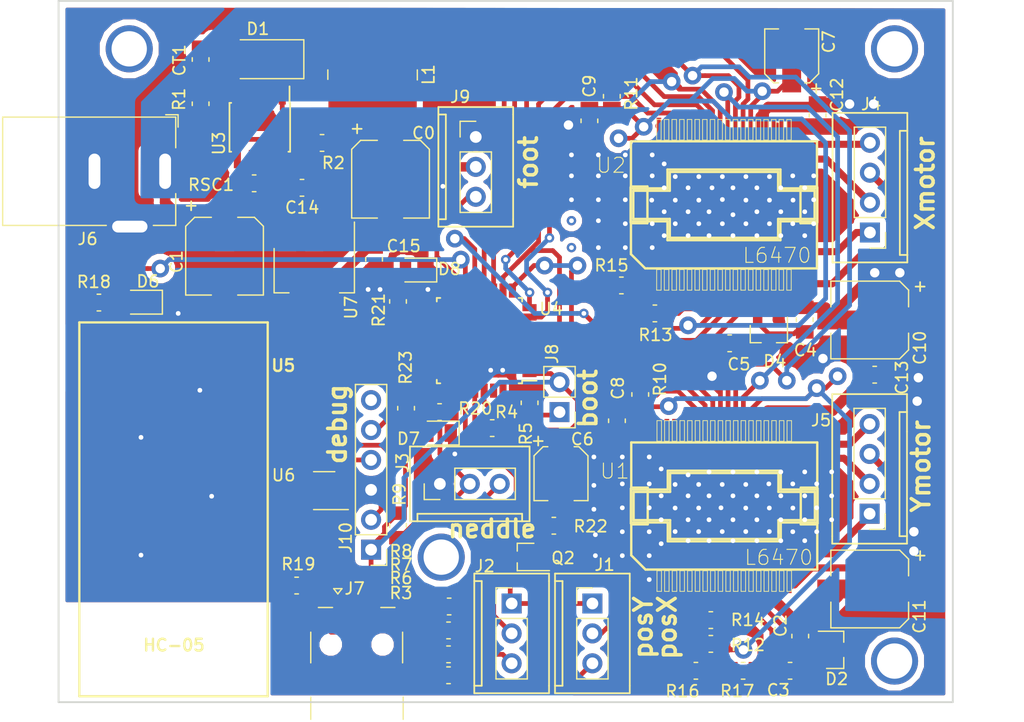
<source format=kicad_pcb>
(kicad_pcb (version 20171130) (host pcbnew 5.0.0-rc2-dev-unknown-b813eac~63~ubuntu16.04.1)

  (general
    (thickness 1.6)
    (drawings 18)
    (tracks 1131)
    (zones 0)
    (modules 66)
    (nets 106)
  )

  (page A4)
  (layers
    (0 F.Cu signal)
    (31 B.Cu signal)
    (32 B.Adhes user)
    (33 F.Adhes user)
    (34 B.Paste user)
    (35 F.Paste user)
    (36 B.SilkS user hide)
    (37 F.SilkS user)
    (38 B.Mask user)
    (39 F.Mask user hide)
    (40 Dwgs.User user)
    (41 Cmts.User user)
    (42 Eco1.User user hide)
    (43 Eco2.User user)
    (44 Edge.Cuts user)
    (45 Margin user)
    (46 B.CrtYd user)
    (47 F.CrtYd user)
    (48 B.Fab user)
    (49 F.Fab user)
  )

  (setup
    (last_trace_width 0.4)
    (trace_clearance 0.2)
    (zone_clearance 0.508)
    (zone_45_only yes)
    (trace_min 0.2)
    (segment_width 0.2)
    (edge_width 0.15)
    (via_size 0.8)
    (via_drill 0.4)
    (via_min_size 0.4)
    (via_min_drill 0.3)
    (user_via 4 3)
    (uvia_size 0.3)
    (uvia_drill 0.1)
    (uvias_allowed no)
    (uvia_min_size 0.2)
    (uvia_min_drill 0.1)
    (pcb_text_width 0.3)
    (pcb_text_size 1.5 1.5)
    (mod_edge_width 0.15)
    (mod_text_size 1 1)
    (mod_text_width 0.15)
    (pad_size 1.55 0.6)
    (pad_drill 0)
    (pad_to_mask_clearance 0.2)
    (aux_axis_origin 0 0)
    (visible_elements FFFFFF7F)
    (pcbplotparams
      (layerselection 0x010a0_ffffffff)
      (usegerberextensions false)
      (usegerberattributes false)
      (usegerberadvancedattributes false)
      (creategerberjobfile false)
      (excludeedgelayer true)
      (linewidth 0.100000)
      (plotframeref false)
      (viasonmask false)
      (mode 1)
      (useauxorigin false)
      (hpglpennumber 1)
      (hpglpenspeed 20)
      (hpglpendiameter 15)
      (psnegative false)
      (psa4output false)
      (plotreference true)
      (plotvalue true)
      (plotinvisibletext false)
      (padsonsilk false)
      (subtractmaskfromsilk true)
      (outputformat 1)
      (mirror false)
      (drillshape 0)
      (scaleselection 1)
      (outputdirectory gerber/))
  )

  (net 0 "")
  (net 1 +3V3)
  (net 2 GND)
  (net 3 +BATT)
  (net 4 "Net-(C2-Pad2)")
  (net 5 "Net-(C3-Pad2)")
  (net 6 "Net-(C3-Pad1)")
  (net 7 "Net-(C4-Pad2)")
  (net 8 "Net-(C5-Pad2)")
  (net 9 "Net-(C5-Pad1)")
  (net 10 "Net-(CT1-Pad1)")
  (net 11 "Net-(D1-Pad1)")
  (net 12 "Net-(J1-Pad3)")
  (net 13 POS_X)
  (net 14 "Net-(J1-Pad1)")
  (net 15 "Net-(J2-Pad3)")
  (net 16 POS_Y)
  (net 17 NEEDLE)
  (net 18 "Net-(J3-Pad3)")
  (net 19 "Net-(R1-Pad1)")
  (net 20 /BOOT0)
  (net 21 "Net-(R12-Pad2)")
  (net 22 "Net-(R13-Pad2)")
  (net 23 "Net-(R14-Pad1)")
  (net 24 "Net-(R15-Pad1)")
  (net 25 "Net-(R16-Pad2)")
  (net 26 "Net-(RSC1-Pad1)")
  (net 27 /MOT1_2A)
  (net 28 "Net-(U1-Pad32)")
  (net 29 /FLAGn1)
  (net 30 /BUSYn1)
  (net 31 /MOSI)
  (net 32 /SPICLK)
  (net 33 /MISO)
  (net 34 /MOT1_2B)
  (net 35 /MOT1_1B)
  (net 36 "Net-(U1-Pad11)")
  (net 37 "Net-(U1-Pad10)")
  (net 38 /MOT1_1A)
  (net 39 /MOT2_1A)
  (net 40 "Net-(U2-Pad8)")
  (net 41 "Net-(U2-Pad10)")
  (net 42 "Net-(U2-Pad11)")
  (net 43 /MOT2_1B)
  (net 44 /MOT2_2B)
  (net 45 /BUSYn2)
  (net 46 /FLAGn2)
  (net 47 "Net-(U2-Pad32)")
  (net 48 /MOT2_2A)
  (net 49 /BT_RX)
  (net 50 /BT_TX)
  (net 51 "Net-(D6-Pad2)")
  (net 52 "Net-(U5-Pad14)")
  (net 53 "Net-(U5-Pad15)")
  (net 54 "Net-(U5-Pad16)")
  (net 55 "Net-(U5-Pad17)")
  (net 56 "Net-(U5-Pad18)")
  (net 57 "Net-(U5-Pad19)")
  (net 58 "Net-(U5-Pad20)")
  (net 59 "Net-(U5-Pad3)")
  (net 60 "Net-(U5-Pad4)")
  (net 61 "Net-(U5-Pad5)")
  (net 62 "Net-(U5-Pad6)")
  (net 63 "Net-(U5-Pad7)")
  (net 64 "Net-(U5-Pad8)")
  (net 65 "Net-(U5-Pad9)")
  (net 66 "Net-(U5-Pad10)")
  (net 67 "Net-(U5-Pad11)")
  (net 68 "Net-(U5-Pad23)")
  (net 69 "Net-(U5-Pad25)")
  (net 70 "Net-(U5-Pad26)")
  (net 71 "Net-(U5-Pad27)")
  (net 72 "Net-(U5-Pad28)")
  (net 73 "Net-(U5-Pad29)")
  (net 74 "Net-(U5-Pad30)")
  (net 75 "Net-(U5-Pad31)")
  (net 76 "Net-(U5-Pad32)")
  (net 77 "Net-(U5-Pad33)")
  (net 78 "Net-(U5-Pad34)")
  (net 79 "Net-(J7-Pad1)")
  (net 80 "Net-(J7-Pad4)")
  (net 81 "Net-(D7-Pad2)")
  (net 82 "Net-(D8-Pad2)")
  (net 83 "Net-(R20-Pad1)")
  (net 84 "Net-(R21-Pad1)")
  (net 85 "Net-(U6-Pad3)")
  (net 86 "Net-(U6-Pad6)")
  (net 87 "Net-(U6-Pad5)")
  (net 88 /VDD_U1)
  (net 89 /VDD_U2)
  (net 90 /LED_BT)
  (net 91 /USB_N)
  (net 92 /USB_P)
  (net 93 /CSn)
  (net 94 /DAISY1TO2)
  (net 95 "Net-(U4-Pad3)")
  (net 96 POS_EN)
  (net 97 "Net-(U4-Pad30)")
  (net 98 +5V)
  (net 99 "Net-(U4-Pad2)")
  (net 100 FOOT)
  (net 101 "Net-(Q2-Pad1)")
  (net 102 /SWCLK)
  (net 103 /SWDIO)
  (net 104 "Net-(J10-Pad6)")
  (net 105 /NRST)

  (net_class Default "This is the default net class."
    (clearance 0.2)
    (trace_width 0.4)
    (via_dia 0.8)
    (via_drill 0.4)
    (uvia_dia 0.3)
    (uvia_drill 0.1)
    (add_net +3V3)
    (add_net /BOOT0)
    (add_net /BT_RX)
    (add_net /BT_TX)
    (add_net /BUSYn1)
    (add_net /BUSYn2)
    (add_net /CSn)
    (add_net /DAISY1TO2)
    (add_net /FLAGn1)
    (add_net /FLAGn2)
    (add_net /LED_BT)
    (add_net /MISO)
    (add_net /MOSI)
    (add_net /NRST)
    (add_net /SPICLK)
    (add_net /SWCLK)
    (add_net /SWDIO)
    (add_net /USB_N)
    (add_net /USB_P)
    (add_net /VDD_U1)
    (add_net /VDD_U2)
    (add_net FOOT)
    (add_net GND)
    (add_net NEEDLE)
    (add_net "Net-(C2-Pad2)")
    (add_net "Net-(C3-Pad1)")
    (add_net "Net-(C3-Pad2)")
    (add_net "Net-(C4-Pad2)")
    (add_net "Net-(C5-Pad1)")
    (add_net "Net-(C5-Pad2)")
    (add_net "Net-(CT1-Pad1)")
    (add_net "Net-(D1-Pad1)")
    (add_net "Net-(D6-Pad2)")
    (add_net "Net-(D7-Pad2)")
    (add_net "Net-(D8-Pad2)")
    (add_net "Net-(J1-Pad1)")
    (add_net "Net-(J1-Pad3)")
    (add_net "Net-(J10-Pad6)")
    (add_net "Net-(J2-Pad3)")
    (add_net "Net-(J3-Pad3)")
    (add_net "Net-(J7-Pad1)")
    (add_net "Net-(J7-Pad4)")
    (add_net "Net-(Q2-Pad1)")
    (add_net "Net-(R1-Pad1)")
    (add_net "Net-(R12-Pad2)")
    (add_net "Net-(R13-Pad2)")
    (add_net "Net-(R14-Pad1)")
    (add_net "Net-(R15-Pad1)")
    (add_net "Net-(R16-Pad2)")
    (add_net "Net-(R20-Pad1)")
    (add_net "Net-(R21-Pad1)")
    (add_net "Net-(RSC1-Pad1)")
    (add_net "Net-(U1-Pad10)")
    (add_net "Net-(U1-Pad11)")
    (add_net "Net-(U1-Pad32)")
    (add_net "Net-(U2-Pad10)")
    (add_net "Net-(U2-Pad11)")
    (add_net "Net-(U2-Pad32)")
    (add_net "Net-(U2-Pad8)")
    (add_net "Net-(U4-Pad2)")
    (add_net "Net-(U4-Pad3)")
    (add_net "Net-(U4-Pad30)")
    (add_net "Net-(U5-Pad10)")
    (add_net "Net-(U5-Pad11)")
    (add_net "Net-(U5-Pad14)")
    (add_net "Net-(U5-Pad15)")
    (add_net "Net-(U5-Pad16)")
    (add_net "Net-(U5-Pad17)")
    (add_net "Net-(U5-Pad18)")
    (add_net "Net-(U5-Pad19)")
    (add_net "Net-(U5-Pad20)")
    (add_net "Net-(U5-Pad23)")
    (add_net "Net-(U5-Pad25)")
    (add_net "Net-(U5-Pad26)")
    (add_net "Net-(U5-Pad27)")
    (add_net "Net-(U5-Pad28)")
    (add_net "Net-(U5-Pad29)")
    (add_net "Net-(U5-Pad3)")
    (add_net "Net-(U5-Pad30)")
    (add_net "Net-(U5-Pad31)")
    (add_net "Net-(U5-Pad32)")
    (add_net "Net-(U5-Pad33)")
    (add_net "Net-(U5-Pad34)")
    (add_net "Net-(U5-Pad4)")
    (add_net "Net-(U5-Pad5)")
    (add_net "Net-(U5-Pad6)")
    (add_net "Net-(U5-Pad7)")
    (add_net "Net-(U5-Pad8)")
    (add_net "Net-(U5-Pad9)")
    (add_net "Net-(U6-Pad3)")
    (add_net "Net-(U6-Pad5)")
    (add_net "Net-(U6-Pad6)")
    (add_net POS_EN)
    (add_net POS_X)
    (add_net POS_Y)
  )

  (net_class 5V ""
    (clearance 0.2)
    (trace_width 0.8)
    (via_dia 0.8)
    (via_drill 0.4)
    (uvia_dia 0.3)
    (uvia_drill 0.1)
    (add_net +5V)
  )

  (net_class "power drivers" ""
    (clearance 0.2)
    (trace_width 0.9)
    (via_dia 0.8)
    (via_drill 0.4)
    (uvia_dia 0.3)
    (uvia_drill 0.1)
    (add_net +BATT)
  )

  (net_class "power motors" ""
    (clearance 0.1)
    (trace_width 0.6)
    (via_dia 0.8)
    (via_drill 0.4)
    (uvia_dia 0.3)
    (uvia_drill 0.1)
    (add_net /MOT1_1A)
    (add_net /MOT1_1B)
    (add_net /MOT1_2A)
    (add_net /MOT1_2B)
    (add_net /MOT2_1A)
    (add_net /MOT2_1B)
    (add_net /MOT2_2A)
    (add_net /MOT2_2B)
  )

  (module Capacitor_SMD:CP_Elec_6.3x7.7 (layer F.Cu) (tedit 58AA8B76) (tstamp 5DC6724A)
    (at 147.193 82.075 270)
    (descr "SMT capacitor, aluminium electrolytic, 6.3x7.7")
    (path /5AA5E29F)
    (attr smd)
    (fp_text reference C0 (at -3.9192 -2.8067) (layer F.SilkS)
      (effects (font (size 1 1) (thickness 0.15)))
    )
    (fp_text value 100u (at 0.0578 -4.2229 90) (layer F.Fab)
      (effects (font (size 1 1) (thickness 0.15)))
    )
    (fp_line (start 4.7 3.4) (end -4.7 3.4) (layer F.CrtYd) (width 0.05))
    (fp_line (start 4.7 3.4) (end 4.7 -3.4) (layer F.CrtYd) (width 0.05))
    (fp_line (start -4.7 -3.4) (end -4.7 3.4) (layer F.CrtYd) (width 0.05))
    (fp_line (start -4.7 -3.4) (end 4.7 -3.4) (layer F.CrtYd) (width 0.05))
    (fp_line (start -2.54 -3.3) (end 3.3 -3.3) (layer F.SilkS) (width 0.12))
    (fp_line (start -3.3 -2.54) (end -2.54 -3.3) (layer F.SilkS) (width 0.12))
    (fp_line (start -2.54 3.3) (end -3.3 2.54) (layer F.SilkS) (width 0.12))
    (fp_line (start 3.3 3.3) (end -2.54 3.3) (layer F.SilkS) (width 0.12))
    (fp_line (start -3.3 -2.54) (end -3.3 -1.12) (layer F.SilkS) (width 0.12))
    (fp_line (start 3.3 -3.3) (end 3.3 -1.12) (layer F.SilkS) (width 0.12))
    (fp_line (start 3.3 3.3) (end 3.3 1.12) (layer F.SilkS) (width 0.12))
    (fp_line (start -3.3 2.54) (end -3.3 1.12) (layer F.SilkS) (width 0.12))
    (fp_line (start 3.15 -3.15) (end -2.48 -3.15) (layer F.Fab) (width 0.1))
    (fp_line (start -2.48 -3.15) (end -3.15 -2.48) (layer F.Fab) (width 0.1))
    (fp_line (start -3.15 -2.48) (end -3.15 2.48) (layer F.Fab) (width 0.1))
    (fp_line (start -3.15 2.48) (end -2.48 3.15) (layer F.Fab) (width 0.1))
    (fp_line (start -2.48 3.15) (end 3.15 3.15) (layer F.Fab) (width 0.1))
    (fp_line (start 3.15 3.15) (end 3.15 -3.15) (layer F.Fab) (width 0.1))
    (fp_text user %R (at -0.0922 0.5271) (layer F.Fab)
      (effects (font (size 1 1) (thickness 0.15)))
    )
    (fp_text user + (at -4.28 2.91 270) (layer F.SilkS)
      (effects (font (size 1 1) (thickness 0.15)))
    )
    (fp_text user + (at -1.73 -0.08 270) (layer F.Fab)
      (effects (font (size 1 1) (thickness 0.15)))
    )
    (fp_circle (center 0 0) (end 0.5 3) (layer F.Fab) (width 0.1))
    (pad 2 smd rect (at 2.7 0 90) (size 3.5 1.6) (layers F.Cu F.Paste F.Mask)
      (net 2 GND))
    (pad 1 smd rect (at -2.7 0 90) (size 3.5 1.6) (layers F.Cu F.Paste F.Mask)
      (net 98 +5V))
    (model ${KISYS3DMOD}/Capacitor_SMD.3dshapes/CP_Elec_6.3x7.7.wrl
      (at (xyz 0 0 0))
      (scale (xyz 1 1 1))
      (rotate (xyz 0 0 0))
    )
  )

  (module OE_lib:connector_NSK254_1x03 (layer F.Cu) (tedit 5951267E) (tstamp 5DCEF054)
    (at 151.384 107.95 90)
    (descr NSK245_1x03)
    (tags "Through hole NSK 1x03 2.54mm single row")
    (path /5AB2A00F)
    (fp_text reference J3 (at 1.778 -3.175 270) (layer F.SilkS)
      (effects (font (size 1 1) (thickness 0.15)))
    )
    (fp_text value CONN_NEEDLE (at 2.649 1.68066 180) (layer F.Fab)
      (effects (font (size 1 1) (thickness 0.15)))
    )
    (fp_line (start -2.54 6.985) (end -3.175 6.985) (layer F.SilkS) (width 0.15))
    (fp_line (start -3.175 -1.905) (end -2.54 -1.905) (layer F.SilkS) (width 0.15))
    (fp_line (start -2.54 -1.905) (end -2.54 6.985) (layer F.SilkS) (width 0.15))
    (fp_line (start -3.175 6.985) (end -3.175 7.62) (layer F.SilkS) (width 0.15))
    (fp_line (start -3.175 7.62) (end 3.175 7.62) (layer F.SilkS) (width 0.15))
    (fp_line (start 3.175 7.62) (end 3.175 6.985) (layer F.SilkS) (width 0.15))
    (fp_line (start -3.175 -1.905) (end -3.175 -2.54) (layer F.SilkS) (width 0.15))
    (fp_line (start -3.175 -2.54) (end 3.175 -2.54) (layer F.SilkS) (width 0.15))
    (fp_line (start 3.175 -2.54) (end 3.175 -1.905) (layer F.SilkS) (width 0.15))
    (fp_line (start 3.175 -1.905) (end 3.175 6.985) (layer F.SilkS) (width 0.15))
    (fp_line (start -3.175 6.985) (end -3.175 -1.905) (layer F.SilkS) (width 0.15))
    (fp_line (start -1.27 -1.27) (end -1.27 6.35) (layer F.Fab) (width 0.1))
    (fp_line (start -1.27 6.35) (end 1.27 6.35) (layer F.Fab) (width 0.1))
    (fp_line (start 1.27 6.35) (end 1.27 -1.27) (layer F.Fab) (width 0.1))
    (fp_line (start 1.27 -1.27) (end -1.27 -1.27) (layer F.Fab) (width 0.1))
    (fp_line (start -1.33 1.27) (end -1.33 6.41) (layer F.SilkS) (width 0.12))
    (fp_line (start -1.33 6.41) (end 1.33 6.41) (layer F.SilkS) (width 0.12))
    (fp_line (start 1.33 6.41) (end 1.33 1.27) (layer F.SilkS) (width 0.12))
    (fp_line (start 1.33 1.27) (end -1.33 1.27) (layer F.SilkS) (width 0.12))
    (fp_line (start -1.33 0) (end -1.33 -1.33) (layer F.SilkS) (width 0.12))
    (fp_line (start -1.33 -1.33) (end 0 -1.33) (layer F.SilkS) (width 0.12))
    (fp_line (start -1.8 -1.8) (end -1.8 6.85) (layer F.CrtYd) (width 0.05))
    (fp_line (start -1.8 6.85) (end 1.8 6.85) (layer F.CrtYd) (width 0.05))
    (fp_line (start 1.8 6.85) (end 1.8 -1.8) (layer F.CrtYd) (width 0.05))
    (fp_line (start 1.8 -1.8) (end -1.8 -1.8) (layer F.CrtYd) (width 0.05))
    (fp_text user %R (at -0.051 -2.01934 270) (layer F.Fab)
      (effects (font (size 1 1) (thickness 0.15)))
    )
    (pad 1 thru_hole rect (at 0 0 90) (size 1.7 1.7) (drill 1) (layers *.Cu *.Mask)
      (net 2 GND))
    (pad 2 thru_hole oval (at 0 2.54 90) (size 1.7 1.7) (drill 1) (layers *.Cu *.Mask)
      (net 17 NEEDLE))
    (pad 3 thru_hole oval (at 0 5.08 90) (size 1.7 1.7) (drill 1) (layers *.Cu *.Mask)
      (net 18 "Net-(J3-Pad3)"))
    (model ${KISYS3DMOD}/Pin_Headers.3dshapes/Pin_Header_Straight_1x03_Pitch2.54mm.wrl
      (offset (xyz 0 -2.539999961853027 0))
      (scale (xyz 1 1 1))
      (rotate (xyz 0 0 90))
    )
  )

  (module Resistor_SMD:R_0805_2012Metric_Pad1.15x1.50mm_HandSolder (layer F.Cu) (tedit 59FE48B8) (tstamp 5DC2E10E)
    (at 161.0625 111.506)
    (descr "Resistor SMD 0805 (2012 Metric), square (rectangular) end terminal, IPC_7351 nominal with elongated pad for handsoldering. (Body size source: http://www.tortai-tech.com/upload/download/2011102023233369053.pdf), generated with kicad-footprint-generator")
    (tags "resistor handsolder")
    (path /5DC98E66)
    (attr smd)
    (fp_text reference R22 (at 3.1231 0.0508) (layer F.SilkS)
      (effects (font (size 1 1) (thickness 0.15)))
    )
    (fp_text value 50 (at 0 1.85) (layer F.Fab)
      (effects (font (size 1 1) (thickness 0.15)))
    )
    (fp_line (start -1 0.6) (end -1 -0.6) (layer F.Fab) (width 0.1))
    (fp_line (start -1 -0.6) (end 1 -0.6) (layer F.Fab) (width 0.1))
    (fp_line (start 1 -0.6) (end 1 0.6) (layer F.Fab) (width 0.1))
    (fp_line (start 1 0.6) (end -1 0.6) (layer F.Fab) (width 0.1))
    (fp_line (start -0.15 -0.71) (end 0.15 -0.71) (layer F.SilkS) (width 0.12))
    (fp_line (start -0.15 0.71) (end 0.15 0.71) (layer F.SilkS) (width 0.12))
    (fp_line (start -1.86 1) (end -1.86 -1) (layer F.CrtYd) (width 0.05))
    (fp_line (start -1.86 -1) (end 1.86 -1) (layer F.CrtYd) (width 0.05))
    (fp_line (start 1.86 -1) (end 1.86 1) (layer F.CrtYd) (width 0.05))
    (fp_line (start 1.86 1) (end -1.86 1) (layer F.CrtYd) (width 0.05))
    (fp_text user %R (at 0 0) (layer F.Fab)
      (effects (font (size 0.5 0.5) (thickness 0.08)))
    )
    (pad 1 smd rect (at -1.0425 0) (size 1.145 1.5) (layers F.Cu F.Paste F.Mask)
      (net 96 POS_EN))
    (pad 2 smd rect (at 1.0425 0) (size 1.145 1.5) (layers F.Cu F.Paste F.Mask)
      (net 101 "Net-(Q2-Pad1)"))
    (model ${KISYS3DMOD}/Resistor_SMD.3dshapes/R_0805_2012Metric.wrl
      (at (xyz 0 0 0))
      (scale (xyz 1 1 1))
      (rotate (xyz 0 0 0))
    )
  )

  (module OE_lib:HC-05 (layer F.Cu) (tedit 5AB7BCE7) (tstamp 5AA58402)
    (at 128.76262 108.98582 180)
    (tags "HC-05, bluetooth")
    (path /5AA867D0)
    (fp_text reference U5 (at -9.32448 11.08152 180) (layer F.SilkS)
      (effects (font (size 1 1) (thickness 0.2)))
    )
    (fp_text value HC-05 (at -0.03738 -12.66418 180) (layer F.SilkS)
      (effects (font (size 1 1) (thickness 0.2)))
    )
    (fp_line (start 7 -16.25) (end 7 -7.5) (layer Dwgs.User) (width 0.2))
    (fp_line (start -7 -7.5) (end -7 -16.25) (layer Dwgs.User) (width 0.2))
    (fp_line (start 7 13.25) (end 6.25 13.25) (layer Dwgs.User) (width 0.2))
    (fp_line (start 7 13.25) (end 7 12.5) (layer Dwgs.User) (width 0.2))
    (fp_line (start -7 13.25) (end -6.25 13.25) (layer Dwgs.User) (width 0.2))
    (fp_line (start -7 13.25) (end -7 12.5) (layer Dwgs.User) (width 0.2))
    (fp_line (start 7 -16.25) (end -7 -16.25) (layer Dwgs.User) (width 0.2))
    (fp_text user "NOT VERIFIED YET" (at 0 -20.25 180) (layer F.SilkS) hide
      (effects (font (size 1.5 1.5) (thickness 0.2)))
    )
    (fp_line (start -8 14.75) (end -8 -17) (layer F.SilkS) (width 0.2))
    (fp_line (start -8 -17) (end 8 -17) (layer F.SilkS) (width 0.2))
    (fp_line (start 8 -17) (end 8 14.75) (layer F.SilkS) (width 0.2))
    (fp_line (start 8 14.75) (end -8 14.75) (layer F.SilkS) (width 0.2))
    (pad 14 smd rect (at -5.25 13.25 180) (size 1 1.8) (layers F.Cu F.Paste F.Mask)
      (net 52 "Net-(U5-Pad14)"))
    (pad 15 smd rect (at -3.75 13.25 180) (size 1 1.8) (layers F.Cu F.Paste F.Mask)
      (net 53 "Net-(U5-Pad15)"))
    (pad 16 smd rect (at -2.25 13.25 180) (size 1 1.8) (layers F.Cu F.Paste F.Mask)
      (net 54 "Net-(U5-Pad16)"))
    (pad 17 smd rect (at -0.75 13.25 180) (size 1 1.8) (layers F.Cu F.Paste F.Mask)
      (net 55 "Net-(U5-Pad17)"))
    (pad 18 smd rect (at 0.75 13.25 180) (size 1 1.8) (layers F.Cu F.Paste F.Mask)
      (net 56 "Net-(U5-Pad18)"))
    (pad 19 smd rect (at 2.25 13.25 180) (size 1 1.8) (layers F.Cu F.Paste F.Mask)
      (net 57 "Net-(U5-Pad19)"))
    (pad 20 smd rect (at 3.75 13.25 180) (size 1 1.8) (layers F.Cu F.Paste F.Mask)
      (net 58 "Net-(U5-Pad20)"))
    (pad 21 smd rect (at 5.25 13.25 180) (size 1 1.8) (layers F.Cu F.Paste F.Mask)
      (net 2 GND))
    (pad 1 smd rect (at -6.5 -6.5 270) (size 1 2) (layers F.Cu F.Paste F.Mask)
      (net 50 /BT_TX))
    (pad 2 smd rect (at -6.5 -5 270) (size 1 2) (layers F.Cu F.Paste F.Mask)
      (net 49 /BT_RX))
    (pad 3 smd rect (at -6.5 -3.5 270) (size 1 2) (layers F.Cu F.Paste F.Mask)
      (net 59 "Net-(U5-Pad3)"))
    (pad 4 smd rect (at -6.5 -2 270) (size 1 2) (layers F.Cu F.Paste F.Mask)
      (net 60 "Net-(U5-Pad4)"))
    (pad 5 smd rect (at -6.5 -0.5 270) (size 1 2) (layers F.Cu F.Paste F.Mask)
      (net 61 "Net-(U5-Pad5)"))
    (pad 6 smd rect (at -6.5 1 270) (size 1 2) (layers F.Cu F.Paste F.Mask)
      (net 62 "Net-(U5-Pad6)"))
    (pad 7 smd rect (at -6.5 2.5 270) (size 1 2) (layers F.Cu F.Paste F.Mask)
      (net 63 "Net-(U5-Pad7)"))
    (pad 8 smd rect (at -6.5 4 270) (size 1 2) (layers F.Cu F.Paste F.Mask)
      (net 64 "Net-(U5-Pad8)"))
    (pad 9 smd rect (at -6.5 5.5 270) (size 1 2) (layers F.Cu F.Paste F.Mask)
      (net 65 "Net-(U5-Pad9)"))
    (pad 10 smd rect (at -6.5 7 270) (size 1 2) (layers F.Cu F.Paste F.Mask)
      (net 66 "Net-(U5-Pad10)"))
    (pad 11 smd rect (at -6.5 8.5 270) (size 1 2) (layers F.Cu F.Paste F.Mask)
      (net 67 "Net-(U5-Pad11)"))
    (pad 12 smd rect (at -6.5 10 270) (size 1 2) (layers F.Cu F.Paste F.Mask)
      (net 1 +3V3))
    (pad 13 smd rect (at -6.5 11.5 270) (size 1 2) (layers F.Cu F.Paste F.Mask)
      (net 2 GND))
    (pad 22 smd rect (at 6.5 11.5 180) (size 2 1) (layers F.Cu F.Paste F.Mask)
      (net 2 GND))
    (pad 23 smd rect (at 6.5 10 180) (size 2 1) (layers F.Cu F.Paste F.Mask)
      (net 68 "Net-(U5-Pad23)"))
    (pad 24 smd rect (at 6.5 8.5 180) (size 2 1) (layers F.Cu F.Paste F.Mask)
      (net 90 /LED_BT))
    (pad 25 smd rect (at 6.5 7 180) (size 2 1) (layers F.Cu F.Paste F.Mask)
      (net 69 "Net-(U5-Pad25)"))
    (pad 26 smd rect (at 6.5 5.5 180) (size 2 1) (layers F.Cu F.Paste F.Mask)
      (net 70 "Net-(U5-Pad26)"))
    (pad 27 smd rect (at 6.5 4 180) (size 2 1) (layers F.Cu F.Paste F.Mask)
      (net 71 "Net-(U5-Pad27)"))
    (pad 28 smd rect (at 6.5 2.5 180) (size 2 1) (layers F.Cu F.Paste F.Mask)
      (net 72 "Net-(U5-Pad28)"))
    (pad 29 smd rect (at 6.5 1 180) (size 2 1) (layers F.Cu F.Paste F.Mask)
      (net 73 "Net-(U5-Pad29)"))
    (pad 30 smd rect (at 6.5 -0.5 180) (size 2 1) (layers F.Cu F.Paste F.Mask)
      (net 74 "Net-(U5-Pad30)"))
    (pad 31 smd rect (at 6.5 -2 180) (size 2 1) (layers F.Cu F.Paste F.Mask)
      (net 75 "Net-(U5-Pad31)"))
    (pad 32 smd rect (at 6.5 -3.5 180) (size 2 1) (layers F.Cu F.Paste F.Mask)
      (net 76 "Net-(U5-Pad32)"))
    (pad 33 smd rect (at 6.5 -5 180) (size 2 1) (layers F.Cu F.Paste F.Mask)
      (net 77 "Net-(U5-Pad33)"))
    (pad 34 smd rect (at 6.5 -6.5 180) (size 2 1) (layers F.Cu F.Paste F.Mask)
      (net 78 "Net-(U5-Pad34)"))
  )

  (module OE_lib:connector_NSK254_1x04_angle (layer F.Cu) (tedit 59512AC2) (tstamp 5AB132F2)
    (at 187.88126 110.4872 180)
    (descr NSK245_1x04)
    (tags "Through hole NSK 1x04 2.54mm single row")
    (path /5AD04D17)
    (fp_text reference J5 (at 4.12496 7.9347 180) (layer F.SilkS)
      (effects (font (size 1 1) (thickness 0.15)))
    )
    (fp_text value CONN_MOT1 (at 2.06726 3.5372 270) (layer F.Fab)
      (effects (font (size 1 1) (thickness 0.15)))
    )
    (fp_text user %R (at 3.31726 2.8872 270) (layer F.Fab)
      (effects (font (size 1 1) (thickness 0.15)))
    )
    (fp_line (start -1.33 -1.33) (end 0 -1.33) (layer F.SilkS) (width 0.12))
    (fp_line (start -1.33 0) (end -1.33 -1.33) (layer F.SilkS) (width 0.12))
    (fp_line (start 1.33 1.27) (end -1.33 1.27) (layer F.SilkS) (width 0.12))
    (fp_line (start 1.32588 8.95096) (end 1.33 1.27) (layer F.SilkS) (width 0.12))
    (fp_line (start -1.33 8.95) (end 1.33 8.95) (layer F.SilkS) (width 0.12))
    (fp_line (start -1.33 1.27) (end -1.33096 8.95096) (layer F.SilkS) (width 0.12))
    (fp_line (start 1.27 -1.27) (end -1.27 -1.27) (layer F.Fab) (width 0.1))
    (fp_line (start 1.27 8.89) (end 1.27 -1.27) (layer F.Fab) (width 0.1))
    (fp_line (start -1.27 8.89) (end 1.27 8.89) (layer F.Fab) (width 0.1))
    (fp_line (start -1.27 -1.27) (end -1.2954 8.89) (layer F.Fab) (width 0.1))
    (fp_line (start -3.175 6.985) (end -3.175 -1.905) (layer F.SilkS) (width 0.15))
    (fp_line (start 3.175 -1.905) (end 3.175 9.525) (layer F.SilkS) (width 0.15))
    (fp_line (start 3.175 -2.54) (end 3.175 -1.905) (layer F.SilkS) (width 0.15))
    (fp_line (start -3.175 -2.54) (end 3.175 -2.54) (layer F.SilkS) (width 0.15))
    (fp_line (start -3.175 -1.905) (end -3.175 -2.54) (layer F.SilkS) (width 0.15))
    (fp_line (start 3.175 10.16) (end 3.175 9.525) (layer F.SilkS) (width 0.15))
    (fp_line (start -3.175 10.16) (end 3.175 10.16) (layer F.SilkS) (width 0.15))
    (fp_line (start -3.175 6.985) (end -3.175 10.16) (layer F.SilkS) (width 0.15))
    (fp_line (start -2.54 -1.905) (end -2.54 8.636) (layer F.SilkS) (width 0.15))
    (fp_line (start -3.175 -1.905) (end -2.54 -1.905) (layer F.SilkS) (width 0.15))
    (fp_line (start -2.54 8.636) (end -3.175 8.636) (layer F.SilkS) (width 0.15))
    (fp_line (start -1.778 -1.524) (end -5.461 -1.524) (layer F.CrtYd) (width 0.05))
    (fp_line (start -13.081 0) (end -13.081 7.62) (layer F.CrtYd) (width 0.05))
    (fp_line (start -5.461 9.017) (end -1.778 9.017) (layer F.CrtYd) (width 0.05))
    (fp_line (start -5.461 9.017) (end -5.461 -1.524) (layer F.CrtYd) (width 0.05))
    (fp_line (start -12.827 -0.254) (end -5.461 -0.254) (layer F.CrtYd) (width 0.05))
    (fp_line (start -12.827 7.874) (end -5.461 7.874) (layer F.CrtYd) (width 0.05))
    (fp_line (start -1.778 -1.524) (end -1.778 9.017) (layer F.CrtYd) (width 0.05))
    (fp_line (start -1.778 -0.762) (end -2.159 -0.762) (layer F.CrtYd) (width 0.05))
    (fp_line (start -2.159 -0.762) (end -2.159 0.508) (layer F.CrtYd) (width 0.05))
    (fp_line (start -2.159 0.508) (end -1.778 0.508) (layer F.CrtYd) (width 0.05))
    (fp_line (start -2.159 3.175) (end -1.778 3.175) (layer F.CrtYd) (width 0.05))
    (fp_line (start -1.778 1.905) (end -2.159 1.905) (layer F.CrtYd) (width 0.05))
    (fp_line (start -2.159 1.905) (end -2.159 3.175) (layer F.CrtYd) (width 0.05))
    (fp_line (start -2.159 5.715) (end -1.778 5.715) (layer F.CrtYd) (width 0.05))
    (fp_line (start -2.159 4.445) (end -2.159 5.715) (layer F.CrtYd) (width 0.05))
    (fp_line (start -1.778 4.445) (end -2.159 4.445) (layer F.CrtYd) (width 0.05))
    (fp_arc (start -12.827 0) (end -12.827 -0.254) (angle -90) (layer F.CrtYd) (width 0.05))
    (fp_arc (start -12.827 7.62) (end -13.081 7.62) (angle -90) (layer F.CrtYd) (width 0.05))
    (fp_line (start 0 -0.254) (end -12.065 -0.254) (layer F.CrtYd) (width 0.15))
    (fp_line (start -12.065 -0.254) (end -12.192 -0.127) (layer F.CrtYd) (width 0.15))
    (fp_line (start -12.192 -0.127) (end -12.192 0.127) (layer F.CrtYd) (width 0.15))
    (fp_line (start -12.192 0.127) (end -12.065 0.254) (layer F.CrtYd) (width 0.15))
    (fp_line (start -12.065 0.254) (end 0 0.254) (layer F.CrtYd) (width 0.15))
    (fp_line (start -12.192 2.667) (end -12.065 2.794) (layer F.CrtYd) (width 0.15))
    (fp_line (start 0 2.286) (end -12.065 2.286) (layer F.CrtYd) (width 0.15))
    (fp_line (start -12.192 2.413) (end -12.192 2.667) (layer F.CrtYd) (width 0.15))
    (fp_line (start -12.065 2.794) (end 0 2.794) (layer F.CrtYd) (width 0.15))
    (fp_line (start -12.065 2.286) (end -12.192 2.413) (layer F.CrtYd) (width 0.15))
    (fp_line (start -12.192 4.953) (end -12.192 5.207) (layer F.CrtYd) (width 0.15))
    (fp_line (start -12.065 4.826) (end -12.192 4.953) (layer F.CrtYd) (width 0.15))
    (fp_line (start -12.192 5.207) (end -12.065 5.334) (layer F.CrtYd) (width 0.15))
    (fp_line (start 0 4.826) (end -12.065 4.826) (layer F.CrtYd) (width 0.15))
    (fp_line (start -12.065 5.334) (end 0 5.334) (layer F.CrtYd) (width 0.15))
    (fp_line (start 0 7.366) (end -12.065 7.366) (layer F.CrtYd) (width 0.15))
    (fp_line (start -12.065 7.366) (end -12.192 7.493) (layer F.CrtYd) (width 0.15))
    (fp_line (start -2.159 6.985) (end -2.159 8.255) (layer F.CrtYd) (width 0.05))
    (fp_line (start -2.159 8.255) (end -1.778 8.255) (layer F.CrtYd) (width 0.05))
    (fp_line (start -12.192 7.747) (end -12.065 7.874) (layer F.CrtYd) (width 0.15))
    (fp_line (start -12.192 7.493) (end -12.192 7.747) (layer F.CrtYd) (width 0.15))
    (fp_line (start -12.065 7.874) (end 0 7.874) (layer F.CrtYd) (width 0.15))
    (fp_line (start -1.778 6.985) (end -2.159 6.985) (layer F.CrtYd) (width 0.05))
    (pad 3 thru_hole oval (at 0 5.08 180) (size 1.7 1.7) (drill 1) (layers *.Cu *.Mask)
      (net 35 /MOT1_1B))
    (pad 2 thru_hole oval (at 0 2.54 180) (size 1.7 1.7) (drill 1) (layers *.Cu *.Mask)
      (net 27 /MOT1_2A))
    (pad 1 thru_hole rect (at 0 0 180) (size 1.7 1.7) (drill 1) (layers *.Cu *.Mask)
      (net 38 /MOT1_1A))
    (pad 4 thru_hole oval (at 0 7.62 180) (size 1.7 1.7) (drill 1) (layers *.Cu *.Mask)
      (net 34 /MOT1_2B))
    (model ${KISYS3DMOD}/Pin_Headers.3dshapes/Pin_Header_Straight_1x03_Pitch2.54mm.wrl
      (offset (xyz 0 -2.539999961853027 0))
      (scale (xyz 1 1 1))
      (rotate (xyz 0 0 90))
    )
  )

  (module Capacitor_SMD:C_0805_2012Metric_Pad1.15x1.50mm_HandSolder (layer F.Cu) (tedit 5AB7BEF8) (tstamp 5DCEBE62)
    (at 175.9955 96.012)
    (descr "Capacitor SMD 0805 (2012 Metric), square (rectangular) end terminal, IPC_7351 nominal with elongated pad for handsoldering. (Body size source: http://www.tortai-tech.com/upload/download/2011102023233369053.pdf), generated with kicad-footprint-generator")
    (tags "capacitor handsolder")
    (path /5AA112E6)
    (attr smd)
    (fp_text reference C5 (at 0.7885 1.778) (layer F.SilkS)
      (effects (font (size 1 1) (thickness 0.15)))
    )
    (fp_text value 10n (at 0.175 1.3784) (layer F.Fab)
      (effects (font (size 0.5 0.5) (thickness 0.125)))
    )
    (fp_text user %R (at -0.125 0.05842) (layer F.Fab)
      (effects (font (size 0.5 0.5) (thickness 0.08)))
    )
    (fp_line (start 1.86 1) (end -1.86 1) (layer F.CrtYd) (width 0.05))
    (fp_line (start 1.86 -1) (end 1.86 1) (layer F.CrtYd) (width 0.05))
    (fp_line (start -1.86 -1) (end 1.86 -1) (layer F.CrtYd) (width 0.05))
    (fp_line (start -1.86 1) (end -1.86 -1) (layer F.CrtYd) (width 0.05))
    (fp_line (start -0.15 0.71) (end 0.15 0.71) (layer F.SilkS) (width 0.12))
    (fp_line (start -0.15 -0.71) (end 0.15 -0.71) (layer F.SilkS) (width 0.12))
    (fp_line (start 1 0.6) (end -1 0.6) (layer F.Fab) (width 0.1))
    (fp_line (start 1 -0.6) (end 1 0.6) (layer F.Fab) (width 0.1))
    (fp_line (start -1 -0.6) (end 1 -0.6) (layer F.Fab) (width 0.1))
    (fp_line (start -1 0.6) (end -1 -0.6) (layer F.Fab) (width 0.1))
    (pad 2 smd rect (at 1.0425 0) (size 1.145 1.5) (layers F.Cu F.Paste F.Mask)
      (net 8 "Net-(C5-Pad2)"))
    (pad 1 smd rect (at -1.0425 0) (size 1.145 1.5) (layers F.Cu F.Paste F.Mask)
      (net 9 "Net-(C5-Pad1)"))
    (model ${KISYS3DMOD}/Capacitor_SMD.3dshapes/C_0805_2012Metric.wrl
      (at (xyz 0 0 0))
      (scale (xyz 1 1 1))
      (rotate (xyz 0 0 0))
    )
  )

  (module Resistor_SMD:R_0805_2012Metric_Pad1.15x1.50mm_HandSolder (layer F.Cu) (tedit 59FE48B8) (tstamp 5DCED8F0)
    (at 169.6455 93.472)
    (descr "Resistor SMD 0805 (2012 Metric), square (rectangular) end terminal, IPC_7351 nominal with elongated pad for handsoldering. (Body size source: http://www.tortai-tech.com/upload/download/2011102023233369053.pdf), generated with kicad-footprint-generator")
    (tags "resistor handsolder")
    (path /5AA112CC)
    (attr smd)
    (fp_text reference R13 (at 0.0522 1.8328 180) (layer F.SilkS)
      (effects (font (size 1 1) (thickness 0.15)))
    )
    (fp_text value 10k (at -3.3478 0.0328) (layer F.Fab)
      (effects (font (size 1 1) (thickness 0.15)))
    )
    (fp_line (start -1 0.6) (end -1 -0.6) (layer F.Fab) (width 0.1))
    (fp_line (start -1 -0.6) (end 1 -0.6) (layer F.Fab) (width 0.1))
    (fp_line (start 1 -0.6) (end 1 0.6) (layer F.Fab) (width 0.1))
    (fp_line (start 1 0.6) (end -1 0.6) (layer F.Fab) (width 0.1))
    (fp_line (start -0.15 -0.71) (end 0.15 -0.71) (layer F.SilkS) (width 0.12))
    (fp_line (start -0.15 0.71) (end 0.15 0.71) (layer F.SilkS) (width 0.12))
    (fp_line (start -1.86 1) (end -1.86 -1) (layer F.CrtYd) (width 0.05))
    (fp_line (start -1.86 -1) (end 1.86 -1) (layer F.CrtYd) (width 0.05))
    (fp_line (start 1.86 -1) (end 1.86 1) (layer F.CrtYd) (width 0.05))
    (fp_line (start 1.86 1) (end -1.86 1) (layer F.CrtYd) (width 0.05))
    (fp_text user %R (at 0 0) (layer F.Fab)
      (effects (font (size 0.5 0.5) (thickness 0.08)))
    )
    (pad 1 smd rect (at -1.0425 0) (size 1.145 1.5) (layers F.Cu F.Paste F.Mask)
      (net 89 /VDD_U2))
    (pad 2 smd rect (at 1.0425 0) (size 1.145 1.5) (layers F.Cu F.Paste F.Mask)
      (net 22 "Net-(R13-Pad2)"))
    (model ${KISYS3DMOD}/Resistor_SMD.3dshapes/R_0805_2012Metric.wrl
      (at (xyz 0 0 0))
      (scale (xyz 1 1 1))
      (rotate (xyz 0 0 0))
    )
  )

  (module OE_lib:POWERSO36 (layer F.Cu) (tedit 5AAAD641) (tstamp 5DCEEDBF)
    (at 175.53686 109.8296)
    (descr "36 LEADS POWER SMALL OUTLINE PACKAGE")
    (tags "36 LEADS POWER SMALL OUTLINE PACKAGE")
    (path /5A9F0D24)
    (attr smd)
    (fp_text reference U1 (at -9.29386 -2.9591) (layer F.SilkS)
      (effects (font (size 1.27 1.27) (thickness 0.0889)))
    )
    (fp_text value L6470 (at 4.62714 4.3704) (layer F.SilkS)
      (effects (font (size 1.27 1.27) (thickness 0.0889)))
    )
    (fp_line (start -5.715 7.24916) (end -5.334 7.24916) (layer F.SilkS) (width 0.06604))
    (fp_line (start -5.334 7.24916) (end -5.334 5.4991) (layer F.SilkS) (width 0.06604))
    (fp_line (start -5.715 5.4991) (end -5.334 5.4991) (layer F.SilkS) (width 0.06604))
    (fp_line (start -5.715 7.24916) (end -5.715 5.4991) (layer F.SilkS) (width 0.06604))
    (fp_line (start -5.06476 7.24916) (end -4.68376 7.24916) (layer F.SilkS) (width 0.06604))
    (fp_line (start -4.68376 7.24916) (end -4.68376 5.4991) (layer F.SilkS) (width 0.06604))
    (fp_line (start -5.06476 5.4991) (end -4.68376 5.4991) (layer F.SilkS) (width 0.06604))
    (fp_line (start -5.06476 7.24916) (end -5.06476 5.4991) (layer F.SilkS) (width 0.06604))
    (fp_line (start -4.41452 7.24916) (end -4.03352 7.24916) (layer F.SilkS) (width 0.06604))
    (fp_line (start -4.03352 7.24916) (end -4.03352 5.4991) (layer F.SilkS) (width 0.06604))
    (fp_line (start -4.41452 5.4991) (end -4.03352 5.4991) (layer F.SilkS) (width 0.06604))
    (fp_line (start -4.41452 7.24916) (end -4.41452 5.4991) (layer F.SilkS) (width 0.06604))
    (fp_line (start -3.76428 7.24916) (end -3.38328 7.24916) (layer F.SilkS) (width 0.06604))
    (fp_line (start -3.38328 7.24916) (end -3.38328 5.4991) (layer F.SilkS) (width 0.06604))
    (fp_line (start -3.76428 5.4991) (end -3.38328 5.4991) (layer F.SilkS) (width 0.06604))
    (fp_line (start -3.76428 7.24916) (end -3.76428 5.4991) (layer F.SilkS) (width 0.06604))
    (fp_line (start -3.11404 7.24916) (end -2.73304 7.24916) (layer F.SilkS) (width 0.06604))
    (fp_line (start -2.73304 7.24916) (end -2.73304 5.4991) (layer F.SilkS) (width 0.06604))
    (fp_line (start -3.11404 5.4991) (end -2.73304 5.4991) (layer F.SilkS) (width 0.06604))
    (fp_line (start -3.11404 7.24916) (end -3.11404 5.4991) (layer F.SilkS) (width 0.06604))
    (fp_line (start -2.4638 7.24916) (end -2.0828 7.24916) (layer F.SilkS) (width 0.06604))
    (fp_line (start -2.0828 7.24916) (end -2.0828 5.4991) (layer F.SilkS) (width 0.06604))
    (fp_line (start -2.4638 5.4991) (end -2.0828 5.4991) (layer F.SilkS) (width 0.06604))
    (fp_line (start -2.4638 7.24916) (end -2.4638 5.4991) (layer F.SilkS) (width 0.06604))
    (fp_line (start -1.81356 7.24916) (end -1.43256 7.24916) (layer F.SilkS) (width 0.06604))
    (fp_line (start -1.43256 7.24916) (end -1.43256 5.4991) (layer F.SilkS) (width 0.06604))
    (fp_line (start -1.81356 5.4991) (end -1.43256 5.4991) (layer F.SilkS) (width 0.06604))
    (fp_line (start -1.81356 7.24916) (end -1.81356 5.4991) (layer F.SilkS) (width 0.06604))
    (fp_line (start -1.16332 7.24916) (end -0.78486 7.24916) (layer F.SilkS) (width 0.06604))
    (fp_line (start -0.78486 7.24916) (end -0.78486 5.4991) (layer F.SilkS) (width 0.06604))
    (fp_line (start -1.16332 5.4991) (end -0.78486 5.4991) (layer F.SilkS) (width 0.06604))
    (fp_line (start -1.16332 7.24916) (end -1.16332 5.4991) (layer F.SilkS) (width 0.06604))
    (fp_line (start -0.51308 7.24916) (end -0.13462 7.24916) (layer F.SilkS) (width 0.06604))
    (fp_line (start -0.13462 7.24916) (end -0.13462 5.4991) (layer F.SilkS) (width 0.06604))
    (fp_line (start -0.51308 5.4991) (end -0.13462 5.4991) (layer F.SilkS) (width 0.06604))
    (fp_line (start -0.51308 7.24916) (end -0.51308 5.4991) (layer F.SilkS) (width 0.06604))
    (fp_line (start 0.13462 7.24916) (end 0.51308 7.24916) (layer F.SilkS) (width 0.06604))
    (fp_line (start 0.51308 7.24916) (end 0.51308 5.4991) (layer F.SilkS) (width 0.06604))
    (fp_line (start 0.13462 5.4991) (end 0.51308 5.4991) (layer F.SilkS) (width 0.06604))
    (fp_line (start 0.13462 7.24916) (end 0.13462 5.4991) (layer F.SilkS) (width 0.06604))
    (fp_line (start 0.78486 7.24916) (end 1.16332 7.24916) (layer F.SilkS) (width 0.06604))
    (fp_line (start 1.16332 7.24916) (end 1.16332 5.4991) (layer F.SilkS) (width 0.06604))
    (fp_line (start 0.78486 5.4991) (end 1.16332 5.4991) (layer F.SilkS) (width 0.06604))
    (fp_line (start 0.78486 7.24916) (end 0.78486 5.4991) (layer F.SilkS) (width 0.06604))
    (fp_line (start 1.43256 7.24916) (end 1.81356 7.24916) (layer F.SilkS) (width 0.06604))
    (fp_line (start 1.81356 7.24916) (end 1.81356 5.4991) (layer F.SilkS) (width 0.06604))
    (fp_line (start 1.43256 5.4991) (end 1.81356 5.4991) (layer F.SilkS) (width 0.06604))
    (fp_line (start 1.43256 7.24916) (end 1.43256 5.4991) (layer F.SilkS) (width 0.06604))
    (fp_line (start 2.0828 7.24916) (end 2.4638 7.24916) (layer F.SilkS) (width 0.06604))
    (fp_line (start 2.4638 7.24916) (end 2.4638 5.4991) (layer F.SilkS) (width 0.06604))
    (fp_line (start 2.0828 5.4991) (end 2.4638 5.4991) (layer F.SilkS) (width 0.06604))
    (fp_line (start 2.0828 7.24916) (end 2.0828 5.4991) (layer F.SilkS) (width 0.06604))
    (fp_line (start 2.73304 7.24916) (end 3.11404 7.24916) (layer F.SilkS) (width 0.06604))
    (fp_line (start 3.11404 7.24916) (end 3.11404 5.4991) (layer F.SilkS) (width 0.06604))
    (fp_line (start 2.73304 5.4991) (end 3.11404 5.4991) (layer F.SilkS) (width 0.06604))
    (fp_line (start 2.73304 7.24916) (end 2.73304 5.4991) (layer F.SilkS) (width 0.06604))
    (fp_line (start 3.38328 7.24916) (end 3.76428 7.24916) (layer F.SilkS) (width 0.06604))
    (fp_line (start 3.76428 7.24916) (end 3.76428 5.4991) (layer F.SilkS) (width 0.06604))
    (fp_line (start 3.38328 5.4991) (end 3.76428 5.4991) (layer F.SilkS) (width 0.06604))
    (fp_line (start 3.38328 7.24916) (end 3.38328 5.4991) (layer F.SilkS) (width 0.06604))
    (fp_line (start 4.03352 7.24916) (end 4.41452 7.24916) (layer F.SilkS) (width 0.06604))
    (fp_line (start 4.41452 7.24916) (end 4.41452 5.4991) (layer F.SilkS) (width 0.06604))
    (fp_line (start 4.03352 5.4991) (end 4.41452 5.4991) (layer F.SilkS) (width 0.06604))
    (fp_line (start 4.03352 7.24916) (end 4.03352 5.4991) (layer F.SilkS) (width 0.06604))
    (fp_line (start 4.68376 7.24916) (end 5.06476 7.24916) (layer F.SilkS) (width 0.06604))
    (fp_line (start 5.06476 7.24916) (end 5.06476 5.4991) (layer F.SilkS) (width 0.06604))
    (fp_line (start 4.68376 5.4991) (end 5.06476 5.4991) (layer F.SilkS) (width 0.06604))
    (fp_line (start 4.68376 7.24916) (end 4.68376 5.4991) (layer F.SilkS) (width 0.06604))
    (fp_line (start 5.334 7.24916) (end 5.715 7.24916) (layer F.SilkS) (width 0.06604))
    (fp_line (start 5.715 7.24916) (end 5.715 5.4991) (layer F.SilkS) (width 0.06604))
    (fp_line (start 5.334 5.4991) (end 5.715 5.4991) (layer F.SilkS) (width 0.06604))
    (fp_line (start 5.334 7.24916) (end 5.334 5.4991) (layer F.SilkS) (width 0.06604))
    (fp_line (start 5.334 -5.4991) (end 5.715 -5.4991) (layer F.SilkS) (width 0.06604))
    (fp_line (start 5.715 -5.4991) (end 5.715 -7.24916) (layer F.SilkS) (width 0.06604))
    (fp_line (start 5.334 -7.24916) (end 5.715 -7.24916) (layer F.SilkS) (width 0.06604))
    (fp_line (start 5.334 -5.4991) (end 5.334 -7.24916) (layer F.SilkS) (width 0.06604))
    (fp_line (start 4.68376 -5.4991) (end 5.06476 -5.4991) (layer F.SilkS) (width 0.06604))
    (fp_line (start 5.06476 -5.4991) (end 5.06476 -7.24916) (layer F.SilkS) (width 0.06604))
    (fp_line (start 4.68376 -7.24916) (end 5.06476 -7.24916) (layer F.SilkS) (width 0.06604))
    (fp_line (start 4.68376 -5.4991) (end 4.68376 -7.24916) (layer F.SilkS) (width 0.06604))
    (fp_line (start 4.03352 -5.4991) (end 4.41452 -5.4991) (layer F.SilkS) (width 0.06604))
    (fp_line (start 4.41452 -5.4991) (end 4.41452 -7.24916) (layer F.SilkS) (width 0.06604))
    (fp_line (start 4.03352 -7.24916) (end 4.41452 -7.24916) (layer F.SilkS) (width 0.06604))
    (fp_line (start 4.03352 -5.4991) (end 4.03352 -7.24916) (layer F.SilkS) (width 0.06604))
    (fp_line (start 3.38328 -5.4991) (end 3.76428 -5.4991) (layer F.SilkS) (width 0.06604))
    (fp_line (start 3.76428 -5.4991) (end 3.76428 -7.24916) (layer F.SilkS) (width 0.06604))
    (fp_line (start 3.38328 -7.24916) (end 3.76428 -7.24916) (layer F.SilkS) (width 0.06604))
    (fp_line (start 3.38328 -5.4991) (end 3.38328 -7.24916) (layer F.SilkS) (width 0.06604))
    (fp_line (start 2.73304 -5.4991) (end 3.11404 -5.4991) (layer F.SilkS) (width 0.06604))
    (fp_line (start 3.11404 -5.4991) (end 3.11404 -7.24916) (layer F.SilkS) (width 0.06604))
    (fp_line (start 2.73304 -7.24916) (end 3.11404 -7.24916) (layer F.SilkS) (width 0.06604))
    (fp_line (start 2.73304 -5.4991) (end 2.73304 -7.24916) (layer F.SilkS) (width 0.06604))
    (fp_line (start 2.0828 -5.4991) (end 2.4638 -5.4991) (layer F.SilkS) (width 0.06604))
    (fp_line (start 2.4638 -5.4991) (end 2.4638 -7.24916) (layer F.SilkS) (width 0.06604))
    (fp_line (start 2.0828 -7.24916) (end 2.4638 -7.24916) (layer F.SilkS) (width 0.06604))
    (fp_line (start 2.0828 -5.4991) (end 2.0828 -7.24916) (layer F.SilkS) (width 0.06604))
    (fp_line (start 1.43256 -5.4991) (end 1.81356 -5.4991) (layer F.SilkS) (width 0.06604))
    (fp_line (start 1.81356 -5.4991) (end 1.81356 -7.24916) (layer F.SilkS) (width 0.06604))
    (fp_line (start 1.43256 -7.24916) (end 1.81356 -7.24916) (layer F.SilkS) (width 0.06604))
    (fp_line (start 1.43256 -5.4991) (end 1.43256 -7.24916) (layer F.SilkS) (width 0.06604))
    (fp_line (start 0.78486 -5.4991) (end 1.16332 -5.4991) (layer F.SilkS) (width 0.06604))
    (fp_line (start 1.16332 -5.4991) (end 1.16332 -7.24916) (layer F.SilkS) (width 0.06604))
    (fp_line (start 0.78486 -7.24916) (end 1.16332 -7.24916) (layer F.SilkS) (width 0.06604))
    (fp_line (start 0.78486 -5.4991) (end 0.78486 -7.24916) (layer F.SilkS) (width 0.06604))
    (fp_line (start 0.13462 -5.4991) (end 0.51308 -5.4991) (layer F.SilkS) (width 0.06604))
    (fp_line (start 0.51308 -5.4991) (end 0.51308 -7.24916) (layer F.SilkS) (width 0.06604))
    (fp_line (start 0.13462 -7.24916) (end 0.51308 -7.24916) (layer F.SilkS) (width 0.06604))
    (fp_line (start 0.13462 -5.4991) (end 0.13462 -7.24916) (layer F.SilkS) (width 0.06604))
    (fp_line (start -0.51308 -5.4991) (end -0.13462 -5.4991) (layer F.SilkS) (width 0.06604))
    (fp_line (start -0.13462 -5.4991) (end -0.13462 -7.24916) (layer F.SilkS) (width 0.06604))
    (fp_line (start -0.51308 -7.24916) (end -0.13462 -7.24916) (layer F.SilkS) (width 0.06604))
    (fp_line (start -0.51308 -5.4991) (end -0.51308 -7.24916) (layer F.SilkS) (width 0.06604))
    (fp_line (start -1.16332 -5.4991) (end -0.78486 -5.4991) (layer F.SilkS) (width 0.06604))
    (fp_line (start -0.78486 -5.4991) (end -0.78486 -7.24916) (layer F.SilkS) (width 0.06604))
    (fp_line (start -1.16332 -7.24916) (end -0.78486 -7.24916) (layer F.SilkS) (width 0.06604))
    (fp_line (start -1.16332 -5.4991) (end -1.16332 -7.24916) (layer F.SilkS) (width 0.06604))
    (fp_line (start -1.81356 -5.4991) (end -1.43256 -5.4991) (layer F.SilkS) (width 0.06604))
    (fp_line (start -1.43256 -5.4991) (end -1.43256 -7.24916) (layer F.SilkS) (width 0.06604))
    (fp_line (start -1.81356 -7.24916) (end -1.43256 -7.24916) (layer F.SilkS) (width 0.06604))
    (fp_line (start -1.81356 -5.4991) (end -1.81356 -7.24916) (layer F.SilkS) (width 0.06604))
    (fp_line (start -2.4638 -5.4991) (end -2.0828 -5.4991) (layer F.SilkS) (width 0.06604))
    (fp_line (start -2.0828 -5.4991) (end -2.0828 -7.24916) (layer F.SilkS) (width 0.06604))
    (fp_line (start -2.4638 -7.24916) (end -2.0828 -7.24916) (layer F.SilkS) (width 0.06604))
    (fp_line (start -2.4638 -5.4991) (end -2.4638 -7.24916) (layer F.SilkS) (width 0.06604))
    (fp_line (start -3.11404 -5.4991) (end -2.73304 -5.4991) (layer F.SilkS) (width 0.06604))
    (fp_line (start -2.73304 -5.4991) (end -2.73304 -7.24916) (layer F.SilkS) (width 0.06604))
    (fp_line (start -3.11404 -7.24916) (end -2.73304 -7.24916) (layer F.SilkS) (width 0.06604))
    (fp_line (start -3.11404 -5.4991) (end -3.11404 -7.24916) (layer F.SilkS) (width 0.06604))
    (fp_line (start -3.76428 -5.4991) (end -3.38328 -5.4991) (layer F.SilkS) (width 0.06604))
    (fp_line (start -3.38328 -5.4991) (end -3.38328 -7.24916) (layer F.SilkS) (width 0.06604))
    (fp_line (start -3.76428 -7.24916) (end -3.38328 -7.24916) (layer F.SilkS) (width 0.06604))
    (fp_line (start -3.76428 -5.4991) (end -3.76428 -7.24916) (layer F.SilkS) (width 0.06604))
    (fp_line (start -4.41452 -5.4991) (end -4.03352 -5.4991) (layer F.SilkS) (width 0.06604))
    (fp_line (start -4.03352 -5.4991) (end -4.03352 -7.24916) (layer F.SilkS) (width 0.06604))
    (fp_line (start -4.41452 -7.24916) (end -4.03352 -7.24916) (layer F.SilkS) (width 0.06604))
    (fp_line (start -4.41452 -5.4991) (end -4.41452 -7.24916) (layer F.SilkS) (width 0.06604))
    (fp_line (start -5.06476 -5.4991) (end -4.68376 -5.4991) (layer F.SilkS) (width 0.06604))
    (fp_line (start -4.68376 -5.4991) (end -4.68376 -7.24916) (layer F.SilkS) (width 0.06604))
    (fp_line (start -5.06476 -7.24916) (end -4.68376 -7.24916) (layer F.SilkS) (width 0.06604))
    (fp_line (start -5.06476 -5.4991) (end -5.06476 -7.24916) (layer F.SilkS) (width 0.06604))
    (fp_line (start -5.715 -5.4991) (end -5.334 -5.4991) (layer F.SilkS) (width 0.06604))
    (fp_line (start -5.334 -5.4991) (end -5.334 -7.24916) (layer F.SilkS) (width 0.06604))
    (fp_line (start -5.715 -7.24916) (end -5.334 -7.24916) (layer F.SilkS) (width 0.06604))
    (fp_line (start -5.715 -5.4991) (end -5.715 -7.24916) (layer F.SilkS) (width 0.06604))
    (fp_line (start -7.99846 1.4986) (end -6.49986 1.4986) (layer F.SilkS) (width 0.06604))
    (fp_line (start -6.49986 1.4986) (end -6.49986 -1.4986) (layer F.SilkS) (width 0.06604))
    (fp_line (start -7.99846 -1.4986) (end -6.49986 -1.4986) (layer F.SilkS) (width 0.06604))
    (fp_line (start -7.99846 1.4986) (end -7.99846 -1.4986) (layer F.SilkS) (width 0.06604))
    (fp_line (start 6.49986 1.4986) (end 7.99846 1.4986) (layer F.SilkS) (width 0.06604))
    (fp_line (start 7.99846 1.4986) (end 7.99846 -1.4986) (layer F.SilkS) (width 0.06604))
    (fp_line (start 6.49986 -1.4986) (end 7.99846 -1.4986) (layer F.SilkS) (width 0.06604))
    (fp_line (start 6.49986 1.4986) (end 6.49986 -1.4986) (layer F.SilkS) (width 0.06604))
    (fp_line (start -6.49986 5.3975) (end -6.68782 5.3975) (layer F.SilkS) (width 0.2032))
    (fp_line (start -6.68782 5.3975) (end -7.8994 4.18846) (layer F.SilkS) (width 0.2032))
    (fp_line (start -7.8994 4.18846) (end -7.8994 4.00812) (layer F.SilkS) (width 0.2032))
    (fp_line (start -7.8994 4.00812) (end -7.8994 1.55956) (layer F.SilkS) (width 0.2032))
    (fp_line (start -7.8994 1.55956) (end -6.49986 1.55956) (layer F.SilkS) (width 0.2032))
    (fp_line (start -6.49986 1.55956) (end -6.49986 -1.55956) (layer F.SilkS) (width 0.2032))
    (fp_line (start -6.49986 -1.55956) (end -7.8994 -1.55956) (layer F.SilkS) (width 0.2032))
    (fp_line (start -7.8994 -1.55956) (end -7.8994 -5.3975) (layer F.SilkS) (width 0.2032))
    (fp_line (start -7.8994 -5.3975) (end 7.8994 -5.3975) (layer F.SilkS) (width 0.2032))
    (fp_line (start 7.8994 -5.3975) (end 7.8994 -1.55956) (layer F.SilkS) (width 0.2032))
    (fp_line (start 7.8994 1.55956) (end 7.8994 5.3975) (layer F.SilkS) (width 0.2032))
    (fp_line (start 7.8994 5.3975) (end -6.49986 5.3975) (layer F.SilkS) (width 0.2032))
    (fp_line (start 7.8994 -1.55956) (end 6.49986 -1.55956) (layer F.SilkS) (width 0.2032))
    (fp_line (start 6.49986 -1.55956) (end 6.49986 1.55956) (layer F.SilkS) (width 0.2032))
    (fp_line (start 6.49986 1.55956) (end 7.8994 1.55956) (layer F.SilkS) (width 0.2032))
    (fp_line (start -4.89966 1.39954) (end -7.8994 1.39954) (layer F.SilkS) (width 0.2032))
    (fp_line (start -7.8994 1.39954) (end -7.8994 -1.39954) (layer F.SilkS) (width 0.2032))
    (fp_line (start -7.8994 -1.39954) (end -4.79806 -1.39954) (layer F.SilkS) (width 0.2032))
    (fp_line (start -4.79806 -1.39954) (end -4.79806 -2.99974) (layer F.SilkS) (width 0.2032))
    (fp_line (start -4.79806 -2.99974) (end 4.79806 -2.99974) (layer F.SilkS) (width 0.2032))
    (fp_line (start 4.79806 -2.99974) (end 4.79806 -1.39954) (layer F.SilkS) (width 0.2032))
    (fp_line (start 4.79806 -1.39954) (end 7.8994 -1.39954) (layer F.SilkS) (width 0.2032))
    (fp_line (start 7.8994 -1.39954) (end 7.8994 1.39954) (layer F.SilkS) (width 0.2032))
    (fp_line (start 7.8994 1.39954) (end 4.79806 1.39954) (layer F.SilkS) (width 0.2032))
    (fp_line (start 4.79806 1.39954) (end 4.79806 2.99974) (layer F.SilkS) (width 0.2032))
    (fp_line (start 4.79806 2.99974) (end -4.79806 2.99974) (layer F.SilkS) (width 0.2032))
    (fp_line (start -4.79806 2.99974) (end -4.79806 1.39954) (layer F.SilkS) (width 0.2032))
    (fp_line (start -4.79806 1.39954) (end -4.89966 1.39954) (layer F.SilkS) (width 0.2032))
    (fp_line (start -7.69874 -1.19888) (end -4.59994 -1.19888) (layer F.SilkS) (width 0.2032))
    (fp_line (start -4.59994 -1.19888) (end -4.59994 -2.79908) (layer F.SilkS) (width 0.2032))
    (fp_line (start -4.59994 -2.79908) (end 4.59994 -2.79908) (layer F.SilkS) (width 0.2032))
    (fp_line (start 4.59994 -2.79908) (end 4.59994 -1.19888) (layer F.SilkS) (width 0.2032))
    (fp_line (start 4.59994 -1.19888) (end 7.69874 -1.19888) (layer F.SilkS) (width 0.2032))
    (fp_line (start 7.69874 -1.19888) (end 7.69874 1.19888) (layer F.SilkS) (width 0.2032))
    (fp_line (start 7.69874 1.19888) (end 4.59994 1.19888) (layer F.SilkS) (width 0.2032))
    (fp_line (start 4.59994 1.19888) (end 4.59994 2.79908) (layer F.SilkS) (width 0.2032))
    (fp_line (start 4.59994 2.79908) (end -4.59994 2.79908) (layer F.SilkS) (width 0.2032))
    (fp_line (start -4.59994 2.79908) (end -4.59994 1.19888) (layer F.SilkS) (width 0.2032))
    (fp_line (start -4.59994 1.19888) (end -7.69874 1.19888) (layer F.SilkS) (width 0.2032))
    (fp_line (start -7.69874 1.19888) (end -7.69874 -1.19888) (layer F.SilkS) (width 0.2032))
    (pad 1 smd rect (at -5.5245 6.69798) (size 0.39878 1.39954) (layers F.Cu F.Paste F.Mask)
      (net 2 GND))
    (pad 2 smd rect (at -4.87426 6.69798) (size 0.39878 1.39954) (layers F.Cu F.Paste F.Mask)
      (net 38 /MOT1_1A))
    (pad 3 smd rect (at -4.22402 6.69798) (size 0.39878 1.39954) (layers F.Cu F.Paste F.Mask)
      (net 38 /MOT1_1A))
    (pad 4 smd rect (at -3.57378 6.69798) (size 0.39878 1.39954) (layers F.Cu F.Paste F.Mask)
      (net 3 +BATT))
    (pad 5 smd rect (at -2.92354 6.69798) (size 0.39878 1.39954) (layers F.Cu F.Paste F.Mask)
      (net 3 +BATT))
    (pad 6 smd rect (at -2.2733 6.69798) (size 0.39878 1.39954) (layers F.Cu F.Paste F.Mask)
      (net 23 "Net-(R14-Pad1)"))
    (pad 7 smd rect (at -1.62306 6.69798) (size 0.39878 1.39954) (layers F.Cu F.Paste F.Mask)
      (net 21 "Net-(R12-Pad2)"))
    (pad 8 smd rect (at -0.97282 6.69798) (size 0.39878 1.39954) (layers F.Cu F.Paste F.Mask)
      (net 25 "Net-(R16-Pad2)"))
    (pad 9 smd rect (at -0.32258 6.69798) (size 0.39878 1.39954) (layers F.Cu F.Paste F.Mask)
      (net 88 /VDD_U1))
    (pad 10 smd rect (at 0.32258 6.69798) (size 0.39878 1.39954) (layers F.Cu F.Paste F.Mask)
      (net 37 "Net-(U1-Pad10)"))
    (pad 11 smd rect (at 0.97282 6.69798) (size 0.39878 1.39954) (layers F.Cu F.Paste F.Mask)
      (net 36 "Net-(U1-Pad11)"))
    (pad 12 smd rect (at 1.62306 6.69798) (size 0.39878 1.39954) (layers F.Cu F.Paste F.Mask)
      (net 2 GND))
    (pad 13 smd rect (at 2.2733 6.69798) (size 0.39878 1.39954) (layers F.Cu F.Paste F.Mask)
      (net 6 "Net-(C3-Pad1)"))
    (pad 14 smd rect (at 2.92354 6.69798) (size 0.39878 1.39954) (layers F.Cu F.Paste F.Mask)
      (net 4 "Net-(C2-Pad2)"))
    (pad 15 smd rect (at 3.57378 6.69798) (size 0.39878 1.39954) (layers F.Cu F.Paste F.Mask)
      (net 3 +BATT))
    (pad 16 smd rect (at 4.22402 6.69798) (size 0.39878 1.39954) (layers F.Cu F.Paste F.Mask)
      (net 3 +BATT))
    (pad 17 smd rect (at 4.87426 6.69798) (size 0.39878 1.39954) (layers F.Cu F.Paste F.Mask)
      (net 35 /MOT1_1B))
    (pad 18 smd rect (at 5.5245 6.69798) (size 0.39878 1.39954) (layers F.Cu F.Paste F.Mask)
      (net 35 /MOT1_1B))
    (pad 19 smd rect (at 5.5245 -6.69798) (size 0.39878 1.39954) (layers F.Cu F.Paste F.Mask)
      (net 2 GND))
    (pad 20 smd rect (at 4.87426 -6.69798) (size 0.39878 1.39954) (layers F.Cu F.Paste F.Mask)
      (net 34 /MOT1_2B))
    (pad 21 smd rect (at 4.22402 -6.69798) (size 0.39878 1.39954) (layers F.Cu F.Paste F.Mask)
      (net 34 /MOT1_2B))
    (pad 22 smd rect (at 3.57378 -6.69798) (size 0.39878 1.39954) (layers F.Cu F.Paste F.Mask)
      (net 3 +BATT))
    (pad 23 smd rect (at 2.92354 -6.69798) (size 0.39878 1.39954) (layers F.Cu F.Paste F.Mask)
      (net 3 +BATT))
    (pad 24 smd rect (at 2.2733 -6.69798) (size 0.39878 1.39954) (layers F.Cu F.Paste F.Mask)
      (net 88 /VDD_U1))
    (pad 25 smd rect (at 1.62306 -6.69798) (size 0.39878 1.39954) (layers F.Cu F.Paste F.Mask)
      (net 94 /DAISY1TO2))
    (pad 26 smd rect (at 0.97282 -6.69798) (size 0.39878 1.39954) (layers F.Cu F.Paste F.Mask)
      (net 32 /SPICLK))
    (pad 27 smd rect (at 0.32258 -6.69798) (size 0.39878 1.39954) (layers F.Cu F.Paste F.Mask)
      (net 31 /MOSI))
    (pad 28 smd rect (at -0.32258 -6.69798) (size 0.39878 1.39954) (layers F.Cu F.Paste F.Mask)
      (net 2 GND))
    (pad 29 smd rect (at -0.97282 -6.69798) (size 0.39878 1.39954) (layers F.Cu F.Paste F.Mask)
      (net 30 /BUSYn1))
    (pad 30 smd rect (at -1.62306 -6.69798) (size 0.39878 1.39954) (layers F.Cu F.Paste F.Mask)
      (net 93 /CSn))
    (pad 31 smd rect (at -2.2733 -6.69798) (size 0.39878 1.39954) (layers F.Cu F.Paste F.Mask)
      (net 29 /FLAGn1))
    (pad 32 smd rect (at -2.92354 -6.69798) (size 0.39878 1.39954) (layers F.Cu F.Paste F.Mask)
      (net 28 "Net-(U1-Pad32)"))
    (pad 33 smd rect (at -3.57378 -6.69798) (size 0.39878 1.39954) (layers F.Cu F.Paste F.Mask)
      (net 3 +BATT))
    (pad 34 smd rect (at -4.22402 -6.69798) (size 0.39878 1.39954) (layers F.Cu F.Paste F.Mask)
      (net 3 +BATT))
    (pad 35 smd rect (at -4.87426 -6.69798) (size 0.39878 1.39954) (layers F.Cu F.Paste F.Mask)
      (net 27 /MOT1_2A))
    (pad 36 smd rect (at -5.5245 -6.69798) (size 0.39878 1.39954) (layers F.Cu F.Paste F.Mask)
      (net 27 /MOT1_2A))
    (pad GND smd rect (at 0 0) (size 9.79932 6.1976) (layers F.Cu F.Paste F.Mask)
      (net 2 GND) (zone_connect 2))
    (pad GND smd rect (at -6.44906 0) (size 3.0988 2.89814) (layers F.Cu F.Paste F.Mask)
      (net 2 GND) (zone_connect 2))
    (pad GND smd rect (at 6.44906 0) (size 3.0988 2.89814) (layers F.Cu F.Paste F.Mask)
      (net 2 GND) (zone_connect 2))
  )

  (module OE_lib:POWERSO36 (layer F.Cu) (tedit 5AB7C24A) (tstamp 5DCEC002)
    (at 175.51146 84.2518)
    (descr "36 LEADS POWER SMALL OUTLINE PACKAGE")
    (tags "36 LEADS POWER SMALL OUTLINE PACKAGE")
    (path /5AA11281)
    (attr smd)
    (fp_text reference U2 (at -9.58596 -3.3528 180) (layer F.SilkS)
      (effects (font (size 1.27 1.27) (thickness 0.0889)))
    )
    (fp_text value L6470 (at 4.50254 4.2982 180) (layer F.SilkS)
      (effects (font (size 1.27 1.27) (thickness 0.0889)))
    )
    (fp_line (start -5.715 7.24916) (end -5.334 7.24916) (layer F.SilkS) (width 0.06604))
    (fp_line (start -5.334 7.24916) (end -5.334 5.4991) (layer F.SilkS) (width 0.06604))
    (fp_line (start -5.715 5.4991) (end -5.334 5.4991) (layer F.SilkS) (width 0.06604))
    (fp_line (start -5.715 7.24916) (end -5.715 5.4991) (layer F.SilkS) (width 0.06604))
    (fp_line (start -5.06476 7.24916) (end -4.68376 7.24916) (layer F.SilkS) (width 0.06604))
    (fp_line (start -4.68376 7.24916) (end -4.68376 5.4991) (layer F.SilkS) (width 0.06604))
    (fp_line (start -5.06476 5.4991) (end -4.68376 5.4991) (layer F.SilkS) (width 0.06604))
    (fp_line (start -5.06476 7.24916) (end -5.06476 5.4991) (layer F.SilkS) (width 0.06604))
    (fp_line (start -4.41452 7.24916) (end -4.03352 7.24916) (layer F.SilkS) (width 0.06604))
    (fp_line (start -4.03352 7.24916) (end -4.03352 5.4991) (layer F.SilkS) (width 0.06604))
    (fp_line (start -4.41452 5.4991) (end -4.03352 5.4991) (layer F.SilkS) (width 0.06604))
    (fp_line (start -4.41452 7.24916) (end -4.41452 5.4991) (layer F.SilkS) (width 0.06604))
    (fp_line (start -3.76428 7.24916) (end -3.38328 7.24916) (layer F.SilkS) (width 0.06604))
    (fp_line (start -3.38328 7.24916) (end -3.38328 5.4991) (layer F.SilkS) (width 0.06604))
    (fp_line (start -3.76428 5.4991) (end -3.38328 5.4991) (layer F.SilkS) (width 0.06604))
    (fp_line (start -3.76428 7.24916) (end -3.76428 5.4991) (layer F.SilkS) (width 0.06604))
    (fp_line (start -3.11404 7.24916) (end -2.73304 7.24916) (layer F.SilkS) (width 0.06604))
    (fp_line (start -2.73304 7.24916) (end -2.73304 5.4991) (layer F.SilkS) (width 0.06604))
    (fp_line (start -3.11404 5.4991) (end -2.73304 5.4991) (layer F.SilkS) (width 0.06604))
    (fp_line (start -3.11404 7.24916) (end -3.11404 5.4991) (layer F.SilkS) (width 0.06604))
    (fp_line (start -2.4638 7.24916) (end -2.0828 7.24916) (layer F.SilkS) (width 0.06604))
    (fp_line (start -2.0828 7.24916) (end -2.0828 5.4991) (layer F.SilkS) (width 0.06604))
    (fp_line (start -2.4638 5.4991) (end -2.0828 5.4991) (layer F.SilkS) (width 0.06604))
    (fp_line (start -2.4638 7.24916) (end -2.4638 5.4991) (layer F.SilkS) (width 0.06604))
    (fp_line (start -1.81356 7.24916) (end -1.43256 7.24916) (layer F.SilkS) (width 0.06604))
    (fp_line (start -1.43256 7.24916) (end -1.43256 5.4991) (layer F.SilkS) (width 0.06604))
    (fp_line (start -1.81356 5.4991) (end -1.43256 5.4991) (layer F.SilkS) (width 0.06604))
    (fp_line (start -1.81356 7.24916) (end -1.81356 5.4991) (layer F.SilkS) (width 0.06604))
    (fp_line (start -1.16332 7.24916) (end -0.78486 7.24916) (layer F.SilkS) (width 0.06604))
    (fp_line (start -0.78486 7.24916) (end -0.78486 5.4991) (layer F.SilkS) (width 0.06604))
    (fp_line (start -1.16332 5.4991) (end -0.78486 5.4991) (layer F.SilkS) (width 0.06604))
    (fp_line (start -1.16332 7.24916) (end -1.16332 5.4991) (layer F.SilkS) (width 0.06604))
    (fp_line (start -0.51308 7.24916) (end -0.13462 7.24916) (layer F.SilkS) (width 0.06604))
    (fp_line (start -0.13462 7.24916) (end -0.13462 5.4991) (layer F.SilkS) (width 0.06604))
    (fp_line (start -0.51308 5.4991) (end -0.13462 5.4991) (layer F.SilkS) (width 0.06604))
    (fp_line (start -0.51308 7.24916) (end -0.51308 5.4991) (layer F.SilkS) (width 0.06604))
    (fp_line (start 0.13462 7.24916) (end 0.51308 7.24916) (layer F.SilkS) (width 0.06604))
    (fp_line (start 0.51308 7.24916) (end 0.51308 5.4991) (layer F.SilkS) (width 0.06604))
    (fp_line (start 0.13462 5.4991) (end 0.51308 5.4991) (layer F.SilkS) (width 0.06604))
    (fp_line (start 0.13462 7.24916) (end 0.13462 5.4991) (layer F.SilkS) (width 0.06604))
    (fp_line (start 0.78486 7.24916) (end 1.16332 7.24916) (layer F.SilkS) (width 0.06604))
    (fp_line (start 1.16332 7.24916) (end 1.16332 5.4991) (layer F.SilkS) (width 0.06604))
    (fp_line (start 0.78486 5.4991) (end 1.16332 5.4991) (layer F.SilkS) (width 0.06604))
    (fp_line (start 0.78486 7.24916) (end 0.78486 5.4991) (layer F.SilkS) (width 0.06604))
    (fp_line (start 1.43256 7.24916) (end 1.81356 7.24916) (layer F.SilkS) (width 0.06604))
    (fp_line (start 1.81356 7.24916) (end 1.81356 5.4991) (layer F.SilkS) (width 0.06604))
    (fp_line (start 1.43256 5.4991) (end 1.81356 5.4991) (layer F.SilkS) (width 0.06604))
    (fp_line (start 1.43256 7.24916) (end 1.43256 5.4991) (layer F.SilkS) (width 0.06604))
    (fp_line (start 2.0828 7.24916) (end 2.4638 7.24916) (layer F.SilkS) (width 0.06604))
    (fp_line (start 2.4638 7.24916) (end 2.4638 5.4991) (layer F.SilkS) (width 0.06604))
    (fp_line (start 2.0828 5.4991) (end 2.4638 5.4991) (layer F.SilkS) (width 0.06604))
    (fp_line (start 2.0828 7.24916) (end 2.0828 5.4991) (layer F.SilkS) (width 0.06604))
    (fp_line (start 2.73304 7.24916) (end 3.11404 7.24916) (layer F.SilkS) (width 0.06604))
    (fp_line (start 3.11404 7.24916) (end 3.11404 5.4991) (layer F.SilkS) (width 0.06604))
    (fp_line (start 2.73304 5.4991) (end 3.11404 5.4991) (layer F.SilkS) (width 0.06604))
    (fp_line (start 2.73304 7.24916) (end 2.73304 5.4991) (layer F.SilkS) (width 0.06604))
    (fp_line (start 3.38328 7.24916) (end 3.76428 7.24916) (layer F.SilkS) (width 0.06604))
    (fp_line (start 3.76428 7.24916) (end 3.76428 5.4991) (layer F.SilkS) (width 0.06604))
    (fp_line (start 3.38328 5.4991) (end 3.76428 5.4991) (layer F.SilkS) (width 0.06604))
    (fp_line (start 3.38328 7.24916) (end 3.38328 5.4991) (layer F.SilkS) (width 0.06604))
    (fp_line (start 4.03352 7.24916) (end 4.41452 7.24916) (layer F.SilkS) (width 0.06604))
    (fp_line (start 4.41452 7.24916) (end 4.41452 5.4991) (layer F.SilkS) (width 0.06604))
    (fp_line (start 4.03352 5.4991) (end 4.41452 5.4991) (layer F.SilkS) (width 0.06604))
    (fp_line (start 4.03352 7.24916) (end 4.03352 5.4991) (layer F.SilkS) (width 0.06604))
    (fp_line (start 4.68376 7.24916) (end 5.06476 7.24916) (layer F.SilkS) (width 0.06604))
    (fp_line (start 5.06476 7.24916) (end 5.06476 5.4991) (layer F.SilkS) (width 0.06604))
    (fp_line (start 4.68376 5.4991) (end 5.06476 5.4991) (layer F.SilkS) (width 0.06604))
    (fp_line (start 4.68376 7.24916) (end 4.68376 5.4991) (layer F.SilkS) (width 0.06604))
    (fp_line (start 5.334 7.24916) (end 5.715 7.24916) (layer F.SilkS) (width 0.06604))
    (fp_line (start 5.715 7.24916) (end 5.715 5.4991) (layer F.SilkS) (width 0.06604))
    (fp_line (start 5.334 5.4991) (end 5.715 5.4991) (layer F.SilkS) (width 0.06604))
    (fp_line (start 5.334 7.24916) (end 5.334 5.4991) (layer F.SilkS) (width 0.06604))
    (fp_line (start 5.334 -5.4991) (end 5.715 -5.4991) (layer F.SilkS) (width 0.06604))
    (fp_line (start 5.715 -5.4991) (end 5.715 -7.24916) (layer F.SilkS) (width 0.06604))
    (fp_line (start 5.334 -7.24916) (end 5.715 -7.24916) (layer F.SilkS) (width 0.06604))
    (fp_line (start 5.334 -5.4991) (end 5.334 -7.24916) (layer F.SilkS) (width 0.06604))
    (fp_line (start 4.68376 -5.4991) (end 5.06476 -5.4991) (layer F.SilkS) (width 0.06604))
    (fp_line (start 5.06476 -5.4991) (end 5.06476 -7.24916) (layer F.SilkS) (width 0.06604))
    (fp_line (start 4.68376 -7.24916) (end 5.06476 -7.24916) (layer F.SilkS) (width 0.06604))
    (fp_line (start 4.68376 -5.4991) (end 4.68376 -7.24916) (layer F.SilkS) (width 0.06604))
    (fp_line (start 4.03352 -5.4991) (end 4.41452 -5.4991) (layer F.SilkS) (width 0.06604))
    (fp_line (start 4.41452 -5.4991) (end 4.41452 -7.24916) (layer F.SilkS) (width 0.06604))
    (fp_line (start 4.03352 -7.24916) (end 4.41452 -7.24916) (layer F.SilkS) (width 0.06604))
    (fp_line (start 4.03352 -5.4991) (end 4.03352 -7.24916) (layer F.SilkS) (width 0.06604))
    (fp_line (start 3.38328 -5.4991) (end 3.76428 -5.4991) (layer F.SilkS) (width 0.06604))
    (fp_line (start 3.76428 -5.4991) (end 3.76428 -7.24916) (layer F.SilkS) (width 0.06604))
    (fp_line (start 3.38328 -7.24916) (end 3.76428 -7.24916) (layer F.SilkS) (width 0.06604))
    (fp_line (start 3.38328 -5.4991) (end 3.38328 -7.24916) (layer F.SilkS) (width 0.06604))
    (fp_line (start 2.73304 -5.4991) (end 3.11404 -5.4991) (layer F.SilkS) (width 0.06604))
    (fp_line (start 3.11404 -5.4991) (end 3.11404 -7.24916) (layer F.SilkS) (width 0.06604))
    (fp_line (start 2.73304 -7.24916) (end 3.11404 -7.24916) (layer F.SilkS) (width 0.06604))
    (fp_line (start 2.73304 -5.4991) (end 2.73304 -7.24916) (layer F.SilkS) (width 0.06604))
    (fp_line (start 2.0828 -5.4991) (end 2.4638 -5.4991) (layer F.SilkS) (width 0.06604))
    (fp_line (start 2.4638 -5.4991) (end 2.4638 -7.24916) (layer F.SilkS) (width 0.06604))
    (fp_line (start 2.0828 -7.24916) (end 2.4638 -7.24916) (layer F.SilkS) (width 0.06604))
    (fp_line (start 2.0828 -5.4991) (end 2.0828 -7.24916) (layer F.SilkS) (width 0.06604))
    (fp_line (start 1.43256 -5.4991) (end 1.81356 -5.4991) (layer F.SilkS) (width 0.06604))
    (fp_line (start 1.81356 -5.4991) (end 1.81356 -7.24916) (layer F.SilkS) (width 0.06604))
    (fp_line (start 1.43256 -7.24916) (end 1.81356 -7.24916) (layer F.SilkS) (width 0.06604))
    (fp_line (start 1.43256 -5.4991) (end 1.43256 -7.24916) (layer F.SilkS) (width 0.06604))
    (fp_line (start 0.78486 -5.4991) (end 1.16332 -5.4991) (layer F.SilkS) (width 0.06604))
    (fp_line (start 1.16332 -5.4991) (end 1.16332 -7.24916) (layer F.SilkS) (width 0.06604))
    (fp_line (start 0.78486 -7.24916) (end 1.16332 -7.24916) (layer F.SilkS) (width 0.06604))
    (fp_line (start 0.78486 -5.4991) (end 0.78486 -7.24916) (layer F.SilkS) (width 0.06604))
    (fp_line (start 0.13462 -5.4991) (end 0.51308 -5.4991) (layer F.SilkS) (width 0.06604))
    (fp_line (start 0.51308 -5.4991) (end 0.51308 -7.24916) (layer F.SilkS) (width 0.06604))
    (fp_line (start 0.13462 -7.24916) (end 0.51308 -7.24916) (layer F.SilkS) (width 0.06604))
    (fp_line (start 0.13462 -5.4991) (end 0.13462 -7.24916) (layer F.SilkS) (width 0.06604))
    (fp_line (start -0.51308 -5.4991) (end -0.13462 -5.4991) (layer F.SilkS) (width 0.06604))
    (fp_line (start -0.13462 -5.4991) (end -0.13462 -7.24916) (layer F.SilkS) (width 0.06604))
    (fp_line (start -0.51308 -7.24916) (end -0.13462 -7.24916) (layer F.SilkS) (width 0.06604))
    (fp_line (start -0.51308 -5.4991) (end -0.51308 -7.24916) (layer F.SilkS) (width 0.06604))
    (fp_line (start -1.16332 -5.4991) (end -0.78486 -5.4991) (layer F.SilkS) (width 0.06604))
    (fp_line (start -0.78486 -5.4991) (end -0.78486 -7.24916) (layer F.SilkS) (width 0.06604))
    (fp_line (start -1.16332 -7.24916) (end -0.78486 -7.24916) (layer F.SilkS) (width 0.06604))
    (fp_line (start -1.16332 -5.4991) (end -1.16332 -7.24916) (layer F.SilkS) (width 0.06604))
    (fp_line (start -1.81356 -5.4991) (end -1.43256 -5.4991) (layer F.SilkS) (width 0.06604))
    (fp_line (start -1.43256 -5.4991) (end -1.43256 -7.24916) (layer F.SilkS) (width 0.06604))
    (fp_line (start -1.81356 -7.24916) (end -1.43256 -7.24916) (layer F.SilkS) (width 0.06604))
    (fp_line (start -1.81356 -5.4991) (end -1.81356 -7.24916) (layer F.SilkS) (width 0.06604))
    (fp_line (start -2.4638 -5.4991) (end -2.0828 -5.4991) (layer F.SilkS) (width 0.06604))
    (fp_line (start -2.0828 -5.4991) (end -2.0828 -7.24916) (layer F.SilkS) (width 0.06604))
    (fp_line (start -2.4638 -7.24916) (end -2.0828 -7.24916) (layer F.SilkS) (width 0.06604))
    (fp_line (start -2.4638 -5.4991) (end -2.4638 -7.24916) (layer F.SilkS) (width 0.06604))
    (fp_line (start -3.11404 -5.4991) (end -2.73304 -5.4991) (layer F.SilkS) (width 0.06604))
    (fp_line (start -2.73304 -5.4991) (end -2.73304 -7.24916) (layer F.SilkS) (width 0.06604))
    (fp_line (start -3.11404 -7.24916) (end -2.73304 -7.24916) (layer F.SilkS) (width 0.06604))
    (fp_line (start -3.11404 -5.4991) (end -3.11404 -7.24916) (layer F.SilkS) (width 0.06604))
    (fp_line (start -3.76428 -5.4991) (end -3.38328 -5.4991) (layer F.SilkS) (width 0.06604))
    (fp_line (start -3.38328 -5.4991) (end -3.38328 -7.24916) (layer F.SilkS) (width 0.06604))
    (fp_line (start -3.76428 -7.24916) (end -3.38328 -7.24916) (layer F.SilkS) (width 0.06604))
    (fp_line (start -3.76428 -5.4991) (end -3.76428 -7.24916) (layer F.SilkS) (width 0.06604))
    (fp_line (start -4.41452 -5.4991) (end -4.03352 -5.4991) (layer F.SilkS) (width 0.06604))
    (fp_line (start -4.03352 -5.4991) (end -4.03352 -7.24916) (layer F.SilkS) (width 0.06604))
    (fp_line (start -4.41452 -7.24916) (end -4.03352 -7.24916) (layer F.SilkS) (width 0.06604))
    (fp_line (start -4.41452 -5.4991) (end -4.41452 -7.24916) (layer F.SilkS) (width 0.06604))
    (fp_line (start -5.06476 -5.4991) (end -4.68376 -5.4991) (layer F.SilkS) (width 0.06604))
    (fp_line (start -4.68376 -5.4991) (end -4.68376 -7.24916) (layer F.SilkS) (width 0.06604))
    (fp_line (start -5.06476 -7.24916) (end -4.68376 -7.24916) (layer F.SilkS) (width 0.06604))
    (fp_line (start -5.06476 -5.4991) (end -5.06476 -7.24916) (layer F.SilkS) (width 0.06604))
    (fp_line (start -5.715 -5.4991) (end -5.334 -5.4991) (layer F.SilkS) (width 0.06604))
    (fp_line (start -5.334 -5.4991) (end -5.334 -7.24916) (layer F.SilkS) (width 0.06604))
    (fp_line (start -5.715 -7.24916) (end -5.334 -7.24916) (layer F.SilkS) (width 0.06604))
    (fp_line (start -5.715 -5.4991) (end -5.715 -7.24916) (layer F.SilkS) (width 0.06604))
    (fp_line (start -7.99846 1.4986) (end -6.49986 1.4986) (layer F.SilkS) (width 0.06604))
    (fp_line (start -6.49986 1.4986) (end -6.49986 -1.4986) (layer F.SilkS) (width 0.06604))
    (fp_line (start -7.99846 -1.4986) (end -6.49986 -1.4986) (layer F.SilkS) (width 0.06604))
    (fp_line (start -7.99846 1.4986) (end -7.99846 -1.4986) (layer F.SilkS) (width 0.06604))
    (fp_line (start 6.49986 1.4986) (end 7.99846 1.4986) (layer F.SilkS) (width 0.06604))
    (fp_line (start 7.99846 1.4986) (end 7.99846 -1.4986) (layer F.SilkS) (width 0.06604))
    (fp_line (start 6.49986 -1.4986) (end 7.99846 -1.4986) (layer F.SilkS) (width 0.06604))
    (fp_line (start 6.49986 1.4986) (end 6.49986 -1.4986) (layer F.SilkS) (width 0.06604))
    (fp_line (start -6.49986 5.3975) (end -6.68782 5.3975) (layer F.SilkS) (width 0.2032))
    (fp_line (start -6.68782 5.3975) (end -7.8994 4.18846) (layer F.SilkS) (width 0.2032))
    (fp_line (start -7.8994 4.18846) (end -7.8994 4.00812) (layer F.SilkS) (width 0.2032))
    (fp_line (start -7.8994 4.00812) (end -7.8994 1.55956) (layer F.SilkS) (width 0.2032))
    (fp_line (start -7.8994 1.55956) (end -6.49986 1.55956) (layer F.SilkS) (width 0.2032))
    (fp_line (start -6.49986 1.55956) (end -6.49986 -1.55956) (layer F.SilkS) (width 0.2032))
    (fp_line (start -6.49986 -1.55956) (end -7.8994 -1.55956) (layer F.SilkS) (width 0.2032))
    (fp_line (start -7.8994 -1.55956) (end -7.8994 -5.3975) (layer F.SilkS) (width 0.2032))
    (fp_line (start -7.8994 -5.3975) (end 7.8994 -5.3975) (layer F.SilkS) (width 0.2032))
    (fp_line (start 7.8994 -5.3975) (end 7.8994 -1.55956) (layer F.SilkS) (width 0.2032))
    (fp_line (start 7.8994 1.55956) (end 7.8994 5.3975) (layer F.SilkS) (width 0.2032))
    (fp_line (start 7.8994 5.3975) (end -6.49986 5.3975) (layer F.SilkS) (width 0.2032))
    (fp_line (start 7.8994 -1.55956) (end 6.49986 -1.55956) (layer F.SilkS) (width 0.2032))
    (fp_line (start 6.49986 -1.55956) (end 6.49986 1.55956) (layer F.SilkS) (width 0.2032))
    (fp_line (start 6.49986 1.55956) (end 7.8994 1.55956) (layer F.SilkS) (width 0.2032))
    (fp_line (start -4.89966 1.39954) (end -7.8994 1.39954) (layer F.SilkS) (width 0.2032))
    (fp_line (start -7.8994 1.39954) (end -7.8994 -1.39954) (layer F.SilkS) (width 0.2032))
    (fp_line (start -7.8994 -1.39954) (end -4.79806 -1.39954) (layer F.SilkS) (width 0.2032))
    (fp_line (start -4.79806 -1.39954) (end -4.79806 -2.99974) (layer F.SilkS) (width 0.2032))
    (fp_line (start -4.79806 -2.99974) (end 4.79806 -2.99974) (layer F.SilkS) (width 0.2032))
    (fp_line (start 4.79806 -2.99974) (end 4.79806 -1.39954) (layer F.SilkS) (width 0.2032))
    (fp_line (start 4.79806 -1.39954) (end 7.8994 -1.39954) (layer F.SilkS) (width 0.2032))
    (fp_line (start 7.8994 -1.39954) (end 7.8994 1.39954) (layer F.SilkS) (width 0.2032))
    (fp_line (start 7.8994 1.39954) (end 4.79806 1.39954) (layer F.SilkS) (width 0.2032))
    (fp_line (start 4.79806 1.39954) (end 4.79806 2.99974) (layer F.SilkS) (width 0.2032))
    (fp_line (start 4.79806 2.99974) (end -4.79806 2.99974) (layer F.SilkS) (width 0.2032))
    (fp_line (start -4.79806 2.99974) (end -4.79806 1.39954) (layer F.SilkS) (width 0.2032))
    (fp_line (start -4.79806 1.39954) (end -4.89966 1.39954) (layer F.SilkS) (width 0.2032))
    (fp_line (start -7.69874 -1.19888) (end -4.59994 -1.19888) (layer F.SilkS) (width 0.2032))
    (fp_line (start -4.59994 -1.19888) (end -4.59994 -2.79908) (layer F.SilkS) (width 0.2032))
    (fp_line (start -4.59994 -2.79908) (end 4.59994 -2.79908) (layer F.SilkS) (width 0.2032))
    (fp_line (start 4.59994 -2.79908) (end 4.59994 -1.19888) (layer F.SilkS) (width 0.2032))
    (fp_line (start 4.59994 -1.19888) (end 7.69874 -1.19888) (layer F.SilkS) (width 0.2032))
    (fp_line (start 7.69874 -1.19888) (end 7.69874 1.19888) (layer F.SilkS) (width 0.2032))
    (fp_line (start 7.69874 1.19888) (end 4.59994 1.19888) (layer F.SilkS) (width 0.2032))
    (fp_line (start 4.59994 1.19888) (end 4.59994 2.79908) (layer F.SilkS) (width 0.2032))
    (fp_line (start 4.59994 2.79908) (end -4.59994 2.79908) (layer F.SilkS) (width 0.2032))
    (fp_line (start -4.59994 2.79908) (end -4.59994 1.19888) (layer F.SilkS) (width 0.2032))
    (fp_line (start -4.59994 1.19888) (end -7.69874 1.19888) (layer F.SilkS) (width 0.2032))
    (fp_line (start -7.69874 1.19888) (end -7.69874 -1.19888) (layer F.SilkS) (width 0.2032))
    (pad 1 smd rect (at -5.5245 6.69798) (size 0.39878 1.39954) (layers F.Cu F.Paste F.Mask)
      (net 2 GND))
    (pad 2 smd rect (at -4.87426 6.69798) (size 0.39878 1.39954) (layers F.Cu F.Paste F.Mask)
      (net 39 /MOT2_1A))
    (pad 3 smd rect (at -4.22402 6.69798) (size 0.39878 1.39954) (layers F.Cu F.Paste F.Mask)
      (net 39 /MOT2_1A))
    (pad 4 smd rect (at -3.57378 6.69798) (size 0.39878 1.39954) (layers F.Cu F.Paste F.Mask)
      (net 3 +BATT))
    (pad 5 smd rect (at -2.92354 6.69798) (size 0.39878 1.39954) (layers F.Cu F.Paste F.Mask)
      (net 3 +BATT))
    (pad 6 smd rect (at -2.2733 6.69798) (size 0.39878 1.39954) (layers F.Cu F.Paste F.Mask)
      (net 24 "Net-(R15-Pad1)"))
    (pad 7 smd rect (at -1.62306 6.69798) (size 0.39878 1.39954) (layers F.Cu F.Paste F.Mask)
      (net 22 "Net-(R13-Pad2)"))
    (pad 8 smd rect (at -0.97282 6.69798) (size 0.39878 1.39954) (layers F.Cu F.Paste F.Mask)
      (net 40 "Net-(U2-Pad8)"))
    (pad 9 smd rect (at -0.32258 6.69798) (size 0.39878 1.39954) (layers F.Cu F.Paste F.Mask)
      (net 89 /VDD_U2))
    (pad 10 smd rect (at 0.32258 6.69798) (size 0.39878 1.39954) (layers F.Cu F.Paste F.Mask)
      (net 41 "Net-(U2-Pad10)"))
    (pad 11 smd rect (at 0.97282 6.69798) (size 0.39878 1.39954) (layers F.Cu F.Paste F.Mask)
      (net 42 "Net-(U2-Pad11)"))
    (pad 12 smd rect (at 1.62306 6.69798) (size 0.39878 1.39954) (layers F.Cu F.Paste F.Mask)
      (net 2 GND))
    (pad 13 smd rect (at 2.2733 6.69798) (size 0.39878 1.39954) (layers F.Cu F.Paste F.Mask)
      (net 9 "Net-(C5-Pad1)"))
    (pad 14 smd rect (at 2.92354 6.69798) (size 0.39878 1.39954) (layers F.Cu F.Paste F.Mask)
      (net 7 "Net-(C4-Pad2)"))
    (pad 15 smd rect (at 3.57378 6.69798) (size 0.39878 1.39954) (layers F.Cu F.Paste F.Mask)
      (net 3 +BATT))
    (pad 16 smd rect (at 4.22402 6.69798) (size 0.39878 1.39954) (layers F.Cu F.Paste F.Mask)
      (net 3 +BATT))
    (pad 17 smd rect (at 4.87426 6.69798) (size 0.39878 1.39954) (layers F.Cu F.Paste F.Mask)
      (net 43 /MOT2_1B))
    (pad 18 smd rect (at 5.5245 6.69798) (size 0.39878 1.39954) (layers F.Cu F.Paste F.Mask)
      (net 43 /MOT2_1B))
    (pad 19 smd rect (at 5.5245 -6.69798) (size 0.39878 1.39954) (layers F.Cu F.Paste F.Mask)
      (net 2 GND))
    (pad 20 smd rect (at 4.87426 -6.69798) (size 0.39878 1.39954) (layers F.Cu F.Paste F.Mask)
      (net 44 /MOT2_2B))
    (pad 21 smd rect (at 4.22402 -6.69798) (size 0.39878 1.39954) (layers F.Cu F.Paste F.Mask)
      (net 44 /MOT2_2B))
    (pad 22 smd rect (at 3.57378 -6.69798) (size 0.39878 1.39954) (layers F.Cu F.Paste F.Mask)
      (net 3 +BATT))
    (pad 23 smd rect (at 2.92354 -6.69798) (size 0.39878 1.39954) (layers F.Cu F.Paste F.Mask)
      (net 3 +BATT))
    (pad 24 smd rect (at 2.2733 -6.69798) (size 0.39878 1.39954) (layers F.Cu F.Paste F.Mask)
      (net 89 /VDD_U2))
    (pad 25 smd rect (at 1.62306 -6.69798) (size 0.39878 1.39954) (layers F.Cu F.Paste F.Mask)
      (net 33 /MISO))
    (pad 26 smd rect (at 0.97282 -6.69798) (size 0.39878 1.39954) (layers F.Cu F.Paste F.Mask)
      (net 32 /SPICLK))
    (pad 27 smd rect (at 0.32258 -6.69798) (size 0.39878 1.39954) (layers F.Cu F.Paste F.Mask)
      (net 94 /DAISY1TO2))
    (pad 28 smd rect (at -0.32258 -6.69798) (size 0.39878 1.39954) (layers F.Cu F.Paste F.Mask)
      (net 2 GND))
    (pad 29 smd rect (at -0.97282 -6.69798) (size 0.39878 1.39954) (layers F.Cu F.Paste F.Mask)
      (net 45 /BUSYn2))
    (pad 30 smd rect (at -1.62306 -6.69798) (size 0.39878 1.39954) (layers F.Cu F.Paste F.Mask)
      (net 93 /CSn))
    (pad 31 smd rect (at -2.2733 -6.69798) (size 0.39878 1.39954) (layers F.Cu F.Paste F.Mask)
      (net 46 /FLAGn2))
    (pad 32 smd rect (at -2.92354 -6.69798) (size 0.39878 1.39954) (layers F.Cu F.Paste F.Mask)
      (net 47 "Net-(U2-Pad32)"))
    (pad 33 smd rect (at -3.57378 -6.69798) (size 0.39878 1.39954) (layers F.Cu F.Paste F.Mask)
      (net 3 +BATT))
    (pad 34 smd rect (at -4.22402 -6.69798) (size 0.39878 1.39954) (layers F.Cu F.Paste F.Mask)
      (net 3 +BATT))
    (pad 35 smd rect (at -4.87426 -6.69798) (size 0.39878 1.39954) (layers F.Cu F.Paste F.Mask)
      (net 48 /MOT2_2A))
    (pad 36 smd rect (at -5.5245 -6.69798) (size 0.39878 1.39954) (layers F.Cu F.Paste F.Mask)
      (net 48 /MOT2_2A))
    (pad GND smd rect (at 0 0) (size 9.79932 6.1976) (layers F.Cu F.Paste F.Mask)
      (net 2 GND) (zone_connect 2))
    (pad GND smd rect (at -6.44906 0) (size 3.0988 2.89814) (layers F.Cu F.Paste F.Mask)
      (net 2 GND) (zone_connect 2))
    (pad GND smd rect (at 6.44906 0) (size 3.0988 2.89814) (layers F.Cu F.Paste F.Mask)
      (net 2 GND) (zone_connect 2))
  )

  (module Resistor_SMD:R_0805_2012Metric_Pad1.15x1.50mm_HandSolder (layer F.Cu) (tedit 59FE48B8) (tstamp 5DCEC92D)
    (at 166.8007 91.0971 180)
    (descr "Resistor SMD 0805 (2012 Metric), square (rectangular) end terminal, IPC_7351 nominal with elongated pad for handsoldering. (Body size source: http://www.tortai-tech.com/upload/download/2011102023233369053.pdf), generated with kicad-footprint-generator")
    (tags "resistor handsolder")
    (path /5AA112B0)
    (attr smd)
    (fp_text reference R15 (at 0.8367 1.6971) (layer F.SilkS)
      (effects (font (size 1 1) (thickness 0.15)))
    )
    (fp_text value 10k (at 3.4367 0.0971 180) (layer F.Fab)
      (effects (font (size 1 1) (thickness 0.15)))
    )
    (fp_text user %R (at 0 0 180) (layer F.Fab)
      (effects (font (size 0.5 0.5) (thickness 0.08)))
    )
    (fp_line (start 1.86 1) (end -1.86 1) (layer F.CrtYd) (width 0.05))
    (fp_line (start 1.86 -1) (end 1.86 1) (layer F.CrtYd) (width 0.05))
    (fp_line (start -1.86 -1) (end 1.86 -1) (layer F.CrtYd) (width 0.05))
    (fp_line (start -1.86 1) (end -1.86 -1) (layer F.CrtYd) (width 0.05))
    (fp_line (start -0.15 0.71) (end 0.15 0.71) (layer F.SilkS) (width 0.12))
    (fp_line (start -0.15 -0.71) (end 0.15 -0.71) (layer F.SilkS) (width 0.12))
    (fp_line (start 1 0.6) (end -1 0.6) (layer F.Fab) (width 0.1))
    (fp_line (start 1 -0.6) (end 1 0.6) (layer F.Fab) (width 0.1))
    (fp_line (start -1 -0.6) (end 1 -0.6) (layer F.Fab) (width 0.1))
    (fp_line (start -1 0.6) (end -1 -0.6) (layer F.Fab) (width 0.1))
    (pad 2 smd rect (at 1.0425 0 180) (size 1.145 1.5) (layers F.Cu F.Paste F.Mask)
      (net 89 /VDD_U2))
    (pad 1 smd rect (at -1.0425 0 180) (size 1.145 1.5) (layers F.Cu F.Paste F.Mask)
      (net 24 "Net-(R15-Pad1)"))
    (model ${KISYS3DMOD}/Resistor_SMD.3dshapes/R_0805_2012Metric.wrl
      (at (xyz 0 0 0))
      (scale (xyz 1 1 1))
      (rotate (xyz 0 0 0))
    )
  )

  (module LED_SMD:LED_0805_2012Metric_Pad0.97x1.50mm_HandSolder (layer F.Cu) (tedit 5AB7BDF9) (tstamp 5DCEFD7A)
    (at 151.318 103.632 180)
    (descr "LED SMD 0805 (2012 Metric), square (rectangular) end terminal, IPC_7351 nominal, (Body size source: http://www.tortai-tech.com/upload/download/2011102023233369053.pdf), generated with kicad-footprint-generator")
    (tags "LED handsolder")
    (path /5AC3A739)
    (attr smd)
    (fp_text reference D7 (at 2.601 -0.4826) (layer F.SilkS)
      (effects (font (size 1 1) (thickness 0.15)))
    )
    (fp_text value "RED 1.95V" (at -3.7272 0.5156 180) (layer F.Fab)
      (effects (font (size 0.5 0.5) (thickness 0.125)))
    )
    (fp_text user %R (at 0 0 180) (layer F.Fab)
      (effects (font (size 0.5 0.5) (thickness 0.08)))
    )
    (fp_line (start 1.69 1) (end -1.69 1) (layer F.CrtYd) (width 0.05))
    (fp_line (start 1.69 -1) (end 1.69 1) (layer F.CrtYd) (width 0.05))
    (fp_line (start -1.69 -1) (end 1.69 -1) (layer F.CrtYd) (width 0.05))
    (fp_line (start -1.69 1) (end -1.69 -1) (layer F.CrtYd) (width 0.05))
    (fp_line (start -1.7 1.01) (end 1 1.01) (layer F.SilkS) (width 0.12))
    (fp_line (start -1.7 -1.01) (end -1.7 1.01) (layer F.SilkS) (width 0.12))
    (fp_line (start 1 -1.01) (end -1.7 -1.01) (layer F.SilkS) (width 0.12))
    (fp_line (start 1 0.6) (end 1 -0.6) (layer F.Fab) (width 0.1))
    (fp_line (start -1 0.6) (end 1 0.6) (layer F.Fab) (width 0.1))
    (fp_line (start -1 -0.3) (end -1 0.6) (layer F.Fab) (width 0.1))
    (fp_line (start -0.7 -0.6) (end -1 -0.3) (layer F.Fab) (width 0.1))
    (fp_line (start 1 -0.6) (end -0.7 -0.6) (layer F.Fab) (width 0.1))
    (pad 2 smd rect (at 0.955 0 180) (size 0.97 1.5) (layers F.Cu F.Paste F.Mask)
      (net 81 "Net-(D7-Pad2)"))
    (pad 1 smd rect (at -0.955 0 180) (size 0.97 1.5) (layers F.Cu F.Paste F.Mask)
      (net 2 GND))
    (model ${KISYS3DMOD}/LED_SMD.3dshapes/LED_0805_2012Metric.wrl
      (at (xyz 0 0 0))
      (scale (xyz 1 1 1))
      (rotate (xyz 0 0 0))
    )
  )

  (module Resistor_SMD:R_0805_2012Metric_Pad1.15x1.50mm_HandSolder (layer F.Cu) (tedit 5AC1C657) (tstamp 5D2799F5)
    (at 135.6095 82.423 180)
    (descr "Resistor SMD 0805 (2012 Metric), square (rectangular) end terminal, IPC_7351 nominal with elongated pad for handsoldering. (Body size source: http://www.tortai-tech.com/upload/download/2011102023233369053.pdf), generated with kicad-footprint-generator")
    (tags "resistor handsolder")
    (path /5AA22644)
    (attr smd)
    (fp_text reference RSC1 (at 3.6574 -0.1289 180) (layer F.SilkS)
      (effects (font (size 1 1) (thickness 0.15)))
    )
    (fp_text value 0.75 (at 2.7421 -1.0287) (layer F.Fab)
      (effects (font (size 0.5 0.5) (thickness 0.125)))
    )
    (fp_line (start -1 0.6) (end -1 -0.6) (layer F.Fab) (width 0.1))
    (fp_line (start -1 -0.6) (end 1 -0.6) (layer F.Fab) (width 0.1))
    (fp_line (start 1 -0.6) (end 1 0.6) (layer F.Fab) (width 0.1))
    (fp_line (start 1 0.6) (end -1 0.6) (layer F.Fab) (width 0.1))
    (fp_line (start -0.15 -0.71) (end 0.15 -0.71) (layer F.SilkS) (width 0.12))
    (fp_line (start -0.15 0.71) (end 0.15 0.71) (layer F.SilkS) (width 0.12))
    (fp_line (start -1.86 1) (end -1.86 -1) (layer F.CrtYd) (width 0.05))
    (fp_line (start -1.86 -1) (end 1.86 -1) (layer F.CrtYd) (width 0.05))
    (fp_line (start 1.86 -1) (end 1.86 1) (layer F.CrtYd) (width 0.05))
    (fp_line (start 1.86 1) (end -1.86 1) (layer F.CrtYd) (width 0.05))
    (fp_text user %R (at 0 0 180) (layer F.Fab)
      (effects (font (size 0.5 0.5) (thickness 0.08)))
    )
    (pad 1 smd rect (at -1.0425 0 180) (size 1.145 1.5) (layers F.Cu F.Paste F.Mask)
      (net 26 "Net-(RSC1-Pad1)"))
    (pad 2 smd rect (at 1.0425 0 180) (size 1.145 1.5) (layers F.Cu F.Paste F.Mask)
      (net 3 +BATT))
    (model ${KISYS3DMOD}/Resistor_SMD.3dshapes/R_0805_2012Metric.wrl
      (at (xyz 0 0 0))
      (scale (xyz 1 1 1))
      (rotate (xyz 0 0 0))
    )
  )

  (module Package_SO:SOIC-8_3.9x4.9mm_P1.27mm (layer F.Cu) (tedit 5AB7BC98) (tstamp 5D27995F)
    (at 136.09066 77.6656 270)
    (descr "8-Lead Plastic Small Outline (SN) - Narrow, 3.90 mm Body [SOIC] (see Microchip Packaging Specification 00000049BS.pdf)")
    (tags "SOIC 1.27")
    (path /5AA2236B)
    (attr smd)
    (fp_text reference U3 (at 1.3665 3.47726 270) (layer F.SilkS)
      (effects (font (size 1 1) (thickness 0.15)))
    )
    (fp_text value MC34063AD (at -4.0756 -0.03934) (layer F.Fab)
      (effects (font (size 0.5 0.5) (thickness 0.125)))
    )
    (fp_text user %R (at 0 0 270) (layer F.Fab)
      (effects (font (size 1 1) (thickness 0.15)))
    )
    (fp_line (start -0.95 -2.45) (end 1.95 -2.45) (layer F.Fab) (width 0.1))
    (fp_line (start 1.95 -2.45) (end 1.95 2.45) (layer F.Fab) (width 0.1))
    (fp_line (start 1.95 2.45) (end -1.95 2.45) (layer F.Fab) (width 0.1))
    (fp_line (start -1.95 2.45) (end -1.95 -1.45) (layer F.Fab) (width 0.1))
    (fp_line (start -1.95 -1.45) (end -0.95 -2.45) (layer F.Fab) (width 0.1))
    (fp_line (start -3.73 -2.7) (end -3.73 2.7) (layer F.CrtYd) (width 0.05))
    (fp_line (start 3.73 -2.7) (end 3.73 2.7) (layer F.CrtYd) (width 0.05))
    (fp_line (start -3.73 -2.7) (end 3.73 -2.7) (layer F.CrtYd) (width 0.05))
    (fp_line (start -3.73 2.7) (end 3.73 2.7) (layer F.CrtYd) (width 0.05))
    (fp_line (start -2.075 -2.575) (end -2.075 -2.525) (layer F.SilkS) (width 0.15))
    (fp_line (start 2.075 -2.575) (end 2.075 -2.43) (layer F.SilkS) (width 0.15))
    (fp_line (start 2.075 2.575) (end 2.075 2.43) (layer F.SilkS) (width 0.15))
    (fp_line (start -2.075 2.575) (end -2.075 2.43) (layer F.SilkS) (width 0.15))
    (fp_line (start -2.075 -2.575) (end 2.075 -2.575) (layer F.SilkS) (width 0.15))
    (fp_line (start -2.075 2.575) (end 2.075 2.575) (layer F.SilkS) (width 0.15))
    (fp_line (start -2.075 -2.525) (end -3.475 -2.525) (layer F.SilkS) (width 0.15))
    (pad 1 smd rect (at -2.7 -1.905 270) (size 1.55 0.6) (layers F.Cu F.Paste F.Mask)
      (net 26 "Net-(RSC1-Pad1)"))
    (pad 2 smd rect (at -2.7 -0.635 270) (size 1.55 0.6) (layers F.Cu F.Paste F.Mask)
      (net 11 "Net-(D1-Pad1)") (zone_connect 2))
    (pad 3 smd rect (at -2.7 0.635 270) (size 1.55 0.6) (layers F.Cu F.Paste F.Mask)
      (net 10 "Net-(CT1-Pad1)"))
    (pad 4 smd rect (at -2.7 1.905 270) (size 1.55 0.6) (layers F.Cu F.Paste F.Mask)
      (net 2 GND))
    (pad 5 smd rect (at 2.7 1.905 270) (size 1.55 0.6) (layers F.Cu F.Paste F.Mask)
      (net 19 "Net-(R1-Pad1)"))
    (pad 6 smd rect (at 2.7 0.635 270) (size 1.55 0.6) (layers F.Cu F.Paste F.Mask)
      (net 3 +BATT))
    (pad 7 smd rect (at 2.7 -0.635 270) (size 1.55 0.6) (layers F.Cu F.Paste F.Mask)
      (net 26 "Net-(RSC1-Pad1)"))
    (pad 8 smd rect (at 2.7 -1.905 270) (size 1.55 0.6) (layers F.Cu F.Paste F.Mask)
      (net 26 "Net-(RSC1-Pad1)"))
    (model ${KISYS3DMOD}/Package_SO.3dshapes/SOIC-8_3.9x4.9mm_P1.27mm.wrl
      (at (xyz 0 0 0))
      (scale (xyz 1 1 1))
      (rotate (xyz 0 0 0))
    )
  )

  (module Connector_BarrelJack:BarrelJack_Horizontal (layer F.Cu) (tedit 5A1DBF6A) (tstamp 5AB1054A)
    (at 128.05 81.4)
    (descr "DC Barrel Jack")
    (tags "Power Jack")
    (path /5AA624CA)
    (fp_text reference J6 (at -6.5872 5.75) (layer F.SilkS)
      (effects (font (size 1 1) (thickness 0.15)))
    )
    (fp_text value CONN_BATT_12V (at -6.2 -5.5) (layer F.Fab)
      (effects (font (size 1 1) (thickness 0.15)))
    )
    (fp_text user %R (at -11.95 -3.1) (layer F.Fab)
      (effects (font (size 1 1) (thickness 0.15)))
    )
    (fp_line (start -0.003213 -4.505425) (end 0.8 -3.75) (layer F.Fab) (width 0.1))
    (fp_line (start 1.1 -3.75) (end 1.1 -4.8) (layer F.SilkS) (width 0.12))
    (fp_line (start 0.05 -4.8) (end 1.1 -4.8) (layer F.SilkS) (width 0.12))
    (fp_line (start 1 -4.5) (end 1 -4.75) (layer F.CrtYd) (width 0.05))
    (fp_line (start 1 -4.75) (end -14 -4.75) (layer F.CrtYd) (width 0.05))
    (fp_line (start 1 -4.5) (end 1 -2) (layer F.CrtYd) (width 0.05))
    (fp_line (start 1 -2) (end 2 -2) (layer F.CrtYd) (width 0.05))
    (fp_line (start 2 -2) (end 2 2) (layer F.CrtYd) (width 0.05))
    (fp_line (start 2 2) (end 1 2) (layer F.CrtYd) (width 0.05))
    (fp_line (start 1 2) (end 1 4.75) (layer F.CrtYd) (width 0.05))
    (fp_line (start 1 4.75) (end -1 4.75) (layer F.CrtYd) (width 0.05))
    (fp_line (start -1 4.75) (end -1 6.75) (layer F.CrtYd) (width 0.05))
    (fp_line (start -1 6.75) (end -5 6.75) (layer F.CrtYd) (width 0.05))
    (fp_line (start -5 6.75) (end -5 4.75) (layer F.CrtYd) (width 0.05))
    (fp_line (start -5 4.75) (end -14 4.75) (layer F.CrtYd) (width 0.05))
    (fp_line (start -14 4.75) (end -14 -4.75) (layer F.CrtYd) (width 0.05))
    (fp_line (start -5 4.6) (end -13.8 4.6) (layer F.SilkS) (width 0.12))
    (fp_line (start -13.8 4.6) (end -13.8 -4.6) (layer F.SilkS) (width 0.12))
    (fp_line (start 0.9 1.9) (end 0.9 4.6) (layer F.SilkS) (width 0.12))
    (fp_line (start 0.9 4.6) (end -1 4.6) (layer F.SilkS) (width 0.12))
    (fp_line (start -13.8 -4.6) (end 0.9 -4.6) (layer F.SilkS) (width 0.12))
    (fp_line (start 0.9 -4.6) (end 0.9 -2) (layer F.SilkS) (width 0.12))
    (fp_line (start -10.2 -4.5) (end -10.2 4.5) (layer F.Fab) (width 0.1))
    (fp_line (start -13.7 -4.5) (end -13.7 4.5) (layer F.Fab) (width 0.1))
    (fp_line (start -13.7 4.5) (end 0.8 4.5) (layer F.Fab) (width 0.1))
    (fp_line (start 0.8 4.5) (end 0.8 -3.75) (layer F.Fab) (width 0.1))
    (fp_line (start 0 -4.5) (end -13.7 -4.5) (layer F.Fab) (width 0.1))
    (pad 1 thru_hole rect (at 0 0) (size 3.5 3.5) (drill oval 1 3) (layers *.Cu *.Mask)
      (net 3 +BATT))
    (pad 2 thru_hole roundrect (at -6 0) (size 3 3.5) (drill oval 1 3) (layers *.Cu *.Mask)(roundrect_rratio 0.25)
      (net 2 GND))
    (pad 3 thru_hole roundrect (at -3 4.7) (size 3.5 3.5) (drill oval 3 1) (layers *.Cu *.Mask)(roundrect_rratio 0.25)
      (net 2 GND))
    (model ${KISYS3DMOD}/Connector_BarrelJack.3dshapes/BarrelJack_Horizontal.wrl
      (at (xyz 0 0 0))
      (scale (xyz 1 1 1))
      (rotate (xyz 0 0 0))
    )
  )

  (module Resistor_SMD:R_0805_2012Metric_Pad1.15x1.50mm_HandSolder (layer F.Cu) (tedit 5AC406E8) (tstamp 5DCECB4F)
    (at 177.1385 123.825)
    (descr "Resistor SMD 0805 (2012 Metric), square (rectangular) end terminal, IPC_7351 nominal with elongated pad for handsoldering. (Body size source: http://www.tortai-tech.com/upload/download/2011102023233369053.pdf), generated with kicad-footprint-generator")
    (tags "resistor handsolder")
    (path /5AA0619A)
    (attr smd)
    (fp_text reference R17 (at -0.5006 1.7242) (layer F.SilkS)
      (effects (font (size 1 1) (thickness 0.15)))
    )
    (fp_text value 1k (at 1.4994 1.5242) (layer F.Fab)
      (effects (font (size 0.5 0.5) (thickness 0.125)))
    )
    (fp_line (start -1 0.6) (end -1 -0.6) (layer F.Fab) (width 0.1))
    (fp_line (start -1 -0.6) (end 1 -0.6) (layer F.Fab) (width 0.1))
    (fp_line (start 1 -0.6) (end 1 0.6) (layer F.Fab) (width 0.1))
    (fp_line (start 1 0.6) (end -1 0.6) (layer F.Fab) (width 0.1))
    (fp_line (start -0.15 -0.71) (end 0.15 -0.71) (layer F.SilkS) (width 0.12))
    (fp_line (start -0.15 0.71) (end 0.15 0.71) (layer F.SilkS) (width 0.12))
    (fp_line (start -1.86 1) (end -1.86 -1) (layer F.CrtYd) (width 0.05))
    (fp_line (start -1.86 -1) (end 1.86 -1) (layer F.CrtYd) (width 0.05))
    (fp_line (start 1.86 -1) (end 1.86 1) (layer F.CrtYd) (width 0.05))
    (fp_line (start 1.86 1) (end -1.86 1) (layer F.CrtYd) (width 0.05))
    (fp_text user %R (at 0 0) (layer F.Fab)
      (effects (font (size 0.5 0.5) (thickness 0.08)))
    )
    (pad 1 smd rect (at -1.0425 0) (size 1.145 1.5) (layers F.Cu F.Paste F.Mask)
      (net 25 "Net-(R16-Pad2)"))
    (pad 2 smd rect (at 1.0425 0) (size 1.145 1.5) (layers F.Cu F.Paste F.Mask)
      (net 2 GND))
    (model ${KISYS3DMOD}/Resistor_SMD.3dshapes/R_0805_2012Metric.wrl
      (at (xyz 0 0 0))
      (scale (xyz 1 1 1))
      (rotate (xyz 0 0 0))
    )
  )

  (module Package_QFP:LQFP-32_7x7mm_P0.8mm (layer F.Cu) (tedit 5AB7BC66) (tstamp 5AB8CF24)
    (at 154.74594 95.78398 180)
    (descr "LQFP32: plastic low profile quad flat package; 32 leads; body 7 x 7 x 1.4 mm (see NXP sot358-1_po.pdf and sot358-1_fr.pdf)")
    (tags "QFP 0.8")
    (path /5ABACE5A)
    (attr smd)
    (fp_text reference U4 (at -6.08686 2.69298 180) (layer F.SilkS)
      (effects (font (size 1 1) (thickness 0.15)))
    )
    (fp_text value STM32F042K6Tx (at 0.09594 1.88398 180) (layer F.Fab)
      (effects (font (size 0.5 0.5) (thickness 0.125)))
    )
    (fp_text user %R (at 0 0 180) (layer F.Fab)
      (effects (font (size 1 1) (thickness 0.15)))
    )
    (fp_line (start -2.5 -3.5) (end 3.5 -3.5) (layer F.Fab) (width 0.15))
    (fp_line (start 3.5 -3.5) (end 3.5 3.5) (layer F.Fab) (width 0.15))
    (fp_line (start 3.5 3.5) (end -3.5 3.5) (layer F.Fab) (width 0.15))
    (fp_line (start -3.5 3.5) (end -3.5 -2.5) (layer F.Fab) (width 0.15))
    (fp_line (start -3.5 -2.5) (end -2.5 -3.5) (layer F.Fab) (width 0.15))
    (fp_line (start -5.1 -5.1) (end -5.1 5.1) (layer F.CrtYd) (width 0.05))
    (fp_line (start 5.1 -5.1) (end 5.1 5.1) (layer F.CrtYd) (width 0.05))
    (fp_line (start -5.1 -5.1) (end 5.1 -5.1) (layer F.CrtYd) (width 0.05))
    (fp_line (start -5.1 5.1) (end 5.1 5.1) (layer F.CrtYd) (width 0.05))
    (fp_line (start -3.625 -3.625) (end -3.625 -3.4) (layer F.SilkS) (width 0.15))
    (fp_line (start 3.625 -3.625) (end 3.625 -3.325) (layer F.SilkS) (width 0.15))
    (fp_line (start 3.625 3.625) (end 3.625 3.325) (layer F.SilkS) (width 0.15))
    (fp_line (start -3.625 3.625) (end -3.625 3.325) (layer F.SilkS) (width 0.15))
    (fp_line (start -3.625 -3.625) (end -3.325 -3.625) (layer F.SilkS) (width 0.15))
    (fp_line (start -3.625 3.625) (end -3.325 3.625) (layer F.SilkS) (width 0.15))
    (fp_line (start 3.625 3.625) (end 3.325 3.625) (layer F.SilkS) (width 0.15))
    (fp_line (start 3.625 -3.625) (end 3.325 -3.625) (layer F.SilkS) (width 0.15))
    (fp_line (start -3.625 -3.4) (end -4.85 -3.4) (layer F.SilkS) (width 0.15))
    (pad 1 smd rect (at -4.25 -2.8 180) (size 1.2 0.6) (layers F.Cu F.Paste F.Mask)
      (net 1 +3V3))
    (pad 2 smd rect (at -4.25 -2 180) (size 1.2 0.6) (layers F.Cu F.Paste F.Mask)
      (net 99 "Net-(U4-Pad2)"))
    (pad 3 smd rect (at -4.25 -1.2 180) (size 1.2 0.6) (layers F.Cu F.Paste F.Mask)
      (net 95 "Net-(U4-Pad3)"))
    (pad 4 smd rect (at -4.25 -0.4 180) (size 1.2 0.6) (layers F.Cu F.Paste F.Mask)
      (net 105 /NRST))
    (pad 5 smd rect (at -4.25 0.4 180) (size 1.2 0.6) (layers F.Cu F.Paste F.Mask)
      (net 1 +3V3))
    (pad 6 smd rect (at -4.25 1.2 180) (size 1.2 0.6) (layers F.Cu F.Paste F.Mask)
      (net 29 /FLAGn1))
    (pad 7 smd rect (at -4.25 2 180) (size 1.2 0.6) (layers F.Cu F.Paste F.Mask)
      (net 46 /FLAGn2))
    (pad 8 smd rect (at -4.25 2.8 180) (size 1.2 0.6) (layers F.Cu F.Paste F.Mask)
      (net 45 /BUSYn2))
    (pad 9 smd rect (at -2.8 4.25 270) (size 1.2 0.6) (layers F.Cu F.Paste F.Mask)
      (net 30 /BUSYn1))
    (pad 10 smd rect (at -2 4.25 270) (size 1.2 0.6) (layers F.Cu F.Paste F.Mask)
      (net 93 /CSn))
    (pad 11 smd rect (at -1.2 4.25 270) (size 1.2 0.6) (layers F.Cu F.Paste F.Mask)
      (net 32 /SPICLK))
    (pad 12 smd rect (at -0.4 4.25 270) (size 1.2 0.6) (layers F.Cu F.Paste F.Mask)
      (net 33 /MISO))
    (pad 13 smd rect (at 0.4 4.25 270) (size 1.2 0.6) (layers F.Cu F.Paste F.Mask)
      (net 31 /MOSI))
    (pad 14 smd rect (at 1.2 4.25 270) (size 1.2 0.6) (layers F.Cu F.Paste F.Mask)
      (net 90 /LED_BT))
    (pad 15 smd rect (at 2 4.25 270) (size 1.2 0.6) (layers F.Cu F.Paste F.Mask)
      (net 100 FOOT))
    (pad 16 smd rect (at 2.8 4.25 270) (size 1.2 0.6) (layers F.Cu F.Paste F.Mask)
      (net 2 GND))
    (pad 17 smd rect (at 4.25 2.8 180) (size 1.2 0.6) (layers F.Cu F.Paste F.Mask)
      (net 1 +3V3))
    (pad 18 smd rect (at 4.25 2 180) (size 1.2 0.6) (layers F.Cu F.Paste F.Mask)
      (net 84 "Net-(R21-Pad1)"))
    (pad 19 smd rect (at 4.25 1.2 180) (size 1.2 0.6) (layers F.Cu F.Paste F.Mask)
      (net 49 /BT_RX))
    (pad 20 smd rect (at 4.25 0.4 180) (size 1.2 0.6) (layers F.Cu F.Paste F.Mask)
      (net 50 /BT_TX))
    (pad 21 smd rect (at 4.25 -0.4 180) (size 1.2 0.6) (layers F.Cu F.Paste F.Mask)
      (net 91 /USB_N))
    (pad 22 smd rect (at 4.25 -1.2 180) (size 1.2 0.6) (layers F.Cu F.Paste F.Mask)
      (net 92 /USB_P))
    (pad 23 smd rect (at 4.25 -2 180) (size 1.2 0.6) (layers F.Cu F.Paste F.Mask)
      (net 103 /SWDIO))
    (pad 24 smd rect (at 4.25 -2.8 180) (size 1.2 0.6) (layers F.Cu F.Paste F.Mask)
      (net 102 /SWCLK))
    (pad 25 smd rect (at 2.8 -4.25 270) (size 1.2 0.6) (layers F.Cu F.Paste F.Mask)
      (net 17 NEEDLE))
    (pad 26 smd rect (at 2 -4.25 270) (size 1.2 0.6) (layers F.Cu F.Paste F.Mask)
      (net 83 "Net-(R20-Pad1)"))
    (pad 27 smd rect (at 1.2 -4.25 270) (size 1.2 0.6) (layers F.Cu F.Paste F.Mask)
      (net 16 POS_Y))
    (pad 28 smd rect (at 0.4 -4.25 270) (size 1.2 0.6) (layers F.Cu F.Paste F.Mask)
      (net 13 POS_X))
    (pad 29 smd rect (at -0.4 -4.25 270) (size 1.2 0.6) (layers F.Cu F.Paste F.Mask)
      (net 96 POS_EN))
    (pad 30 smd rect (at -1.2 -4.25 270) (size 1.2 0.6) (layers F.Cu F.Paste F.Mask)
      (net 97 "Net-(U4-Pad30)"))
    (pad 31 smd rect (at -2 -4.25 270) (size 1.2 0.6) (layers F.Cu F.Paste F.Mask)
      (net 20 /BOOT0))
    (pad 32 smd rect (at -2.8 -4.25 270) (size 1.2 0.6) (layers F.Cu F.Paste F.Mask)
      (net 2 GND))
    (model ${KISYS3DMOD}/Package_QFP.3dshapes/LQFP-32_7x7mm_P0.8mm.wrl
      (at (xyz 0 0 0))
      (scale (xyz 1 1 1))
      (rotate (xyz 0 0 0))
    )
  )

  (module Resistor_SMD:R_0805_2012Metric_Pad1.15x1.50mm_HandSolder (layer F.Cu) (tedit 5AD27A59) (tstamp 5ADF1B4F)
    (at 159.004 101.0655 90)
    (descr "Resistor SMD 0805 (2012 Metric), square (rectangular) end terminal, IPC_7351 nominal with elongated pad for handsoldering. (Body size source: http://www.tortai-tech.com/upload/download/2011102023233369053.pdf), generated with kicad-footprint-generator")
    (tags "resistor handsolder")
    (path /5AC9EBBF)
    (attr smd)
    (fp_text reference R5 (at -2.63 -0.3175 90) (layer F.SilkS)
      (effects (font (size 1 1) (thickness 0.15)))
    )
    (fp_text value 10k (at 0 1.85 90) (layer F.Fab)
      (effects (font (size 1 1) (thickness 0.15)))
    )
    (fp_text user %R (at 0 0 90) (layer F.Fab)
      (effects (font (size 0.5 0.5) (thickness 0.08)))
    )
    (fp_line (start 1.86 1) (end -1.86 1) (layer F.CrtYd) (width 0.05))
    (fp_line (start 1.86 -1) (end 1.86 1) (layer F.CrtYd) (width 0.05))
    (fp_line (start -1.86 -1) (end 1.86 -1) (layer F.CrtYd) (width 0.05))
    (fp_line (start -1.86 1) (end -1.86 -1) (layer F.CrtYd) (width 0.05))
    (fp_line (start -0.15 0.71) (end 0.15 0.71) (layer F.SilkS) (width 0.12))
    (fp_line (start -0.15 -0.71) (end 0.15 -0.71) (layer F.SilkS) (width 0.12))
    (fp_line (start 1 0.6) (end -1 0.6) (layer F.Fab) (width 0.1))
    (fp_line (start 1 -0.6) (end 1 0.6) (layer F.Fab) (width 0.1))
    (fp_line (start -1 -0.6) (end 1 -0.6) (layer F.Fab) (width 0.1))
    (fp_line (start -1 0.6) (end -1 -0.6) (layer F.Fab) (width 0.1))
    (pad 2 smd rect (at 1.0425 0 90) (size 1.145 1.5) (layers F.Cu F.Paste F.Mask)
      (net 2 GND))
    (pad 1 smd rect (at -1.0425 0 90) (size 1.145 1.5) (layers F.Cu F.Paste F.Mask)
      (net 20 /BOOT0))
    (model ${KISYS3DMOD}/Resistor_SMD.3dshapes/R_0805_2012Metric.wrl
      (at (xyz 0 0 0))
      (scale (xyz 1 1 1))
      (rotate (xyz 0 0 0))
    )
  )

  (module Inductor_SMD:L_Wuerth_WE-PD2-Typ-L (layer F.Cu) (tedit 5AAAE06E) (tstamp 5D279BC9)
    (at 145.669 73.192 270)
    (descr "Choke, Drossel, WE-PD2, Typ L, Wuerth, SMD,")
    (tags "Choke Drossel WE-PD2 TypL Wuerth SMD ")
    (path /5AA4F545)
    (attr smd)
    (fp_text reference L1 (at 0 -4.75 270) (layer F.SilkS)
      (effects (font (size 1 1) (thickness 0.15)))
    )
    (fp_text value 400u (at 3.1577 -4.9143 270) (layer F.Fab)
      (effects (font (size 1 1) (thickness 0.15)))
    )
    (fp_text user %R (at 0 0 270) (layer F.Fab)
      (effects (font (size 1 1) (thickness 0.15)))
    )
    (fp_line (start -4.25 -4) (end 4.25 -4) (layer F.CrtYd) (width 0.05))
    (fp_line (start 4.25 -4) (end 4.25 4) (layer F.CrtYd) (width 0.05))
    (fp_line (start 4.25 4) (end -4.25 4) (layer F.CrtYd) (width 0.05))
    (fp_line (start -4.25 4) (end -4.25 -4) (layer F.CrtYd) (width 0.05))
    (fp_line (start -3.1 3.5) (end 3.1 3.5) (layer F.Fab) (width 0.1))
    (fp_line (start 3.1 -3.5) (end -3.1 -3.5) (layer F.Fab) (width 0.1))
    (fp_line (start -0.4 3.8) (end 0.4 3.8) (layer F.SilkS) (width 0.12))
    (fp_line (start -0.4 -3.8) (end 0.45 -3.8) (layer F.SilkS) (width 0.12))
    (fp_arc (start -3.9 0) (end 3.1 -3.5) (angle 53) (layer F.Fab) (width 0.1))
    (fp_arc (start 3.9 0) (end -3.1 3.5) (angle 53) (layer F.Fab) (width 0.1))
    (pad 1 smd rect (at -2.5 0 270) (size 3 7.5) (layers F.Cu F.Paste F.Mask)
      (net 11 "Net-(D1-Pad1)") (zone_connect 2))
    (pad 2 smd rect (at 2.5 0 270) (size 3 7.5) (layers F.Cu F.Paste F.Mask)
      (net 98 +5V))
    (model ${KISYS3DMOD}/Inductor_SMD.3dshapes/L_Wuerth_WE-PD2-Typ-L.wrl
      (at (xyz 0 0 0))
      (scale (xyz 1 1 1))
      (rotate (xyz 0 0 0))
    )
  )

  (module Capacitor_SMD:C_0805_2012Metric_Pad1.15x1.50mm_HandSolder (layer F.Cu) (tedit 5AB7BF41) (tstamp 5DC675A5)
    (at 181.991 120.8775 270)
    (descr "Capacitor SMD 0805 (2012 Metric), square (rectangular) end terminal, IPC_7351 nominal with elongated pad for handsoldering. (Body size source: http://www.tortai-tech.com/upload/download/2011102023233369053.pdf), generated with kicad-footprint-generator")
    (tags "capacitor handsolder")
    (path /5A9FE9C0)
    (attr smd)
    (fp_text reference C2 (at -0.8879 1.6779 270) (layer F.SilkS)
      (effects (font (size 1 1) (thickness 0.15)))
    )
    (fp_text value 220n (at -0.9156 1.3779 270) (layer F.Fab)
      (effects (font (size 0.5 0.5) (thickness 0.125)))
    )
    (fp_line (start -1 0.6) (end -1 -0.6) (layer F.Fab) (width 0.1))
    (fp_line (start -1 -0.6) (end 1 -0.6) (layer F.Fab) (width 0.1))
    (fp_line (start 1 -0.6) (end 1 0.6) (layer F.Fab) (width 0.1))
    (fp_line (start 1 0.6) (end -1 0.6) (layer F.Fab) (width 0.1))
    (fp_line (start -0.15 -0.71) (end 0.15 -0.71) (layer F.SilkS) (width 0.12))
    (fp_line (start -0.15 0.71) (end 0.15 0.71) (layer F.SilkS) (width 0.12))
    (fp_line (start -1.86 1) (end -1.86 -1) (layer F.CrtYd) (width 0.05))
    (fp_line (start -1.86 -1) (end 1.86 -1) (layer F.CrtYd) (width 0.05))
    (fp_line (start 1.86 -1) (end 1.86 1) (layer F.CrtYd) (width 0.05))
    (fp_line (start 1.86 1) (end -1.86 1) (layer F.CrtYd) (width 0.05))
    (fp_text user %R (at 0 0 270) (layer F.Fab)
      (effects (font (size 0.5 0.5) (thickness 0.08)))
    )
    (pad 1 smd rect (at -1.0425 0 270) (size 1.145 1.5) (layers F.Cu F.Paste F.Mask)
      (net 3 +BATT))
    (pad 2 smd rect (at 1.0425 0 270) (size 1.145 1.5) (layers F.Cu F.Paste F.Mask)
      (net 4 "Net-(C2-Pad2)"))
    (model ${KISYS3DMOD}/Capacitor_SMD.3dshapes/C_0805_2012Metric.wrl
      (at (xyz 0 0 0))
      (scale (xyz 1 1 1))
      (rotate (xyz 0 0 0))
    )
  )

  (module Capacitor_SMD:C_0805_2012Metric_Pad1.15x1.50mm_HandSolder (layer F.Cu) (tedit 5AB7BF51) (tstamp 5DCECA56)
    (at 181.1285 123.825)
    (descr "Capacitor SMD 0805 (2012 Metric), square (rectangular) end terminal, IPC_7351 nominal with elongated pad for handsoldering. (Body size source: http://www.tortai-tech.com/upload/download/2011102023233369053.pdf), generated with kicad-footprint-generator")
    (tags "capacitor handsolder")
    (path /5A9FEC2C)
    (attr smd)
    (fp_text reference C3 (at -1.0005 1.648 180) (layer F.SilkS)
      (effects (font (size 1 1) (thickness 0.15)))
    )
    (fp_text value 10n (at 0.7995 1.448) (layer F.Fab)
      (effects (font (size 0.5 0.5) (thickness 0.125)))
    )
    (fp_text user %R (at 0 0) (layer F.Fab)
      (effects (font (size 0.5 0.5) (thickness 0.08)))
    )
    (fp_line (start 1.86 1) (end -1.86 1) (layer F.CrtYd) (width 0.05))
    (fp_line (start 1.86 -1) (end 1.86 1) (layer F.CrtYd) (width 0.05))
    (fp_line (start -1.86 -1) (end 1.86 -1) (layer F.CrtYd) (width 0.05))
    (fp_line (start -1.86 1) (end -1.86 -1) (layer F.CrtYd) (width 0.05))
    (fp_line (start -0.15 0.71) (end 0.15 0.71) (layer F.SilkS) (width 0.12))
    (fp_line (start -0.15 -0.71) (end 0.15 -0.71) (layer F.SilkS) (width 0.12))
    (fp_line (start 1 0.6) (end -1 0.6) (layer F.Fab) (width 0.1))
    (fp_line (start 1 -0.6) (end 1 0.6) (layer F.Fab) (width 0.1))
    (fp_line (start -1 -0.6) (end 1 -0.6) (layer F.Fab) (width 0.1))
    (fp_line (start -1 0.6) (end -1 -0.6) (layer F.Fab) (width 0.1))
    (pad 2 smd rect (at 1.0425 0) (size 1.145 1.5) (layers F.Cu F.Paste F.Mask)
      (net 5 "Net-(C3-Pad2)"))
    (pad 1 smd rect (at -1.0425 0) (size 1.145 1.5) (layers F.Cu F.Paste F.Mask)
      (net 6 "Net-(C3-Pad1)"))
    (model ${KISYS3DMOD}/Capacitor_SMD.3dshapes/C_0805_2012Metric.wrl
      (at (xyz 0 0 0))
      (scale (xyz 1 1 1))
      (rotate (xyz 0 0 0))
    )
  )

  (module Capacitor_SMD:C_0805_2012Metric_Pad1.15x1.50mm_HandSolder (layer F.Cu) (tedit 5AB7BEA6) (tstamp 5DCEC7F2)
    (at 182.372 94 270)
    (descr "Capacitor SMD 0805 (2012 Metric), square (rectangular) end terminal, IPC_7351 nominal with elongated pad for handsoldering. (Body size source: http://www.tortai-tech.com/upload/download/2011102023233369053.pdf), generated with kicad-footprint-generator")
    (tags "capacitor handsolder")
    (path /5AA112E0)
    (attr smd)
    (fp_text reference C4 (at 2.6 -0.05) (layer F.SilkS)
      (effects (font (size 1 1) (thickness 0.15)))
    )
    (fp_text value 220n (at 3.6 -0.1) (layer F.Fab)
      (effects (font (size 0.5 0.5) (thickness 0.125)))
    )
    (fp_line (start -1 0.6) (end -1 -0.6) (layer F.Fab) (width 0.1))
    (fp_line (start -1 -0.6) (end 1 -0.6) (layer F.Fab) (width 0.1))
    (fp_line (start 1 -0.6) (end 1 0.6) (layer F.Fab) (width 0.1))
    (fp_line (start 1 0.6) (end -1 0.6) (layer F.Fab) (width 0.1))
    (fp_line (start -0.15 -0.71) (end 0.15 -0.71) (layer F.SilkS) (width 0.12))
    (fp_line (start -0.15 0.71) (end 0.15 0.71) (layer F.SilkS) (width 0.12))
    (fp_line (start -1.86 1) (end -1.86 -1) (layer F.CrtYd) (width 0.05))
    (fp_line (start -1.86 -1) (end 1.86 -1) (layer F.CrtYd) (width 0.05))
    (fp_line (start 1.86 -1) (end 1.86 1) (layer F.CrtYd) (width 0.05))
    (fp_line (start 1.86 1) (end -1.86 1) (layer F.CrtYd) (width 0.05))
    (fp_text user %R (at 0 0 270) (layer F.Fab)
      (effects (font (size 0.5 0.5) (thickness 0.08)))
    )
    (pad 1 smd rect (at -1.0425 0 270) (size 1.145 1.5) (layers F.Cu F.Paste F.Mask)
      (net 3 +BATT))
    (pad 2 smd rect (at 1.0425 0 270) (size 1.145 1.5) (layers F.Cu F.Paste F.Mask)
      (net 7 "Net-(C4-Pad2)"))
    (model ${KISYS3DMOD}/Capacitor_SMD.3dshapes/C_0805_2012Metric.wrl
      (at (xyz 0 0 0))
      (scale (xyz 1 1 1))
      (rotate (xyz 0 0 0))
    )
  )

  (module Diode_SMD:D_SMA (layer F.Cu) (tedit 5AAAE074) (tstamp 5D2799AE)
    (at 136.43 71.882 180)
    (descr "Diode SMA (DO-214AC)")
    (tags "Diode SMA (DO-214AC)")
    (path /5AA4F825)
    (attr smd)
    (fp_text reference D1 (at 0.5019 2.5781 180) (layer F.SilkS)
      (effects (font (size 1 1) (thickness 0.15)))
    )
    (fp_text value B140-E3 (at 0 2.6 180) (layer F.Fab)
      (effects (font (size 1 1) (thickness 0.15)))
    )
    (fp_text user %R (at 4.6396 1.1418 180) (layer F.Fab)
      (effects (font (size 1 1) (thickness 0.15)))
    )
    (fp_line (start -3.4 -1.65) (end -3.4 1.65) (layer F.SilkS) (width 0.12))
    (fp_line (start 2.3 1.5) (end -2.3 1.5) (layer F.Fab) (width 0.1))
    (fp_line (start -2.3 1.5) (end -2.3 -1.5) (layer F.Fab) (width 0.1))
    (fp_line (start 2.3 -1.5) (end 2.3 1.5) (layer F.Fab) (width 0.1))
    (fp_line (start 2.3 -1.5) (end -2.3 -1.5) (layer F.Fab) (width 0.1))
    (fp_line (start -3.5 -1.75) (end 3.5 -1.75) (layer F.CrtYd) (width 0.05))
    (fp_line (start 3.5 -1.75) (end 3.5 1.75) (layer F.CrtYd) (width 0.05))
    (fp_line (start 3.5 1.75) (end -3.5 1.75) (layer F.CrtYd) (width 0.05))
    (fp_line (start -3.5 1.75) (end -3.5 -1.75) (layer F.CrtYd) (width 0.05))
    (fp_line (start -0.64944 0.00102) (end -1.55114 0.00102) (layer F.Fab) (width 0.1))
    (fp_line (start 0.50118 0.00102) (end 1.4994 0.00102) (layer F.Fab) (width 0.1))
    (fp_line (start -0.64944 -0.79908) (end -0.64944 0.80112) (layer F.Fab) (width 0.1))
    (fp_line (start 0.50118 0.75032) (end 0.50118 -0.79908) (layer F.Fab) (width 0.1))
    (fp_line (start -0.64944 0.00102) (end 0.50118 0.75032) (layer F.Fab) (width 0.1))
    (fp_line (start -0.64944 0.00102) (end 0.50118 -0.79908) (layer F.Fab) (width 0.1))
    (fp_line (start -3.4 1.65) (end 2 1.65) (layer F.SilkS) (width 0.12))
    (fp_line (start -3.4 -1.65) (end 2 -1.65) (layer F.SilkS) (width 0.12))
    (pad 1 smd rect (at -2 0 180) (size 2.5 1.8) (layers F.Cu F.Paste F.Mask)
      (net 11 "Net-(D1-Pad1)") (zone_connect 2))
    (pad 2 smd rect (at 2 0 180) (size 2.5 1.8) (layers F.Cu F.Paste F.Mask)
      (net 2 GND))
    (model ${KISYS3DMOD}/Diode_SMD.3dshapes/D_SMA.wrl
      (at (xyz 0 0 0))
      (scale (xyz 1 1 1))
      (rotate (xyz 0 0 0))
    )
  )

  (module OE_lib:connector_NSK254_1x03 (layer F.Cu) (tedit 5951267E) (tstamp 5AA8E6AC)
    (at 164.338 118.11)
    (descr NSK245_1x03)
    (tags "Through hole NSK 1x03 2.54mm single row")
    (path /5A9BA441)
    (fp_text reference J1 (at 1.0414 -3.2893 -180) (layer F.SilkS)
      (effects (font (size 1 1) (thickness 0.15)))
    )
    (fp_text value CONN_POSX (at 4.11758 2.73992 -270) (layer F.Fab)
      (effects (font (size 1 1) (thickness 0.15)))
    )
    (fp_text user %R (at -3.98242 6.68992 -270) (layer F.Fab)
      (effects (font (size 1 1) (thickness 0.15)))
    )
    (fp_line (start 1.8 -1.8) (end -1.8 -1.8) (layer F.CrtYd) (width 0.05))
    (fp_line (start 1.8 6.85) (end 1.8 -1.8) (layer F.CrtYd) (width 0.05))
    (fp_line (start -1.8 6.85) (end 1.8 6.85) (layer F.CrtYd) (width 0.05))
    (fp_line (start -1.8 -1.8) (end -1.8 6.85) (layer F.CrtYd) (width 0.05))
    (fp_line (start -1.33 -1.33) (end 0 -1.33) (layer F.SilkS) (width 0.12))
    (fp_line (start -1.33 0) (end -1.33 -1.33) (layer F.SilkS) (width 0.12))
    (fp_line (start 1.33 1.27) (end -1.33 1.27) (layer F.SilkS) (width 0.12))
    (fp_line (start 1.33 6.41) (end 1.33 1.27) (layer F.SilkS) (width 0.12))
    (fp_line (start -1.33 6.41) (end 1.33 6.41) (layer F.SilkS) (width 0.12))
    (fp_line (start -1.33 1.27) (end -1.33 6.41) (layer F.SilkS) (width 0.12))
    (fp_line (start 1.27 -1.27) (end -1.27 -1.27) (layer F.Fab) (width 0.1))
    (fp_line (start 1.27 6.35) (end 1.27 -1.27) (layer F.Fab) (width 0.1))
    (fp_line (start -1.27 6.35) (end 1.27 6.35) (layer F.Fab) (width 0.1))
    (fp_line (start -1.27 -1.27) (end -1.27 6.35) (layer F.Fab) (width 0.1))
    (fp_line (start -3.175 6.985) (end -3.175 -1.905) (layer F.SilkS) (width 0.15))
    (fp_line (start 3.175 -1.905) (end 3.175 6.985) (layer F.SilkS) (width 0.15))
    (fp_line (start 3.175 -2.54) (end 3.175 -1.905) (layer F.SilkS) (width 0.15))
    (fp_line (start -3.175 -2.54) (end 3.175 -2.54) (layer F.SilkS) (width 0.15))
    (fp_line (start -3.175 -1.905) (end -3.175 -2.54) (layer F.SilkS) (width 0.15))
    (fp_line (start 3.175 7.62) (end 3.175 6.985) (layer F.SilkS) (width 0.15))
    (fp_line (start -3.175 7.62) (end 3.175 7.62) (layer F.SilkS) (width 0.15))
    (fp_line (start -3.175 6.985) (end -3.175 7.62) (layer F.SilkS) (width 0.15))
    (fp_line (start -2.54 -1.905) (end -2.54 6.985) (layer F.SilkS) (width 0.15))
    (fp_line (start -3.175 -1.905) (end -2.54 -1.905) (layer F.SilkS) (width 0.15))
    (fp_line (start -2.54 6.985) (end -3.175 6.985) (layer F.SilkS) (width 0.15))
    (pad 3 thru_hole oval (at 0 5.08) (size 1.7 1.7) (drill 1) (layers *.Cu *.Mask)
      (net 12 "Net-(J1-Pad3)"))
    (pad 2 thru_hole oval (at 0 2.54) (size 1.7 1.7) (drill 1) (layers *.Cu *.Mask)
      (net 13 POS_X))
    (pad 1 thru_hole rect (at 0 0) (size 1.7 1.7) (drill 1) (layers *.Cu *.Mask)
      (net 14 "Net-(J1-Pad1)"))
    (model ${KISYS3DMOD}/Pin_Headers.3dshapes/Pin_Header_Straight_1x03_Pitch2.54mm.wrl
      (offset (xyz 0 -2.539999961853027 0))
      (scale (xyz 1 1 1))
      (rotate (xyz 0 0 90))
    )
  )

  (module OE_lib:connector_NSK254_1x03 (layer F.Cu) (tedit 5951267E) (tstamp 5AA587A6)
    (at 157.48 118.11)
    (descr NSK245_1x03)
    (tags "Through hole NSK 1x03 2.54mm single row")
    (path /5AB19B12)
    (fp_text reference J2 (at -2.286 -3.175 -180) (layer F.SilkS)
      (effects (font (size 1 1) (thickness 0.15)))
    )
    (fp_text value CONN_POSY (at 4.0252 2.49338 -270) (layer F.Fab)
      (effects (font (size 1 1) (thickness 0.15)))
    )
    (fp_text user %R (at -1.9748 4.99338 -270) (layer F.Fab)
      (effects (font (size 1 1) (thickness 0.15)))
    )
    (fp_line (start 1.8 -1.8) (end -1.8 -1.8) (layer F.CrtYd) (width 0.05))
    (fp_line (start 1.8 6.85) (end 1.8 -1.8) (layer F.CrtYd) (width 0.05))
    (fp_line (start -1.8 6.85) (end 1.8 6.85) (layer F.CrtYd) (width 0.05))
    (fp_line (start -1.8 -1.8) (end -1.8 6.85) (layer F.CrtYd) (width 0.05))
    (fp_line (start -1.33 -1.33) (end 0 -1.33) (layer F.SilkS) (width 0.12))
    (fp_line (start -1.33 0) (end -1.33 -1.33) (layer F.SilkS) (width 0.12))
    (fp_line (start 1.33 1.27) (end -1.33 1.27) (layer F.SilkS) (width 0.12))
    (fp_line (start 1.33 6.41) (end 1.33 1.27) (layer F.SilkS) (width 0.12))
    (fp_line (start -1.33 6.41) (end 1.33 6.41) (layer F.SilkS) (width 0.12))
    (fp_line (start -1.33 1.27) (end -1.33 6.41) (layer F.SilkS) (width 0.12))
    (fp_line (start 1.27 -1.27) (end -1.27 -1.27) (layer F.Fab) (width 0.1))
    (fp_line (start 1.27 6.35) (end 1.27 -1.27) (layer F.Fab) (width 0.1))
    (fp_line (start -1.27 6.35) (end 1.27 6.35) (layer F.Fab) (width 0.1))
    (fp_line (start -1.27 -1.27) (end -1.27 6.35) (layer F.Fab) (width 0.1))
    (fp_line (start -3.175 6.985) (end -3.175 -1.905) (layer F.SilkS) (width 0.15))
    (fp_line (start 3.175 -1.905) (end 3.175 6.985) (layer F.SilkS) (width 0.15))
    (fp_line (start 3.175 -2.54) (end 3.175 -1.905) (layer F.SilkS) (width 0.15))
    (fp_line (start -3.175 -2.54) (end 3.175 -2.54) (layer F.SilkS) (width 0.15))
    (fp_line (start -3.175 -1.905) (end -3.175 -2.54) (layer F.SilkS) (width 0.15))
    (fp_line (start 3.175 7.62) (end 3.175 6.985) (layer F.SilkS) (width 0.15))
    (fp_line (start -3.175 7.62) (end 3.175 7.62) (layer F.SilkS) (width 0.15))
    (fp_line (start -3.175 6.985) (end -3.175 7.62) (layer F.SilkS) (width 0.15))
    (fp_line (start -2.54 -1.905) (end -2.54 6.985) (layer F.SilkS) (width 0.15))
    (fp_line (start -3.175 -1.905) (end -2.54 -1.905) (layer F.SilkS) (width 0.15))
    (fp_line (start -2.54 6.985) (end -3.175 6.985) (layer F.SilkS) (width 0.15))
    (pad 3 thru_hole oval (at 0 5.08) (size 1.7 1.7) (drill 1) (layers *.Cu *.Mask)
      (net 15 "Net-(J2-Pad3)"))
    (pad 2 thru_hole oval (at 0 2.54) (size 1.7 1.7) (drill 1) (layers *.Cu *.Mask)
      (net 16 POS_Y))
    (pad 1 thru_hole rect (at 0 0) (size 1.7 1.7) (drill 1) (layers *.Cu *.Mask)
      (net 14 "Net-(J1-Pad1)"))
    (model ${KISYS3DMOD}/Pin_Headers.3dshapes/Pin_Header_Straight_1x03_Pitch2.54mm.wrl
      (offset (xyz 0 -2.539999961853027 0))
      (scale (xyz 1 1 1))
      (rotate (xyz 0 0 90))
    )
  )

  (module Package_TO_SOT_SMD:SOT-323_SC-70_Handsoldering (layer F.Cu) (tedit 5AB7C001) (tstamp 5DC6EBB8)
    (at 158.69 114.158 180)
    (descr "SOT-323, SC-70 Handsoldering")
    (tags "SOT-323 SC-70 Handsoldering")
    (path /5AB19B2D)
    (attr smd)
    (fp_text reference Q2 (at -3.1588 -0.0912) (layer F.SilkS)
      (effects (font (size 1 1) (thickness 0.15)))
    )
    (fp_text value Q_NMOS_GSD (at 0 2.05 180) (layer F.Fab) hide
      (effects (font (size 1 1) (thickness 0.15)))
    )
    (fp_line (start -0.175 -1.1) (end -0.675 -0.6) (layer F.Fab) (width 0.1))
    (fp_line (start 0.675 1.1) (end -0.675 1.1) (layer F.Fab) (width 0.1))
    (fp_line (start 0.675 -1.1) (end 0.675 1.1) (layer F.Fab) (width 0.1))
    (fp_line (start -0.675 -0.6) (end -0.675 1.1) (layer F.Fab) (width 0.1))
    (fp_line (start 0.675 -1.1) (end -0.175 -1.1) (layer F.Fab) (width 0.1))
    (fp_line (start -0.675 1.16) (end 0.735 1.16) (layer F.SilkS) (width 0.12))
    (fp_line (start 0.735 -1.16) (end -2 -1.16) (layer F.SilkS) (width 0.12))
    (fp_line (start -2.4 1.3) (end -2.4 -1.3) (layer F.CrtYd) (width 0.05))
    (fp_line (start -2.4 -1.3) (end 2.4 -1.3) (layer F.CrtYd) (width 0.05))
    (fp_line (start 2.4 -1.3) (end 2.4 1.3) (layer F.CrtYd) (width 0.05))
    (fp_line (start 2.4 1.3) (end -2.4 1.3) (layer F.CrtYd) (width 0.05))
    (fp_line (start 0.735 -1.17) (end 0.735 -0.5) (layer F.SilkS) (width 0.12))
    (fp_line (start 0.735 0.5) (end 0.735 1.16) (layer F.SilkS) (width 0.12))
    (fp_text user %R (at 0 0 -90) (layer F.Fab)
      (effects (font (size 0.5 0.5) (thickness 0.075)))
    )
    (pad 3 smd rect (at 1.33 0 90) (size 0.45 1.5) (layers F.Cu F.Paste F.Mask)
      (net 14 "Net-(J1-Pad1)"))
    (pad 2 smd rect (at -1.33 0.65 90) (size 0.45 1.5) (layers F.Cu F.Paste F.Mask)
      (net 2 GND))
    (pad 1 smd rect (at -1.33 -0.65 90) (size 0.45 1.5) (layers F.Cu F.Paste F.Mask)
      (net 101 "Net-(Q2-Pad1)"))
    (model ${KISYS3DMOD}/Package_TO_SOT_SMD.3dshapes/SOT-323_SC-70.wrl
      (at (xyz 0 0 0))
      (scale (xyz 1 1 1))
      (rotate (xyz 0 0 0))
    )
  )

  (module Resistor_SMD:R_0805_2012Metric_Pad1.15x1.50mm_HandSolder (layer F.Cu) (tedit 5AA32581) (tstamp 5D279AF4)
    (at 131.064 75.6655 90)
    (descr "Resistor SMD 0805 (2012 Metric), square (rectangular) end terminal, IPC_7351 nominal with elongated pad for handsoldering. (Body size source: http://www.tortai-tech.com/upload/download/2011102023233369053.pdf), generated with kicad-footprint-generator")
    (tags "resistor handsolder")
    (path /5AA6DAB9)
    (attr smd)
    (fp_text reference R1 (at 0.3799 -1.8288 90) (layer F.SilkS)
      (effects (font (size 1 1) (thickness 0.15)))
    )
    (fp_text value 5k (at -1.1703 1.6166 90) (layer F.Fab)
      (effects (font (size 1 1) (thickness 0.15)))
    )
    (fp_line (start -1 0.6) (end -1 -0.6) (layer F.Fab) (width 0.1))
    (fp_line (start -1 -0.6) (end 1 -0.6) (layer F.Fab) (width 0.1))
    (fp_line (start 1 -0.6) (end 1 0.6) (layer F.Fab) (width 0.1))
    (fp_line (start 1 0.6) (end -1 0.6) (layer F.Fab) (width 0.1))
    (fp_line (start -0.15 -0.71) (end 0.15 -0.71) (layer F.SilkS) (width 0.12))
    (fp_line (start -0.15 0.71) (end 0.15 0.71) (layer F.SilkS) (width 0.12))
    (fp_line (start -1.86 1) (end -1.86 -1) (layer F.CrtYd) (width 0.05))
    (fp_line (start -1.86 -1) (end 1.86 -1) (layer F.CrtYd) (width 0.05))
    (fp_line (start 1.86 -1) (end 1.86 1) (layer F.CrtYd) (width 0.05))
    (fp_line (start 1.86 1) (end -1.86 1) (layer F.CrtYd) (width 0.05))
    (fp_text user %R (at 0 0 90) (layer F.Fab)
      (effects (font (size 0.5 0.5) (thickness 0.08)))
    )
    (pad 1 smd rect (at -1.0425 0 90) (size 1.145 1.5) (layers F.Cu F.Paste F.Mask)
      (net 19 "Net-(R1-Pad1)"))
    (pad 2 smd rect (at 1.0425 0 90) (size 1.145 1.5) (layers F.Cu F.Paste F.Mask)
      (net 2 GND))
    (model ${KISYS3DMOD}/Resistor_SMD.3dshapes/R_0805_2012Metric.wrl
      (at (xyz 0 0 0))
      (scale (xyz 1 1 1))
      (rotate (xyz 0 0 0))
    )
  )

  (module Resistor_SMD:R_0805_2012Metric_Pad1.15x1.50mm_HandSolder (layer F.Cu) (tedit 59FE48B8) (tstamp 5D279AB2)
    (at 141.3775 78.994 180)
    (descr "Resistor SMD 0805 (2012 Metric), square (rectangular) end terminal, IPC_7351 nominal with elongated pad for handsoldering. (Body size source: http://www.tortai-tech.com/upload/download/2011102023233369053.pdf), generated with kicad-footprint-generator")
    (tags "resistor handsolder")
    (path /5AA6D9A5)
    (attr smd)
    (fp_text reference R2 (at -0.9641 -1.7018) (layer F.SilkS)
      (effects (font (size 1 1) (thickness 0.15)))
    )
    (fp_text value 8.2k (at 0.8393 1.7272 180) (layer F.Fab)
      (effects (font (size 1 1) (thickness 0.15)))
    )
    (fp_text user %R (at 0 0 180) (layer F.Fab)
      (effects (font (size 0.5 0.5) (thickness 0.08)))
    )
    (fp_line (start 1.86 1) (end -1.86 1) (layer F.CrtYd) (width 0.05))
    (fp_line (start 1.86 -1) (end 1.86 1) (layer F.CrtYd) (width 0.05))
    (fp_line (start -1.86 -1) (end 1.86 -1) (layer F.CrtYd) (width 0.05))
    (fp_line (start -1.86 1) (end -1.86 -1) (layer F.CrtYd) (width 0.05))
    (fp_line (start -0.15 0.71) (end 0.15 0.71) (layer F.SilkS) (width 0.12))
    (fp_line (start -0.15 -0.71) (end 0.15 -0.71) (layer F.SilkS) (width 0.12))
    (fp_line (start 1 0.6) (end -1 0.6) (layer F.Fab) (width 0.1))
    (fp_line (start 1 -0.6) (end 1 0.6) (layer F.Fab) (width 0.1))
    (fp_line (start -1 -0.6) (end 1 -0.6) (layer F.Fab) (width 0.1))
    (fp_line (start -1 0.6) (end -1 -0.6) (layer F.Fab) (width 0.1))
    (pad 2 smd rect (at 1.0425 0 180) (size 1.145 1.5) (layers F.Cu F.Paste F.Mask)
      (net 19 "Net-(R1-Pad1)"))
    (pad 1 smd rect (at -1.0425 0 180) (size 1.145 1.5) (layers F.Cu F.Paste F.Mask)
      (net 98 +5V))
    (model ${KISYS3DMOD}/Resistor_SMD.3dshapes/R_0805_2012Metric.wrl
      (at (xyz 0 0 0))
      (scale (xyz 1 1 1))
      (rotate (xyz 0 0 0))
    )
  )

  (module Resistor_SMD:R_0805_2012Metric_Pad1.15x1.50mm_HandSolder (layer F.Cu) (tedit 5AB7C076) (tstamp 5ACAFB11)
    (at 152.1195 124.206)
    (descr "Resistor SMD 0805 (2012 Metric), square (rectangular) end terminal, IPC_7351 nominal with elongated pad for handsoldering. (Body size source: http://www.tortai-tech.com/upload/download/2011102023233369053.pdf), generated with kicad-footprint-generator")
    (tags "resistor handsolder")
    (path /5A9BA551)
    (attr smd)
    (fp_text reference R3 (at -4.0375 -6.985 -180) (layer F.SilkS)
      (effects (font (size 1 1) (thickness 0.15)))
    )
    (fp_text value 50 (at -2.172 -0.04072 -270) (layer F.Fab)
      (effects (font (size 0.5 0.5) (thickness 0.125)))
    )
    (fp_text user %R (at 0 0) (layer F.Fab)
      (effects (font (size 0.5 0.5) (thickness 0.08)))
    )
    (fp_line (start 1.86 1) (end -1.86 1) (layer F.CrtYd) (width 0.05))
    (fp_line (start 1.86 -1) (end 1.86 1) (layer F.CrtYd) (width 0.05))
    (fp_line (start -1.86 -1) (end 1.86 -1) (layer F.CrtYd) (width 0.05))
    (fp_line (start -1.86 1) (end -1.86 -1) (layer F.CrtYd) (width 0.05))
    (fp_line (start -0.15 0.71) (end 0.15 0.71) (layer F.SilkS) (width 0.12))
    (fp_line (start -0.15 -0.71) (end 0.15 -0.71) (layer F.SilkS) (width 0.12))
    (fp_line (start 1 0.6) (end -1 0.6) (layer F.Fab) (width 0.1))
    (fp_line (start 1 -0.6) (end 1 0.6) (layer F.Fab) (width 0.1))
    (fp_line (start -1 -0.6) (end 1 -0.6) (layer F.Fab) (width 0.1))
    (fp_line (start -1 0.6) (end -1 -0.6) (layer F.Fab) (width 0.1))
    (pad 2 smd rect (at 1.0425 0) (size 1.145 1.5) (layers F.Cu F.Paste F.Mask)
      (net 12 "Net-(J1-Pad3)"))
    (pad 1 smd rect (at -1.0425 0) (size 1.145 1.5) (layers F.Cu F.Paste F.Mask)
      (net 1 +3V3))
    (model ${KISYS3DMOD}/Resistor_SMD.3dshapes/R_0805_2012Metric.wrl
      (at (xyz 0 0 0))
      (scale (xyz 1 1 1))
      (rotate (xyz 0 0 0))
    )
  )

  (module Resistor_SMD:R_0805_2012Metric_Pad1.15x1.50mm_HandSolder (layer F.Cu) (tedit 5AB7C05F) (tstamp 5AA8E669)
    (at 155.8279 103.2129 180)
    (descr "Resistor SMD 0805 (2012 Metric), square (rectangular) end terminal, IPC_7351 nominal with elongated pad for handsoldering. (Body size source: http://www.tortai-tech.com/upload/download/2011102023233369053.pdf), generated with kicad-footprint-generator")
    (tags "resistor handsolder")
    (path /5A9BA5EB)
    (attr smd)
    (fp_text reference R4 (at -1.2181 1.3589) (layer F.SilkS)
      (effects (font (size 1 1) (thickness 0.15)))
    )
    (fp_text value 5K (at 1.33628 1.41136 180) (layer F.Fab)
      (effects (font (size 0.5 0.5) (thickness 0.125)))
    )
    (fp_line (start -1 0.6) (end -1 -0.6) (layer F.Fab) (width 0.1))
    (fp_line (start -1 -0.6) (end 1 -0.6) (layer F.Fab) (width 0.1))
    (fp_line (start 1 -0.6) (end 1 0.6) (layer F.Fab) (width 0.1))
    (fp_line (start 1 0.6) (end -1 0.6) (layer F.Fab) (width 0.1))
    (fp_line (start -0.15 -0.71) (end 0.15 -0.71) (layer F.SilkS) (width 0.12))
    (fp_line (start -0.15 0.71) (end 0.15 0.71) (layer F.SilkS) (width 0.12))
    (fp_line (start -1.86 1) (end -1.86 -1) (layer F.CrtYd) (width 0.05))
    (fp_line (start -1.86 -1) (end 1.86 -1) (layer F.CrtYd) (width 0.05))
    (fp_line (start 1.86 -1) (end 1.86 1) (layer F.CrtYd) (width 0.05))
    (fp_line (start 1.86 1) (end -1.86 1) (layer F.CrtYd) (width 0.05))
    (fp_text user %R (at 0.03628 0.01136 180) (layer F.Fab)
      (effects (font (size 0.5 0.5) (thickness 0.08)))
    )
    (pad 1 smd rect (at -1.0425 0 180) (size 1.145 1.5) (layers F.Cu F.Paste F.Mask)
      (net 1 +3V3))
    (pad 2 smd rect (at 1.0425 0 180) (size 1.145 1.5) (layers F.Cu F.Paste F.Mask)
      (net 13 POS_X))
    (model ${KISYS3DMOD}/Resistor_SMD.3dshapes/R_0805_2012Metric.wrl
      (at (xyz 0 0 0))
      (scale (xyz 1 1 1))
      (rotate (xyz 0 0 0))
    )
  )

  (module Resistor_SMD:R_0805_2012Metric_Pad1.15x1.50mm_HandSolder (layer F.Cu) (tedit 5AB7C02D) (tstamp 5AA8EE95)
    (at 152.1195 122.428)
    (descr "Resistor SMD 0805 (2012 Metric), square (rectangular) end terminal, IPC_7351 nominal with elongated pad for handsoldering. (Body size source: http://www.tortai-tech.com/upload/download/2011102023233369053.pdf), generated with kicad-footprint-generator")
    (tags "resistor handsolder")
    (path /5AB19B18)
    (attr smd)
    (fp_text reference R6 (at -4.0375 -6.477 180) (layer F.SilkS)
      (effects (font (size 1 1) (thickness 0.15)))
    )
    (fp_text value 50 (at 2.24378 0.0509 90) (layer F.Fab)
      (effects (font (size 0.5 0.5) (thickness 0.125)))
    )
    (fp_text user %R (at 0 0) (layer F.Fab)
      (effects (font (size 0.5 0.5) (thickness 0.08)))
    )
    (fp_line (start 1.86 1) (end -1.86 1) (layer F.CrtYd) (width 0.05))
    (fp_line (start 1.86 -1) (end 1.86 1) (layer F.CrtYd) (width 0.05))
    (fp_line (start -1.86 -1) (end 1.86 -1) (layer F.CrtYd) (width 0.05))
    (fp_line (start -1.86 1) (end -1.86 -1) (layer F.CrtYd) (width 0.05))
    (fp_line (start -0.15 0.71) (end 0.15 0.71) (layer F.SilkS) (width 0.12))
    (fp_line (start -0.15 -0.71) (end 0.15 -0.71) (layer F.SilkS) (width 0.12))
    (fp_line (start 1 0.6) (end -1 0.6) (layer F.Fab) (width 0.1))
    (fp_line (start 1 -0.6) (end 1 0.6) (layer F.Fab) (width 0.1))
    (fp_line (start -1 -0.6) (end 1 -0.6) (layer F.Fab) (width 0.1))
    (fp_line (start -1 0.6) (end -1 -0.6) (layer F.Fab) (width 0.1))
    (pad 2 smd rect (at 1.0425 0) (size 1.145 1.5) (layers F.Cu F.Paste F.Mask)
      (net 15 "Net-(J2-Pad3)"))
    (pad 1 smd rect (at -1.0425 0) (size 1.145 1.5) (layers F.Cu F.Paste F.Mask)
      (net 1 +3V3))
    (model ${KISYS3DMOD}/Resistor_SMD.3dshapes/R_0805_2012Metric.wrl
      (at (xyz 0 0 0))
      (scale (xyz 1 1 1))
      (rotate (xyz 0 0 0))
    )
  )

  (module Resistor_SMD:R_0805_2012Metric_Pad1.15x1.50mm_HandSolder (layer F.Cu) (tedit 5AB7C082) (tstamp 5AA58982)
    (at 152.1195 120.396)
    (descr "Resistor SMD 0805 (2012 Metric), square (rectangular) end terminal, IPC_7351 nominal with elongated pad for handsoldering. (Body size source: http://www.tortai-tech.com/upload/download/2011102023233369053.pdf), generated with kicad-footprint-generator")
    (tags "resistor handsolder")
    (path /5AB19B1E)
    (attr smd)
    (fp_text reference R7 (at -4.0375 -5.588 180) (layer F.SilkS)
      (effects (font (size 1 1) (thickness 0.15)))
    )
    (fp_text value 5K (at 2.19486 0.05118 90) (layer F.Fab)
      (effects (font (size 0.5 0.5) (thickness 0.125)))
    )
    (fp_line (start -1 0.6) (end -1 -0.6) (layer F.Fab) (width 0.1))
    (fp_line (start -1 -0.6) (end 1 -0.6) (layer F.Fab) (width 0.1))
    (fp_line (start 1 -0.6) (end 1 0.6) (layer F.Fab) (width 0.1))
    (fp_line (start 1 0.6) (end -1 0.6) (layer F.Fab) (width 0.1))
    (fp_line (start -0.15 -0.71) (end 0.15 -0.71) (layer F.SilkS) (width 0.12))
    (fp_line (start -0.15 0.71) (end 0.15 0.71) (layer F.SilkS) (width 0.12))
    (fp_line (start -1.86 1) (end -1.86 -1) (layer F.CrtYd) (width 0.05))
    (fp_line (start -1.86 -1) (end 1.86 -1) (layer F.CrtYd) (width 0.05))
    (fp_line (start 1.86 -1) (end 1.86 1) (layer F.CrtYd) (width 0.05))
    (fp_line (start 1.86 1) (end -1.86 1) (layer F.CrtYd) (width 0.05))
    (fp_text user %R (at 0 0) (layer F.Fab)
      (effects (font (size 0.5 0.5) (thickness 0.08)))
    )
    (pad 1 smd rect (at -1.0425 0) (size 1.145 1.5) (layers F.Cu F.Paste F.Mask)
      (net 1 +3V3))
    (pad 2 smd rect (at 1.0425 0) (size 1.145 1.5) (layers F.Cu F.Paste F.Mask)
      (net 16 POS_Y))
    (model ${KISYS3DMOD}/Resistor_SMD.3dshapes/R_0805_2012Metric.wrl
      (at (xyz 0 0 0))
      (scale (xyz 1 1 1))
      (rotate (xyz 0 0 0))
    )
  )

  (module Resistor_SMD:R_0805_2012Metric_Pad1.15x1.50mm_HandSolder (layer F.Cu) (tedit 5AB7BDC0) (tstamp 5DCED6FC)
    (at 152.1725 118.364)
    (descr "Resistor SMD 0805 (2012 Metric), square (rectangular) end terminal, IPC_7351 nominal with elongated pad for handsoldering. (Body size source: http://www.tortai-tech.com/upload/download/2011102023233369053.pdf), generated with kicad-footprint-generator")
    (tags "resistor handsolder")
    (path /5AB2A015)
    (attr smd)
    (fp_text reference R8 (at -4.0905 -4.699 180) (layer F.SilkS)
      (effects (font (size 1 1) (thickness 0.15)))
    )
    (fp_text value 50 (at -2.1725 0.067 90) (layer F.Fab)
      (effects (font (size 0.5 0.5) (thickness 0.125)))
    )
    (fp_text user %R (at 0 0) (layer F.Fab)
      (effects (font (size 0.5 0.5) (thickness 0.08)))
    )
    (fp_line (start 1.86 1) (end -1.86 1) (layer F.CrtYd) (width 0.05))
    (fp_line (start 1.86 -1) (end 1.86 1) (layer F.CrtYd) (width 0.05))
    (fp_line (start -1.86 -1) (end 1.86 -1) (layer F.CrtYd) (width 0.05))
    (fp_line (start -1.86 1) (end -1.86 -1) (layer F.CrtYd) (width 0.05))
    (fp_line (start -0.15 0.71) (end 0.15 0.71) (layer F.SilkS) (width 0.12))
    (fp_line (start -0.15 -0.71) (end 0.15 -0.71) (layer F.SilkS) (width 0.12))
    (fp_line (start 1 0.6) (end -1 0.6) (layer F.Fab) (width 0.1))
    (fp_line (start 1 -0.6) (end 1 0.6) (layer F.Fab) (width 0.1))
    (fp_line (start -1 -0.6) (end 1 -0.6) (layer F.Fab) (width 0.1))
    (fp_line (start -1 0.6) (end -1 -0.6) (layer F.Fab) (width 0.1))
    (pad 2 smd rect (at 1.0425 0) (size 1.145 1.5) (layers F.Cu F.Paste F.Mask)
      (net 18 "Net-(J3-Pad3)"))
    (pad 1 smd rect (at -1.0425 0) (size 1.145 1.5) (layers F.Cu F.Paste F.Mask)
      (net 1 +3V3))
    (model ${KISYS3DMOD}/Resistor_SMD.3dshapes/R_0805_2012Metric.wrl
      (at (xyz 0 0 0))
      (scale (xyz 1 1 1))
      (rotate (xyz 0 0 0))
    )
  )

  (module Resistor_SMD:R_0805_2012Metric_Pad1.15x1.50mm_HandSolder (layer F.Cu) (tedit 5CED9992) (tstamp 5DCF0460)
    (at 147.828 111.4795 270)
    (descr "Resistor SMD 0805 (2012 Metric), square (rectangular) end terminal, IPC_7351 nominal with elongated pad for handsoldering. (Body size source: http://www.tortai-tech.com/upload/download/2011102023233369053.pdf), generated with kicad-footprint-generator")
    (tags "resistor handsolder")
    (path /5AB2A01B)
    (attr smd)
    (fp_text reference R9 (at -2.6405 -0.127 90) (layer F.SilkS)
      (effects (font (size 1 1) (thickness 0.15)))
    )
    (fp_text value 5K (at -2.5191 1.1096 270) (layer F.Fab)
      (effects (font (size 0.5 0.5) (thickness 0.125)))
    )
    (fp_line (start -1 0.6) (end -1 -0.6) (layer F.Fab) (width 0.1))
    (fp_line (start -1 -0.6) (end 1 -0.6) (layer F.Fab) (width 0.1))
    (fp_line (start 1 -0.6) (end 1 0.6) (layer F.Fab) (width 0.1))
    (fp_line (start 1 0.6) (end -1 0.6) (layer F.Fab) (width 0.1))
    (fp_line (start -0.15 -0.71) (end 0.15 -0.71) (layer F.SilkS) (width 0.12))
    (fp_line (start -0.15 0.71) (end 0.15 0.71) (layer F.SilkS) (width 0.12))
    (fp_line (start -1.86 1) (end -1.86 -1) (layer F.CrtYd) (width 0.05))
    (fp_line (start -1.86 -1) (end 1.86 -1) (layer F.CrtYd) (width 0.05))
    (fp_line (start 1.86 -1) (end 1.86 1) (layer F.CrtYd) (width 0.05))
    (fp_line (start 1.86 1) (end -1.86 1) (layer F.CrtYd) (width 0.05))
    (fp_text user %R (at 0 0 270) (layer F.Fab)
      (effects (font (size 0.5 0.5) (thickness 0.08)))
    )
    (pad 1 smd rect (at -1.0425 0 270) (size 1.145 1.5) (layers F.Cu F.Paste F.Mask)
      (net 1 +3V3))
    (pad 2 smd rect (at 1.0425 0 270) (size 1.145 1.5) (layers F.Cu F.Paste F.Mask)
      (net 17 NEEDLE))
    (model ${KISYS3DMOD}/Resistor_SMD.3dshapes/R_0805_2012Metric.wrl
      (at (xyz 0 0 0))
      (scale (xyz 1 1 1))
      (rotate (xyz 0 0 0))
    )
  )

  (module Resistor_SMD:R_0805_2012Metric_Pad1.15x1.50mm_HandSolder (layer F.Cu) (tedit 5AB7BFE0) (tstamp 5DCEC8A9)
    (at 168.402 100.3565 270)
    (descr "Resistor SMD 0805 (2012 Metric), square (rectangular) end terminal, IPC_7351 nominal with elongated pad for handsoldering. (Body size source: http://www.tortai-tech.com/upload/download/2011102023233369053.pdf), generated with kicad-footprint-generator")
    (tags "resistor handsolder")
    (path /5ACB460A)
    (attr smd)
    (fp_text reference R10 (at -1.2965 -1.6764 270) (layer F.SilkS)
      (effects (font (size 1 1) (thickness 0.15)))
    )
    (fp_text value 10k (at -2.1861 -0.0066) (layer F.Fab)
      (effects (font (size 0.5 0.5) (thickness 0.125)))
    )
    (fp_line (start -1 0.6) (end -1 -0.6) (layer F.Fab) (width 0.1))
    (fp_line (start -1 -0.6) (end 1 -0.6) (layer F.Fab) (width 0.1))
    (fp_line (start 1 -0.6) (end 1 0.6) (layer F.Fab) (width 0.1))
    (fp_line (start 1 0.6) (end -1 0.6) (layer F.Fab) (width 0.1))
    (fp_line (start -0.15 -0.71) (end 0.15 -0.71) (layer F.SilkS) (width 0.12))
    (fp_line (start -0.15 0.71) (end 0.15 0.71) (layer F.SilkS) (width 0.12))
    (fp_line (start -1.86 1) (end -1.86 -1) (layer F.CrtYd) (width 0.05))
    (fp_line (start -1.86 -1) (end 1.86 -1) (layer F.CrtYd) (width 0.05))
    (fp_line (start 1.86 -1) (end 1.86 1) (layer F.CrtYd) (width 0.05))
    (fp_line (start 1.86 1) (end -1.86 1) (layer F.CrtYd) (width 0.05))
    (fp_text user %R (at 0 0 270) (layer F.Fab)
      (effects (font (size 0.5 0.5) (thickness 0.08)))
    )
    (pad 1 smd rect (at -1.0425 0 270) (size 1.145 1.5) (layers F.Cu F.Paste F.Mask)
      (net 93 /CSn))
    (pad 2 smd rect (at 1.0425 0 270) (size 1.145 1.5) (layers F.Cu F.Paste F.Mask)
      (net 88 /VDD_U1))
    (model ${KISYS3DMOD}/Resistor_SMD.3dshapes/R_0805_2012Metric.wrl
      (at (xyz 0 0 0))
      (scale (xyz 1 1 1))
      (rotate (xyz 0 0 0))
    )
  )

  (module Resistor_SMD:R_0805_2012Metric_Pad1.15x1.50mm_HandSolder (layer F.Cu) (tedit 5AB7BE27) (tstamp 5DCEC225)
    (at 165.989 75.0305 270)
    (descr "Resistor SMD 0805 (2012 Metric), square (rectangular) end terminal, IPC_7351 nominal with elongated pad for handsoldering. (Body size source: http://www.tortai-tech.com/upload/download/2011102023233369053.pdf), generated with kicad-footprint-generator")
    (tags "resistor handsolder")
    (path /5ACC9F40)
    (attr smd)
    (fp_text reference R11 (at -0.2275 -1.651 270) (layer F.SilkS)
      (effects (font (size 1 1) (thickness 0.15)))
    )
    (fp_text value 10k (at -1.0931 -1.4884 270) (layer F.Fab)
      (effects (font (size 0.5 0.5) (thickness 0.125)))
    )
    (fp_text user %R (at 0 0 270) (layer F.Fab)
      (effects (font (size 0.5 0.5) (thickness 0.08)))
    )
    (fp_line (start 1.86 1) (end -1.86 1) (layer F.CrtYd) (width 0.05))
    (fp_line (start 1.86 -1) (end 1.86 1) (layer F.CrtYd) (width 0.05))
    (fp_line (start -1.86 -1) (end 1.86 -1) (layer F.CrtYd) (width 0.05))
    (fp_line (start -1.86 1) (end -1.86 -1) (layer F.CrtYd) (width 0.05))
    (fp_line (start -0.15 0.71) (end 0.15 0.71) (layer F.SilkS) (width 0.12))
    (fp_line (start -0.15 -0.71) (end 0.15 -0.71) (layer F.SilkS) (width 0.12))
    (fp_line (start 1 0.6) (end -1 0.6) (layer F.Fab) (width 0.1))
    (fp_line (start 1 -0.6) (end 1 0.6) (layer F.Fab) (width 0.1))
    (fp_line (start -1 -0.6) (end 1 -0.6) (layer F.Fab) (width 0.1))
    (fp_line (start -1 0.6) (end -1 -0.6) (layer F.Fab) (width 0.1))
    (pad 2 smd rect (at 1.0425 0 270) (size 1.145 1.5) (layers F.Cu F.Paste F.Mask)
      (net 89 /VDD_U2))
    (pad 1 smd rect (at -1.0425 0 270) (size 1.145 1.5) (layers F.Cu F.Paste F.Mask)
      (net 93 /CSn))
    (model ${KISYS3DMOD}/Resistor_SMD.3dshapes/R_0805_2012Metric.wrl
      (at (xyz 0 0 0))
      (scale (xyz 1 1 1))
      (rotate (xyz 0 0 0))
    )
  )

  (module Resistor_SMD:R_0805_2012Metric_Pad1.15x1.50mm_HandSolder (layer F.Cu) (tedit 5AB7BF90) (tstamp 5DCEBE32)
    (at 174.3953 119.5197 180)
    (descr "Resistor SMD 0805 (2012 Metric), square (rectangular) end terminal, IPC_7351 nominal with elongated pad for handsoldering. (Body size source: http://www.tortai-tech.com/upload/download/2011102023233369053.pdf), generated with kicad-footprint-generator")
    (tags "resistor handsolder")
    (path /5A9FCE3E)
    (attr smd)
    (fp_text reference R12 (at -3.1507 -2.1184) (layer F.SilkS)
      (effects (font (size 1 1) (thickness 0.15)))
    )
    (fp_text value 10k (at -2.7347 0.0816 180) (layer F.Fab)
      (effects (font (size 0.5 0.5) (thickness 0.125)))
    )
    (fp_line (start -1 0.6) (end -1 -0.6) (layer F.Fab) (width 0.1))
    (fp_line (start -1 -0.6) (end 1 -0.6) (layer F.Fab) (width 0.1))
    (fp_line (start 1 -0.6) (end 1 0.6) (layer F.Fab) (width 0.1))
    (fp_line (start 1 0.6) (end -1 0.6) (layer F.Fab) (width 0.1))
    (fp_line (start -0.15 -0.71) (end 0.15 -0.71) (layer F.SilkS) (width 0.12))
    (fp_line (start -0.15 0.71) (end 0.15 0.71) (layer F.SilkS) (width 0.12))
    (fp_line (start -1.86 1) (end -1.86 -1) (layer F.CrtYd) (width 0.05))
    (fp_line (start -1.86 -1) (end 1.86 -1) (layer F.CrtYd) (width 0.05))
    (fp_line (start 1.86 -1) (end 1.86 1) (layer F.CrtYd) (width 0.05))
    (fp_line (start 1.86 1) (end -1.86 1) (layer F.CrtYd) (width 0.05))
    (fp_text user %R (at 0 0 180) (layer F.Fab)
      (effects (font (size 0.5 0.5) (thickness 0.08)))
    )
    (pad 1 smd rect (at -1.0425 0 180) (size 1.145 1.5) (layers F.Cu F.Paste F.Mask)
      (net 88 /VDD_U1))
    (pad 2 smd rect (at 1.0425 0 180) (size 1.145 1.5) (layers F.Cu F.Paste F.Mask)
      (net 21 "Net-(R12-Pad2)"))
    (model ${KISYS3DMOD}/Resistor_SMD.3dshapes/R_0805_2012Metric.wrl
      (at (xyz 0 0 0))
      (scale (xyz 1 1 1))
      (rotate (xyz 0 0 0))
    )
  )

  (module Resistor_SMD:R_0805_2012Metric_Pad1.15x1.50mm_HandSolder (layer F.Cu) (tedit 5AB7BF80) (tstamp 5DCECA86)
    (at 174.3975 121.539)
    (descr "Resistor SMD 0805 (2012 Metric), square (rectangular) end terminal, IPC_7351 nominal with elongated pad for handsoldering. (Body size source: http://www.tortai-tech.com/upload/download/2011102023233369053.pdf), generated with kicad-footprint-generator")
    (tags "resistor handsolder")
    (path /5A9F3B2E)
    (attr smd)
    (fp_text reference R14 (at 3.1485 -2.032 180) (layer F.SilkS)
      (effects (font (size 1 1) (thickness 0.15)))
    )
    (fp_text value 10k (at 2.7496 0.0356) (layer F.Fab)
      (effects (font (size 0.5 0.5) (thickness 0.125)))
    )
    (fp_text user %R (at 0 0) (layer F.Fab)
      (effects (font (size 0.5 0.5) (thickness 0.08)))
    )
    (fp_line (start 1.86 1) (end -1.86 1) (layer F.CrtYd) (width 0.05))
    (fp_line (start 1.86 -1) (end 1.86 1) (layer F.CrtYd) (width 0.05))
    (fp_line (start -1.86 -1) (end 1.86 -1) (layer F.CrtYd) (width 0.05))
    (fp_line (start -1.86 1) (end -1.86 -1) (layer F.CrtYd) (width 0.05))
    (fp_line (start -0.15 0.71) (end 0.15 0.71) (layer F.SilkS) (width 0.12))
    (fp_line (start -0.15 -0.71) (end 0.15 -0.71) (layer F.SilkS) (width 0.12))
    (fp_line (start 1 0.6) (end -1 0.6) (layer F.Fab) (width 0.1))
    (fp_line (start 1 -0.6) (end 1 0.6) (layer F.Fab) (width 0.1))
    (fp_line (start -1 -0.6) (end 1 -0.6) (layer F.Fab) (width 0.1))
    (fp_line (start -1 0.6) (end -1 -0.6) (layer F.Fab) (width 0.1))
    (pad 2 smd rect (at 1.0425 0) (size 1.145 1.5) (layers F.Cu F.Paste F.Mask)
      (net 88 /VDD_U1))
    (pad 1 smd rect (at -1.0425 0) (size 1.145 1.5) (layers F.Cu F.Paste F.Mask)
      (net 23 "Net-(R14-Pad1)"))
    (model ${KISYS3DMOD}/Resistor_SMD.3dshapes/R_0805_2012Metric.wrl
      (at (xyz 0 0 0))
      (scale (xyz 1 1 1))
      (rotate (xyz 0 0 0))
    )
  )

  (module Resistor_SMD:R_0805_2012Metric_Pad1.15x1.50mm_HandSolder (layer F.Cu) (tedit 5AC406E2) (tstamp 5DCEC255)
    (at 173.1275 123.825)
    (descr "Resistor SMD 0805 (2012 Metric), square (rectangular) end terminal, IPC_7351 nominal with elongated pad for handsoldering. (Body size source: http://www.tortai-tech.com/upload/download/2011102023233369053.pdf), generated with kicad-footprint-generator")
    (tags "resistor handsolder")
    (path /5AA06046)
    (attr smd)
    (fp_text reference R16 (at -1.136 1.7369) (layer F.SilkS)
      (effects (font (size 1 1) (thickness 0.15)))
    )
    (fp_text value 6.8k (at 1.064 1.5369) (layer F.Fab)
      (effects (font (size 0.5 0.5) (thickness 0.125)))
    )
    (fp_text user %R (at 0 0) (layer F.Fab)
      (effects (font (size 0.5 0.5) (thickness 0.08)))
    )
    (fp_line (start 1.86 1) (end -1.86 1) (layer F.CrtYd) (width 0.05))
    (fp_line (start 1.86 -1) (end 1.86 1) (layer F.CrtYd) (width 0.05))
    (fp_line (start -1.86 -1) (end 1.86 -1) (layer F.CrtYd) (width 0.05))
    (fp_line (start -1.86 1) (end -1.86 -1) (layer F.CrtYd) (width 0.05))
    (fp_line (start -0.15 0.71) (end 0.15 0.71) (layer F.SilkS) (width 0.12))
    (fp_line (start -0.15 -0.71) (end 0.15 -0.71) (layer F.SilkS) (width 0.12))
    (fp_line (start 1 0.6) (end -1 0.6) (layer F.Fab) (width 0.1))
    (fp_line (start 1 -0.6) (end 1 0.6) (layer F.Fab) (width 0.1))
    (fp_line (start -1 -0.6) (end 1 -0.6) (layer F.Fab) (width 0.1))
    (fp_line (start -1 0.6) (end -1 -0.6) (layer F.Fab) (width 0.1))
    (pad 2 smd rect (at 1.0425 0) (size 1.145 1.5) (layers F.Cu F.Paste F.Mask)
      (net 25 "Net-(R16-Pad2)"))
    (pad 1 smd rect (at -1.0425 0) (size 1.145 1.5) (layers F.Cu F.Paste F.Mask)
      (net 3 +BATT))
    (model ${KISYS3DMOD}/Resistor_SMD.3dshapes/R_0805_2012Metric.wrl
      (at (xyz 0 0 0))
      (scale (xyz 1 1 1))
      (rotate (xyz 0 0 0))
    )
  )

  (module OE_lib:connector_NSK254_1x04_angle (layer F.Cu) (tedit 59512AC2) (tstamp 5AD31235)
    (at 187.9092 86.6013 180)
    (descr NSK245_1x04)
    (tags "Through hole NSK 1x04 2.54mm single row")
    (path /5AD05363)
    (fp_text reference J4 (at -0.1048 10.9013 180) (layer F.SilkS)
      (effects (font (size 1 1) (thickness 0.15)))
    )
    (fp_text value CONN_MOT2 (at 1.9952 2.9513 270) (layer F.Fab)
      (effects (font (size 1 1) (thickness 0.15)))
    )
    (fp_line (start -1.778 6.985) (end -2.159 6.985) (layer F.CrtYd) (width 0.05))
    (fp_line (start -12.065 7.874) (end 0 7.874) (layer F.CrtYd) (width 0.15))
    (fp_line (start -12.192 7.493) (end -12.192 7.747) (layer F.CrtYd) (width 0.15))
    (fp_line (start -12.192 7.747) (end -12.065 7.874) (layer F.CrtYd) (width 0.15))
    (fp_line (start -2.159 8.255) (end -1.778 8.255) (layer F.CrtYd) (width 0.05))
    (fp_line (start -2.159 6.985) (end -2.159 8.255) (layer F.CrtYd) (width 0.05))
    (fp_line (start -12.065 7.366) (end -12.192 7.493) (layer F.CrtYd) (width 0.15))
    (fp_line (start 0 7.366) (end -12.065 7.366) (layer F.CrtYd) (width 0.15))
    (fp_line (start -12.065 5.334) (end 0 5.334) (layer F.CrtYd) (width 0.15))
    (fp_line (start 0 4.826) (end -12.065 4.826) (layer F.CrtYd) (width 0.15))
    (fp_line (start -12.192 5.207) (end -12.065 5.334) (layer F.CrtYd) (width 0.15))
    (fp_line (start -12.065 4.826) (end -12.192 4.953) (layer F.CrtYd) (width 0.15))
    (fp_line (start -12.192 4.953) (end -12.192 5.207) (layer F.CrtYd) (width 0.15))
    (fp_line (start -12.065 2.286) (end -12.192 2.413) (layer F.CrtYd) (width 0.15))
    (fp_line (start -12.065 2.794) (end 0 2.794) (layer F.CrtYd) (width 0.15))
    (fp_line (start -12.192 2.413) (end -12.192 2.667) (layer F.CrtYd) (width 0.15))
    (fp_line (start 0 2.286) (end -12.065 2.286) (layer F.CrtYd) (width 0.15))
    (fp_line (start -12.192 2.667) (end -12.065 2.794) (layer F.CrtYd) (width 0.15))
    (fp_line (start -12.065 0.254) (end 0 0.254) (layer F.CrtYd) (width 0.15))
    (fp_line (start -12.192 0.127) (end -12.065 0.254) (layer F.CrtYd) (width 0.15))
    (fp_line (start -12.192 -0.127) (end -12.192 0.127) (layer F.CrtYd) (width 0.15))
    (fp_line (start -12.065 -0.254) (end -12.192 -0.127) (layer F.CrtYd) (width 0.15))
    (fp_line (start 0 -0.254) (end -12.065 -0.254) (layer F.CrtYd) (width 0.15))
    (fp_arc (start -12.827 7.62) (end -13.081 7.62) (angle -90) (layer F.CrtYd) (width 0.05))
    (fp_arc (start -12.827 0) (end -12.827 -0.254) (angle -90) (layer F.CrtYd) (width 0.05))
    (fp_line (start -1.778 4.445) (end -2.159 4.445) (layer F.CrtYd) (width 0.05))
    (fp_line (start -2.159 4.445) (end -2.159 5.715) (layer F.CrtYd) (width 0.05))
    (fp_line (start -2.159 5.715) (end -1.778 5.715) (layer F.CrtYd) (width 0.05))
    (fp_line (start -2.159 1.905) (end -2.159 3.175) (layer F.CrtYd) (width 0.05))
    (fp_line (start -1.778 1.905) (end -2.159 1.905) (layer F.CrtYd) (width 0.05))
    (fp_line (start -2.159 3.175) (end -1.778 3.175) (layer F.CrtYd) (width 0.05))
    (fp_line (start -2.159 0.508) (end -1.778 0.508) (layer F.CrtYd) (width 0.05))
    (fp_line (start -2.159 -0.762) (end -2.159 0.508) (layer F.CrtYd) (width 0.05))
    (fp_line (start -1.778 -0.762) (end -2.159 -0.762) (layer F.CrtYd) (width 0.05))
    (fp_line (start -1.778 -1.524) (end -1.778 9.017) (layer F.CrtYd) (width 0.05))
    (fp_line (start -12.827 7.874) (end -5.461 7.874) (layer F.CrtYd) (width 0.05))
    (fp_line (start -12.827 -0.254) (end -5.461 -0.254) (layer F.CrtYd) (width 0.05))
    (fp_line (start -5.461 9.017) (end -5.461 -1.524) (layer F.CrtYd) (width 0.05))
    (fp_line (start -5.461 9.017) (end -1.778 9.017) (layer F.CrtYd) (width 0.05))
    (fp_line (start -13.081 0) (end -13.081 7.62) (layer F.CrtYd) (width 0.05))
    (fp_line (start -1.778 -1.524) (end -5.461 -1.524) (layer F.CrtYd) (width 0.05))
    (fp_line (start -2.54 8.636) (end -3.175 8.636) (layer F.SilkS) (width 0.15))
    (fp_line (start -3.175 -1.905) (end -2.54 -1.905) (layer F.SilkS) (width 0.15))
    (fp_line (start -2.54 -1.905) (end -2.54 8.636) (layer F.SilkS) (width 0.15))
    (fp_line (start -3.175 6.985) (end -3.175 10.16) (layer F.SilkS) (width 0.15))
    (fp_line (start -3.175 10.16) (end 3.175 10.16) (layer F.SilkS) (width 0.15))
    (fp_line (start 3.175 10.16) (end 3.175 9.525) (layer F.SilkS) (width 0.15))
    (fp_line (start -3.175 -1.905) (end -3.175 -2.54) (layer F.SilkS) (width 0.15))
    (fp_line (start -3.175 -2.54) (end 3.175 -2.54) (layer F.SilkS) (width 0.15))
    (fp_line (start 3.175 -2.54) (end 3.175 -1.905) (layer F.SilkS) (width 0.15))
    (fp_line (start 3.175 -1.905) (end 3.175 9.525) (layer F.SilkS) (width 0.15))
    (fp_line (start -3.175 6.985) (end -3.175 -1.905) (layer F.SilkS) (width 0.15))
    (fp_line (start -1.27 -1.27) (end -1.2954 8.89) (layer F.Fab) (width 0.1))
    (fp_line (start -1.27 8.89) (end 1.27 8.89) (layer F.Fab) (width 0.1))
    (fp_line (start 1.27 8.89) (end 1.27 -1.27) (layer F.Fab) (width 0.1))
    (fp_line (start 1.27 -1.27) (end -1.27 -1.27) (layer F.Fab) (width 0.1))
    (fp_line (start -1.33 1.27) (end -1.33096 8.95096) (layer F.SilkS) (width 0.12))
    (fp_line (start -1.33 8.95) (end 1.33 8.95) (layer F.SilkS) (width 0.12))
    (fp_line (start 1.32588 8.95096) (end 1.33 1.27) (layer F.SilkS) (width 0.12))
    (fp_line (start 1.33 1.27) (end -1.33 1.27) (layer F.SilkS) (width 0.12))
    (fp_line (start -1.33 0) (end -1.33 -1.33) (layer F.SilkS) (width 0.12))
    (fp_line (start -1.33 -1.33) (end 0 -1.33) (layer F.SilkS) (width 0.12))
    (fp_text user %R (at 3.2952 3.0513 270) (layer F.Fab)
      (effects (font (size 1 1) (thickness 0.15)))
    )
    (pad 4 thru_hole oval (at 0 7.62 180) (size 1.7 1.7) (drill 1) (layers *.Cu *.Mask)
      (net 44 /MOT2_2B))
    (pad 1 thru_hole rect (at 0 0 180) (size 1.7 1.7) (drill 1) (layers *.Cu *.Mask)
      (net 39 /MOT2_1A))
    (pad 2 thru_hole oval (at 0 2.54 180) (size 1.7 1.7) (drill 1) (layers *.Cu *.Mask)
      (net 48 /MOT2_2A))
    (pad 3 thru_hole oval (at 0 5.08 180) (size 1.7 1.7) (drill 1) (layers *.Cu *.Mask)
      (net 43 /MOT2_1B))
    (model ${KISYS3DMOD}/Pin_Headers.3dshapes/Pin_Header_Straight_1x03_Pitch2.54mm.wrl
      (offset (xyz 0 -2.539999961853027 0))
      (scale (xyz 1 1 1))
      (rotate (xyz 0 0 90))
    )
  )

  (module LED_SMD:LED_0805_2012Metric_Pad0.97x1.50mm_HandSolder (layer F.Cu) (tedit 5A00A67C) (tstamp 5AA57E5F)
    (at 126.11612 92.5195 180)
    (descr "LED SMD 0805 (2012 Metric), square (rectangular) end terminal, IPC_7351 nominal, (Body size source: http://www.tortai-tech.com/upload/download/2011102023233369053.pdf), generated with kicad-footprint-generator")
    (tags "LED handsolder")
    (path /5AAD9723)
    (attr smd)
    (fp_text reference D6 (at -0.47748 1.7653 180) (layer F.SilkS)
      (effects (font (size 1 1) (thickness 0.15)))
    )
    (fp_text value "BLUE 3.3V" (at -1.68388 1.7195 180) (layer F.Fab)
      (effects (font (size 1 1) (thickness 0.15)))
    )
    (fp_line (start 1 -0.6) (end -0.7 -0.6) (layer F.Fab) (width 0.1))
    (fp_line (start -0.7 -0.6) (end -1 -0.3) (layer F.Fab) (width 0.1))
    (fp_line (start -1 -0.3) (end -1 0.6) (layer F.Fab) (width 0.1))
    (fp_line (start -1 0.6) (end 1 0.6) (layer F.Fab) (width 0.1))
    (fp_line (start 1 0.6) (end 1 -0.6) (layer F.Fab) (width 0.1))
    (fp_line (start 1 -1.01) (end -1.7 -1.01) (layer F.SilkS) (width 0.12))
    (fp_line (start -1.7 -1.01) (end -1.7 1.01) (layer F.SilkS) (width 0.12))
    (fp_line (start -1.7 1.01) (end 1 1.01) (layer F.SilkS) (width 0.12))
    (fp_line (start -1.69 1) (end -1.69 -1) (layer F.CrtYd) (width 0.05))
    (fp_line (start -1.69 -1) (end 1.69 -1) (layer F.CrtYd) (width 0.05))
    (fp_line (start 1.69 -1) (end 1.69 1) (layer F.CrtYd) (width 0.05))
    (fp_line (start 1.69 1) (end -1.69 1) (layer F.CrtYd) (width 0.05))
    (fp_text user %R (at 0 0 180) (layer F.Fab)
      (effects (font (size 0.5 0.5) (thickness 0.08)))
    )
    (pad 1 smd rect (at -0.955 0 180) (size 0.97 1.5) (layers F.Cu F.Paste F.Mask)
      (net 2 GND))
    (pad 2 smd rect (at 0.955 0 180) (size 0.97 1.5) (layers F.Cu F.Paste F.Mask)
      (net 51 "Net-(D6-Pad2)"))
    (model ${KISYS3DMOD}/LED_SMD.3dshapes/LED_0805_2012Metric.wrl
      (at (xyz 0 0 0))
      (scale (xyz 1 1 1))
      (rotate (xyz 0 0 0))
    )
  )

  (module Resistor_SMD:R_0805_2012Metric_Pad1.15x1.50mm_HandSolder (layer F.Cu) (tedit 59FE48B8) (tstamp 5AA5760B)
    (at 122.4269 92.55252)
    (descr "Resistor SMD 0805 (2012 Metric), square (rectangular) end terminal, IPC_7351 nominal with elongated pad for handsoldering. (Body size source: http://www.tortai-tech.com/upload/download/2011102023233369053.pdf), generated with kicad-footprint-generator")
    (tags "resistor handsolder")
    (path /5AB27117)
    (attr smd)
    (fp_text reference R18 (at -0.4269 -1.75252 180) (layer F.SilkS)
      (effects (font (size 1 1) (thickness 0.15)))
    )
    (fp_text value 20 (at -2.4269 0.04748 90) (layer F.Fab)
      (effects (font (size 1 1) (thickness 0.15)))
    )
    (fp_line (start -1 0.6) (end -1 -0.6) (layer F.Fab) (width 0.1))
    (fp_line (start -1 -0.6) (end 1 -0.6) (layer F.Fab) (width 0.1))
    (fp_line (start 1 -0.6) (end 1 0.6) (layer F.Fab) (width 0.1))
    (fp_line (start 1 0.6) (end -1 0.6) (layer F.Fab) (width 0.1))
    (fp_line (start -0.15 -0.71) (end 0.15 -0.71) (layer F.SilkS) (width 0.12))
    (fp_line (start -0.15 0.71) (end 0.15 0.71) (layer F.SilkS) (width 0.12))
    (fp_line (start -1.86 1) (end -1.86 -1) (layer F.CrtYd) (width 0.05))
    (fp_line (start -1.86 -1) (end 1.86 -1) (layer F.CrtYd) (width 0.05))
    (fp_line (start 1.86 -1) (end 1.86 1) (layer F.CrtYd) (width 0.05))
    (fp_line (start 1.86 1) (end -1.86 1) (layer F.CrtYd) (width 0.05))
    (fp_text user %R (at 0 0) (layer F.Fab)
      (effects (font (size 0.5 0.5) (thickness 0.08)))
    )
    (pad 1 smd rect (at -1.0425 0) (size 1.145 1.5) (layers F.Cu F.Paste F.Mask)
      (net 90 /LED_BT))
    (pad 2 smd rect (at 1.0425 0) (size 1.145 1.5) (layers F.Cu F.Paste F.Mask)
      (net 51 "Net-(D6-Pad2)"))
    (model ${KISYS3DMOD}/Resistor_SMD.3dshapes/R_0805_2012Metric.wrl
      (at (xyz 0 0 0))
      (scale (xyz 1 1 1))
      (rotate (xyz 0 0 0))
    )
  )

  (module Connector_USB:USB_Mini-B_Lumber_2486_Horizontal (layer F.Cu) (tedit 5A1DC0BD) (tstamp 5ADF3417)
    (at 144.3178 121.84806)
    (descr "USB Mini-B 5-pin SMD connector, http://cdn-reichelt.de/documents/datenblatt/C160/DS_2486_01.pdf")
    (tags "USB USB_B USB_Mini connector")
    (path /5AA65FFB)
    (attr smd)
    (fp_text reference J7 (at -0.1728 -5.00806) (layer F.SilkS)
      (effects (font (size 1 1) (thickness 0.15)))
    )
    (fp_text value USB_OTG (at -0.1178 3.90194) (layer F.Fab)
      (effects (font (size 1 1) (thickness 0.15)))
    )
    (fp_text user %R (at 0 1.35 180) (layer F.Fab)
      (effects (font (size 1 1) (thickness 0.15)))
    )
    (fp_line (start 3.95 6.1) (end 3.95 4.2) (layer F.SilkS) (width 0.12))
    (fp_line (start 3.9 1.3) (end 3.9 -1.3) (layer F.SilkS) (width 0.12))
    (fp_line (start 2.05 -3.4) (end 3.25 -3.4) (layer F.SilkS) (width 0.12))
    (fp_line (start -3.25 -3.4) (end -2.05 -3.4) (layer F.SilkS) (width 0.12))
    (fp_line (start -3.9 1.3) (end -3.9 -1.3) (layer F.SilkS) (width 0.12))
    (fp_line (start -3.9 6.1) (end -3.9 4.2) (layer F.SilkS) (width 0.12))
    (fp_line (start -3 -3.35) (end -3.85 -2.45) (layer F.Fab) (width 0.12))
    (fp_line (start 3.85 6.05) (end 3.85 -3.35) (layer F.Fab) (width 0.12))
    (fp_line (start -3.85 6.05) (end 3.85 6.05) (layer F.Fab) (width 0.12))
    (fp_line (start -3.85 -2.45) (end -3.85 6.05) (layer F.Fab) (width 0.12))
    (fp_line (start -1.25 -5) (end -1.6 -4.55) (layer F.SilkS) (width 0.12))
    (fp_line (start -1.95 -5) (end -1.25 -5) (layer F.SilkS) (width 0.12))
    (fp_line (start -1.6 -4.55) (end -1.95 -5) (layer F.SilkS) (width 0.12))
    (fp_line (start -3 -3.35) (end 3.85 -3.35) (layer F.Fab) (width 0.12))
    (fp_line (start -5.7 6.3) (end -5.7 -4.25) (layer F.CrtYd) (width 0.05))
    (fp_line (start -5.7 6.3) (end 5.7 6.3) (layer F.CrtYd) (width 0.05))
    (fp_line (start 5.7 -4.25) (end -5.7 -4.25) (layer F.CrtYd) (width 0.05))
    (fp_line (start 5.7 -4.25) (end 5.7 6.3) (layer F.CrtYd) (width 0.05))
    (pad 1 smd rect (at -1.6 -2.85 90) (size 2.3 0.5) (layers F.Cu F.Paste F.Mask)
      (net 79 "Net-(J7-Pad1)"))
    (pad 2 smd rect (at -0.8 -2.85 90) (size 2.3 0.5) (layers F.Cu F.Paste F.Mask)
      (net 91 /USB_N))
    (pad 3 smd rect (at 0 -2.85 90) (size 2.3 0.5) (layers F.Cu F.Paste F.Mask)
      (net 92 /USB_P))
    (pad 4 smd rect (at 0.8 -2.85 90) (size 2.3 0.5) (layers F.Cu F.Paste F.Mask)
      (net 80 "Net-(J7-Pad4)"))
    (pad 5 smd rect (at 1.6 -2.85 90) (size 2.3 0.5) (layers F.Cu F.Paste F.Mask)
      (net 2 GND))
    (pad 6 smd rect (at -4.45 -2.75 90) (size 2.5 2) (layers F.Cu F.Paste F.Mask)
      (net 2 GND))
    (pad 6 smd rect (at -4.45 2.75 90) (size 2.5 2) (layers F.Cu F.Paste F.Mask)
      (net 2 GND))
    (pad 6 smd rect (at 4.45 -2.75 90) (size 2.5 2) (layers F.Cu F.Paste F.Mask)
      (net 2 GND))
    (pad 6 smd rect (at 4.45 2.75 90) (size 2.5 2) (layers F.Cu F.Paste F.Mask)
      (net 2 GND))
    (pad "" np_thru_hole circle (at -2.2 -0.25 90) (size 0.9 0.9) (drill 0.9) (layers *.Cu *.Mask))
    (pad "" np_thru_hole circle (at 2.2 -0.25 90) (size 0.9 0.9) (drill 0.9) (layers *.Cu *.Mask))
    (model ${KISYS3DMOD}/Connector_USB.3dshapes/USB_Mini-B_Lumber_2486_Horizontal.wrl
      (at (xyz 0 0 0))
      (scale (xyz 1 1 1))
      (rotate (xyz 0 0 0))
    )
  )

  (module Resistor_SMD:R_0805_2012Metric_Pad1.15x1.50mm_HandSolder (layer F.Cu) (tedit 5AB7BDCE) (tstamp 5AAB14A3)
    (at 139.2185 116.586 180)
    (descr "Resistor SMD 0805 (2012 Metric), square (rectangular) end terminal, IPC_7351 nominal with elongated pad for handsoldering. (Body size source: http://www.tortai-tech.com/upload/download/2011102023233369053.pdf), generated with kicad-footprint-generator")
    (tags "resistor handsolder")
    (path /5AA66FED)
    (attr smd)
    (fp_text reference R19 (at -0.1513 1.8161) (layer F.SilkS)
      (effects (font (size 1 1) (thickness 0.15)))
    )
    (fp_text value 100k (at -3.0775 0.6464 180) (layer F.Fab)
      (effects (font (size 0.5 0.5) (thickness 0.125)))
    )
    (fp_line (start -1 0.6) (end -1 -0.6) (layer F.Fab) (width 0.1))
    (fp_line (start -1 -0.6) (end 1 -0.6) (layer F.Fab) (width 0.1))
    (fp_line (start 1 -0.6) (end 1 0.6) (layer F.Fab) (width 0.1))
    (fp_line (start 1 0.6) (end -1 0.6) (layer F.Fab) (width 0.1))
    (fp_line (start -0.15 -0.71) (end 0.15 -0.71) (layer F.SilkS) (width 0.12))
    (fp_line (start -0.15 0.71) (end 0.15 0.71) (layer F.SilkS) (width 0.12))
    (fp_line (start -1.86 1) (end -1.86 -1) (layer F.CrtYd) (width 0.05))
    (fp_line (start -1.86 -1) (end 1.86 -1) (layer F.CrtYd) (width 0.05))
    (fp_line (start 1.86 -1) (end 1.86 1) (layer F.CrtYd) (width 0.05))
    (fp_line (start 1.86 1) (end -1.86 1) (layer F.CrtYd) (width 0.05))
    (fp_text user %R (at 0 0) (layer F.Fab)
      (effects (font (size 0.5 0.5) (thickness 0.08)))
    )
    (pad 1 smd rect (at -1.0425 0 180) (size 1.145 1.5) (layers F.Cu F.Paste F.Mask)
      (net 80 "Net-(J7-Pad4)"))
    (pad 2 smd rect (at 1.0425 0 180) (size 1.145 1.5) (layers F.Cu F.Paste F.Mask)
      (net 2 GND))
    (model ${KISYS3DMOD}/Resistor_SMD.3dshapes/R_0805_2012Metric.wrl
      (at (xyz 0 0 0))
      (scale (xyz 1 1 1))
      (rotate (xyz 0 0 0))
    )
  )

  (module LED_SMD:LED_0805_2012Metric_Pad0.97x1.50mm_HandSolder (layer F.Cu) (tedit 5AB7BD36) (tstamp 5AAB1793)
    (at 149.418 89.789 180)
    (descr "LED SMD 0805 (2012 Metric), square (rectangular) end terminal, IPC_7351 nominal, (Body size source: http://www.tortai-tech.com/upload/download/2011102023233369053.pdf), generated with kicad-footprint-generator")
    (tags "LED handsolder")
    (path /5ABE6FA8)
    (attr smd)
    (fp_text reference D8 (at -2.7788 0.0889) (layer F.SilkS)
      (effects (font (size 1 1) (thickness 0.15)))
    )
    (fp_text value "VERT 2.2V" (at -2.2327 1.4097) (layer F.Fab)
      (effects (font (size 0.5 0.5) (thickness 0.125)))
    )
    (fp_line (start 1 -0.6) (end -0.7 -0.6) (layer F.Fab) (width 0.1))
    (fp_line (start -0.7 -0.6) (end -1 -0.3) (layer F.Fab) (width 0.1))
    (fp_line (start -1 -0.3) (end -1 0.6) (layer F.Fab) (width 0.1))
    (fp_line (start -1 0.6) (end 1 0.6) (layer F.Fab) (width 0.1))
    (fp_line (start 1 0.6) (end 1 -0.6) (layer F.Fab) (width 0.1))
    (fp_line (start 1 -1.01) (end -1.7 -1.01) (layer F.SilkS) (width 0.12))
    (fp_line (start -1.7 -1.01) (end -1.7 1.01) (layer F.SilkS) (width 0.12))
    (fp_line (start -1.7 1.01) (end 1 1.01) (layer F.SilkS) (width 0.12))
    (fp_line (start -1.69 1) (end -1.69 -1) (layer F.CrtYd) (width 0.05))
    (fp_line (start -1.69 -1) (end 1.69 -1) (layer F.CrtYd) (width 0.05))
    (fp_line (start 1.69 -1) (end 1.69 1) (layer F.CrtYd) (width 0.05))
    (fp_line (start 1.69 1) (end -1.69 1) (layer F.CrtYd) (width 0.05))
    (fp_text user %R (at 0 0 180) (layer F.Fab)
      (effects (font (size 0.5 0.5) (thickness 0.08)))
    )
    (pad 1 smd rect (at -0.955 0 180) (size 0.97 1.5) (layers F.Cu F.Paste F.Mask)
      (net 2 GND))
    (pad 2 smd rect (at 0.955 0 180) (size 0.97 1.5) (layers F.Cu F.Paste F.Mask)
      (net 82 "Net-(D8-Pad2)"))
    (model ${KISYS3DMOD}/LED_SMD.3dshapes/LED_0805_2012Metric.wrl
      (at (xyz 0 0 0))
      (scale (xyz 1 1 1))
      (rotate (xyz 0 0 0))
    )
  )

  (module Resistor_SMD:R_0805_2012Metric_Pad1.15x1.50mm_HandSolder (layer F.Cu) (tedit 5AB7C046) (tstamp 5ADF31B8)
    (at 151.3575 101.854 180)
    (descr "Resistor SMD 0805 (2012 Metric), square (rectangular) end terminal, IPC_7351 nominal with elongated pad for handsoldering. (Body size source: http://www.tortai-tech.com/upload/download/2011102023233369053.pdf), generated with kicad-footprint-generator")
    (tags "resistor handsolder")
    (path /5AC3A733)
    (attr smd)
    (fp_text reference R20 (at -3.0364 0.3048 180) (layer F.SilkS)
      (effects (font (size 1 1) (thickness 0.15)))
    )
    (fp_text value 190 (at 0.7259 -1.4932 180) (layer F.Fab)
      (effects (font (size 0.5 0.5) (thickness 0.125)))
    )
    (fp_line (start -1 0.6) (end -1 -0.6) (layer F.Fab) (width 0.1))
    (fp_line (start -1 -0.6) (end 1 -0.6) (layer F.Fab) (width 0.1))
    (fp_line (start 1 -0.6) (end 1 0.6) (layer F.Fab) (width 0.1))
    (fp_line (start 1 0.6) (end -1 0.6) (layer F.Fab) (width 0.1))
    (fp_line (start -0.15 -0.71) (end 0.15 -0.71) (layer F.SilkS) (width 0.12))
    (fp_line (start -0.15 0.71) (end 0.15 0.71) (layer F.SilkS) (width 0.12))
    (fp_line (start -1.86 1) (end -1.86 -1) (layer F.CrtYd) (width 0.05))
    (fp_line (start -1.86 -1) (end 1.86 -1) (layer F.CrtYd) (width 0.05))
    (fp_line (start 1.86 -1) (end 1.86 1) (layer F.CrtYd) (width 0.05))
    (fp_line (start 1.86 1) (end -1.86 1) (layer F.CrtYd) (width 0.05))
    (fp_text user %R (at 0 0 180) (layer F.Fab)
      (effects (font (size 0.5 0.5) (thickness 0.08)))
    )
    (pad 1 smd rect (at -1.0425 0 180) (size 1.145 1.5) (layers F.Cu F.Paste F.Mask)
      (net 83 "Net-(R20-Pad1)"))
    (pad 2 smd rect (at 1.0425 0 180) (size 1.145 1.5) (layers F.Cu F.Paste F.Mask)
      (net 81 "Net-(D7-Pad2)"))
    (model ${KISYS3DMOD}/Resistor_SMD.3dshapes/R_0805_2012Metric.wrl
      (at (xyz 0 0 0))
      (scale (xyz 1 1 1))
      (rotate (xyz 0 0 0))
    )
  )

  (module Resistor_SMD:R_0805_2012Metric_Pad1.15x1.50mm_HandSolder (layer F.Cu) (tedit 5AB7BD98) (tstamp 5AA8DB90)
    (at 147.828 92.456 90)
    (descr "Resistor SMD 0805 (2012 Metric), square (rectangular) end terminal, IPC_7351 nominal with elongated pad for handsoldering. (Body size source: http://www.tortai-tech.com/upload/download/2011102023233369053.pdf), generated with kicad-footprint-generator")
    (tags "resistor handsolder")
    (path /5ABE6FAF)
    (attr smd)
    (fp_text reference R21 (at -0.7366 -1.6383 90) (layer F.SilkS)
      (effects (font (size 1 1) (thickness 0.15)))
    )
    (fp_text value 160 (at -2.4003 -0.127 -180) (layer F.Fab)
      (effects (font (size 0.5 0.5) (thickness 0.125)))
    )
    (fp_text user %R (at 0 0 90) (layer F.Fab)
      (effects (font (size 0.5 0.5) (thickness 0.08)))
    )
    (fp_line (start 1.86 1) (end -1.86 1) (layer F.CrtYd) (width 0.05))
    (fp_line (start 1.86 -1) (end 1.86 1) (layer F.CrtYd) (width 0.05))
    (fp_line (start -1.86 -1) (end 1.86 -1) (layer F.CrtYd) (width 0.05))
    (fp_line (start -1.86 1) (end -1.86 -1) (layer F.CrtYd) (width 0.05))
    (fp_line (start -0.15 0.71) (end 0.15 0.71) (layer F.SilkS) (width 0.12))
    (fp_line (start -0.15 -0.71) (end 0.15 -0.71) (layer F.SilkS) (width 0.12))
    (fp_line (start 1 0.6) (end -1 0.6) (layer F.Fab) (width 0.1))
    (fp_line (start 1 -0.6) (end 1 0.6) (layer F.Fab) (width 0.1))
    (fp_line (start -1 -0.6) (end 1 -0.6) (layer F.Fab) (width 0.1))
    (fp_line (start -1 0.6) (end -1 -0.6) (layer F.Fab) (width 0.1))
    (pad 2 smd rect (at 1.0425 0 90) (size 1.145 1.5) (layers F.Cu F.Paste F.Mask)
      (net 82 "Net-(D8-Pad2)"))
    (pad 1 smd rect (at -1.0425 0 90) (size 1.145 1.5) (layers F.Cu F.Paste F.Mask)
      (net 84 "Net-(R21-Pad1)"))
    (model ${KISYS3DMOD}/Resistor_SMD.3dshapes/R_0805_2012Metric.wrl
      (at (xyz 0 0 0))
      (scale (xyz 1 1 1))
      (rotate (xyz 0 0 0))
    )
  )

  (module Package_TO_SOT_SMD:SOT-23-6_Handsoldering (layer F.Cu) (tedit 5DC33224) (tstamp 5AAB1317)
    (at 141.558 108.524 180)
    (descr "6-pin SOT-23 package, Handsoldering")
    (tags "SOT-23-6 Handsoldering")
    (path /5AAD35E8)
    (attr smd)
    (fp_text reference U6 (at 3.4432 1.3056 180) (layer F.SilkS)
      (effects (font (size 1 1) (thickness 0.15)))
    )
    (fp_text value TPD4E1U06 (at 1.8432 2.3056 180) (layer F.Fab)
      (effects (font (size 0.5 0.5) (thickness 0.125)))
    )
    (fp_text user %R (at 0 0 270) (layer F.Fab)
      (effects (font (size 0.5 0.5) (thickness 0.075)))
    )
    (fp_line (start -0.9 1.61) (end 0.9 1.61) (layer F.SilkS) (width 0.12))
    (fp_line (start 0.9 -1.61) (end -2.05 -1.61) (layer F.SilkS) (width 0.12))
    (fp_line (start -2.4 1.8) (end -2.4 -1.8) (layer F.CrtYd) (width 0.05))
    (fp_line (start 2.4 1.8) (end -2.4 1.8) (layer F.CrtYd) (width 0.05))
    (fp_line (start 2.4 -1.8) (end 2.4 1.8) (layer F.CrtYd) (width 0.05))
    (fp_line (start -2.4 -1.8) (end 2.4 -1.8) (layer F.CrtYd) (width 0.05))
    (fp_line (start -0.9 -0.9) (end -0.25 -1.55) (layer F.Fab) (width 0.1))
    (fp_line (start 0.9 -1.55) (end -0.25 -1.55) (layer F.Fab) (width 0.1))
    (fp_line (start -0.9 -0.9) (end -0.9 1.55) (layer F.Fab) (width 0.1))
    (fp_line (start 0.9 1.55) (end -0.9 1.55) (layer F.Fab) (width 0.1))
    (fp_line (start 0.9 -1.55) (end 0.9 1.55) (layer F.Fab) (width 0.1))
    (pad 1 smd rect (at -1.35 -0.95 180) (size 1.56 0.65) (layers F.Cu F.Paste F.Mask)
      (net 92 /USB_P))
    (pad 2 smd rect (at -1.35 0 180) (size 1.56 0.65) (layers F.Cu F.Paste F.Mask)
      (net 2 GND))
    (pad 3 smd rect (at -1.35 0.95 180) (size 1.56 0.65) (layers F.Cu F.Paste F.Mask)
      (net 85 "Net-(U6-Pad3)"))
    (pad 4 smd rect (at 1.35 0.95 180) (size 1.56 0.65) (layers F.Cu F.Paste F.Mask)
      (net 91 /USB_N))
    (pad 6 smd rect (at 1.35 -0.95 180) (size 1.56 0.65) (layers F.Cu F.Paste F.Mask)
      (net 86 "Net-(U6-Pad6)"))
    (pad 5 smd rect (at 1.35 0 180) (size 1.56 0.65) (layers F.Cu F.Paste F.Mask)
      (net 87 "Net-(U6-Pad5)"))
    (model ${KISYS3DMOD}/Package_TO_SOT_SMD.3dshapes/SOT-23-6.wrl
      (at (xyz 0 0 0))
      (scale (xyz 1 1 1))
      (rotate (xyz 0 0 0))
    )
  )

  (module Capacitor_SMD:CP_Elec_6.3x7.7 (layer F.Cu) (tedit 58AA8B76) (tstamp 5D279A6C)
    (at 133.096 88.613 270)
    (descr "SMT capacitor, aluminium electrolytic, 6.3x7.7")
    (path /5AA34C08)
    (attr smd)
    (fp_text reference C1 (at 0.4648 4.0767 270) (layer F.SilkS)
      (effects (font (size 1 1) (thickness 0.15)))
    )
    (fp_text value 100u (at 2.5746 4.1823 270) (layer F.Fab)
      (effects (font (size 1 1) (thickness 0.15)))
    )
    (fp_circle (center 0 0) (end 0.5 3) (layer F.Fab) (width 0.1))
    (fp_text user + (at -1.73 -0.08 270) (layer F.Fab)
      (effects (font (size 1 1) (thickness 0.15)))
    )
    (fp_text user + (at -4.28 2.91 270) (layer F.SilkS)
      (effects (font (size 1 1) (thickness 0.15)))
    )
    (fp_text user %R (at -0.3254 -1.6177 270) (layer F.Fab)
      (effects (font (size 1 1) (thickness 0.15)))
    )
    (fp_line (start 3.15 3.15) (end 3.15 -3.15) (layer F.Fab) (width 0.1))
    (fp_line (start -2.48 3.15) (end 3.15 3.15) (layer F.Fab) (width 0.1))
    (fp_line (start -3.15 2.48) (end -2.48 3.15) (layer F.Fab) (width 0.1))
    (fp_line (start -3.15 -2.48) (end -3.15 2.48) (layer F.Fab) (width 0.1))
    (fp_line (start -2.48 -3.15) (end -3.15 -2.48) (layer F.Fab) (width 0.1))
    (fp_line (start 3.15 -3.15) (end -2.48 -3.15) (layer F.Fab) (width 0.1))
    (fp_line (start -3.3 2.54) (end -3.3 1.12) (layer F.SilkS) (width 0.12))
    (fp_line (start 3.3 3.3) (end 3.3 1.12) (layer F.SilkS) (width 0.12))
    (fp_line (start 3.3 -3.3) (end 3.3 -1.12) (layer F.SilkS) (width 0.12))
    (fp_line (start -3.3 -2.54) (end -3.3 -1.12) (layer F.SilkS) (width 0.12))
    (fp_line (start 3.3 3.3) (end -2.54 3.3) (layer F.SilkS) (width 0.12))
    (fp_line (start -2.54 3.3) (end -3.3 2.54) (layer F.SilkS) (width 0.12))
    (fp_line (start -3.3 -2.54) (end -2.54 -3.3) (layer F.SilkS) (width 0.12))
    (fp_line (start -2.54 -3.3) (end 3.3 -3.3) (layer F.SilkS) (width 0.12))
    (fp_line (start -4.7 -3.4) (end 4.7 -3.4) (layer F.CrtYd) (width 0.05))
    (fp_line (start -4.7 -3.4) (end -4.7 3.4) (layer F.CrtYd) (width 0.05))
    (fp_line (start 4.7 3.4) (end 4.7 -3.4) (layer F.CrtYd) (width 0.05))
    (fp_line (start 4.7 3.4) (end -4.7 3.4) (layer F.CrtYd) (width 0.05))
    (pad 1 smd rect (at -2.7 0 90) (size 3.5 1.6) (layers F.Cu F.Paste F.Mask)
      (net 3 +BATT))
    (pad 2 smd rect (at 2.7 0 90) (size 3.5 1.6) (layers F.Cu F.Paste F.Mask)
      (net 2 GND))
    (model ${KISYS3DMOD}/Capacitor_SMD.3dshapes/CP_Elec_6.3x7.7.wrl
      (at (xyz 0 0 0))
      (scale (xyz 1 1 1))
      (rotate (xyz 0 0 0))
    )
  )

  (module Capacitor_SMD:CP_Elec_4x5.3 (layer F.Cu) (tedit 5DC34C3D) (tstamp 5DC6EB05)
    (at 161.671 107.083 270)
    (descr "SMT capacitor, aluminium electrolytic, 4x5.3")
    (path /5ABC4741)
    (attr smd)
    (fp_text reference C6 (at -2.9303 -1.8161) (layer F.SilkS)
      (effects (font (size 1 1) (thickness 0.15)))
    )
    (fp_text value 10u (at 1.2279 -3.0603 270) (layer F.Fab)
      (effects (font (size 1 1) (thickness 0.15)))
    )
    (fp_circle (center 0 0) (end 0 2.1) (layer F.Fab) (width 0.1))
    (fp_text user + (at -1.21 -0.08 270) (layer F.Fab)
      (effects (font (size 1 1) (thickness 0.15)))
    )
    (fp_text user + (at -2.77 2.01 270) (layer F.SilkS)
      (effects (font (size 1 1) (thickness 0.15)))
    )
    (fp_text user %R (at -0.0721 1.1897 270) (layer F.Fab)
      (effects (font (size 1 1) (thickness 0.15)))
    )
    (fp_line (start 2.13 2.13) (end 2.13 -2.13) (layer F.Fab) (width 0.1))
    (fp_line (start -1.46 2.13) (end 2.13 2.13) (layer F.Fab) (width 0.1))
    (fp_line (start -2.13 1.46) (end -1.46 2.13) (layer F.Fab) (width 0.1))
    (fp_line (start -2.13 -1.46) (end -2.13 1.46) (layer F.Fab) (width 0.1))
    (fp_line (start -1.46 -2.13) (end -2.13 -1.46) (layer F.Fab) (width 0.1))
    (fp_line (start 2.13 -2.13) (end -1.46 -2.13) (layer F.Fab) (width 0.1))
    (fp_line (start -2.29 -1.52) (end -2.29 -1.12) (layer F.SilkS) (width 0.12))
    (fp_line (start 2.29 -2.29) (end 2.29 -1.12) (layer F.SilkS) (width 0.12))
    (fp_line (start 2.29 2.29) (end 2.29 1.12) (layer F.SilkS) (width 0.12))
    (fp_line (start -2.29 1.52) (end -2.29 1.12) (layer F.SilkS) (width 0.12))
    (fp_line (start -1.52 2.29) (end 2.29 2.29) (layer F.SilkS) (width 0.12))
    (fp_line (start -1.52 2.29) (end -2.29 1.52) (layer F.SilkS) (width 0.12))
    (fp_line (start -1.52 -2.29) (end 2.29 -2.29) (layer F.SilkS) (width 0.12))
    (fp_line (start -1.52 -2.29) (end -2.29 -1.52) (layer F.SilkS) (width 0.12))
    (fp_line (start -3.35 -2.39) (end 3.35 -2.39) (layer F.CrtYd) (width 0.05))
    (fp_line (start -3.35 -2.39) (end -3.35 2.38) (layer F.CrtYd) (width 0.05))
    (fp_line (start 3.35 2.38) (end 3.35 -2.39) (layer F.CrtYd) (width 0.05))
    (fp_line (start 3.35 2.38) (end -3.35 2.38) (layer F.CrtYd) (width 0.05))
    (pad 1 smd rect (at -1.8 0 90) (size 2.6 1.6) (layers F.Cu F.Paste F.Mask)
      (net 88 /VDD_U1))
    (pad 2 smd rect (at 1.8 0 90) (size 2.6 1.6) (layers F.Cu F.Paste F.Mask)
      (net 2 GND))
    (model ${KISYS3DMOD}/Capacitor_SMD.3dshapes/CP_Elec_4x5.3.wrl
      (at (xyz 0 0 0))
      (scale (xyz 1 1 1))
      (rotate (xyz 0 0 0))
    )
  )

  (module Capacitor_SMD:CP_Elec_4x5.3 (layer F.Cu) (tedit 58AA85FB) (tstamp 5DCECAF7)
    (at 181.264 71.6 90)
    (descr "SMT capacitor, aluminium electrolytic, 4x5.3")
    (path /5ABFCE14)
    (attr smd)
    (fp_text reference C7 (at 1.2 3.15 90) (layer F.SilkS)
      (effects (font (size 1 1) (thickness 0.15)))
    )
    (fp_text value 10u (at 0.6 -3.1 270) (layer F.Fab)
      (effects (font (size 1 1) (thickness 0.15)))
    )
    (fp_line (start 3.35 2.38) (end -3.35 2.38) (layer F.CrtYd) (width 0.05))
    (fp_line (start 3.35 2.38) (end 3.35 -2.39) (layer F.CrtYd) (width 0.05))
    (fp_line (start -3.35 -2.39) (end -3.35 2.38) (layer F.CrtYd) (width 0.05))
    (fp_line (start -3.35 -2.39) (end 3.35 -2.39) (layer F.CrtYd) (width 0.05))
    (fp_line (start -1.52 -2.29) (end -2.29 -1.52) (layer F.SilkS) (width 0.12))
    (fp_line (start -1.52 -2.29) (end 2.29 -2.29) (layer F.SilkS) (width 0.12))
    (fp_line (start -1.52 2.29) (end -2.29 1.52) (layer F.SilkS) (width 0.12))
    (fp_line (start -1.52 2.29) (end 2.29 2.29) (layer F.SilkS) (width 0.12))
    (fp_line (start -2.29 1.52) (end -2.29 1.12) (layer F.SilkS) (width 0.12))
    (fp_line (start 2.29 2.29) (end 2.29 1.12) (layer F.SilkS) (width 0.12))
    (fp_line (start 2.29 -2.29) (end 2.29 -1.12) (layer F.SilkS) (width 0.12))
    (fp_line (start -2.29 -1.52) (end -2.29 -1.12) (layer F.SilkS) (width 0.12))
    (fp_line (start 2.13 -2.13) (end -1.46 -2.13) (layer F.Fab) (width 0.1))
    (fp_line (start -1.46 -2.13) (end -2.13 -1.46) (layer F.Fab) (width 0.1))
    (fp_line (start -2.13 -1.46) (end -2.13 1.46) (layer F.Fab) (width 0.1))
    (fp_line (start -2.13 1.46) (end -1.46 2.13) (layer F.Fab) (width 0.1))
    (fp_line (start -1.46 2.13) (end 2.13 2.13) (layer F.Fab) (width 0.1))
    (fp_line (start 2.13 2.13) (end 2.13 -2.13) (layer F.Fab) (width 0.1))
    (fp_text user %R (at 1.1 -0.05 180) (layer F.Fab)
      (effects (font (size 1 1) (thickness 0.15)))
    )
    (fp_text user + (at -2.77 2.01 90) (layer F.SilkS)
      (effects (font (size 1 1) (thickness 0.15)))
    )
    (fp_text user + (at -1.21 -0.08 90) (layer F.Fab)
      (effects (font (size 1 1) (thickness 0.15)))
    )
    (fp_circle (center 0 0) (end 0 2.1) (layer F.Fab) (width 0.1))
    (pad 2 smd rect (at 1.8 0 270) (size 2.6 1.6) (layers F.Cu F.Paste F.Mask)
      (net 2 GND))
    (pad 1 smd rect (at -1.8 0 270) (size 2.6 1.6) (layers F.Cu F.Paste F.Mask)
      (net 89 /VDD_U2))
    (model ${KISYS3DMOD}/Capacitor_SMD.3dshapes/CP_Elec_4x5.3.wrl
      (at (xyz 0 0 0))
      (scale (xyz 1 1 1))
      (rotate (xyz 0 0 0))
    )
  )

  (module Capacitor_SMD:C_0805_2012Metric_Pad1.15x1.50mm_HandSolder (layer F.Cu) (tedit 5DC34C4D) (tstamp 5DCECBA6)
    (at 166.423 102.5895 270)
    (descr "Capacitor SMD 0805 (2012 Metric), square (rectangular) end terminal, IPC_7351 nominal with elongated pad for handsoldering. (Body size source: http://www.tortai-tech.com/upload/download/2011102023233369053.pdf), generated with kicad-footprint-generator")
    (tags "capacitor handsolder")
    (path /5ACDD30B)
    (attr smd)
    (fp_text reference C8 (at -2.7675 -0.074 270) (layer F.SilkS)
      (effects (font (size 1 1) (thickness 0.15)))
    )
    (fp_text value 100n (at 2.3255 -0.1464) (layer F.Fab)
      (effects (font (size 0.5 0.5) (thickness 0.125)))
    )
    (fp_text user %R (at 0 0 270) (layer F.Fab)
      (effects (font (size 0.5 0.5) (thickness 0.08)))
    )
    (fp_line (start 1.86 1) (end -1.86 1) (layer F.CrtYd) (width 0.05))
    (fp_line (start 1.86 -1) (end 1.86 1) (layer F.CrtYd) (width 0.05))
    (fp_line (start -1.86 -1) (end 1.86 -1) (layer F.CrtYd) (width 0.05))
    (fp_line (start -1.86 1) (end -1.86 -1) (layer F.CrtYd) (width 0.05))
    (fp_line (start -0.15 0.71) (end 0.15 0.71) (layer F.SilkS) (width 0.12))
    (fp_line (start -0.15 -0.71) (end 0.15 -0.71) (layer F.SilkS) (width 0.12))
    (fp_line (start 1 0.6) (end -1 0.6) (layer F.Fab) (width 0.1))
    (fp_line (start 1 -0.6) (end 1 0.6) (layer F.Fab) (width 0.1))
    (fp_line (start -1 -0.6) (end 1 -0.6) (layer F.Fab) (width 0.1))
    (fp_line (start -1 0.6) (end -1 -0.6) (layer F.Fab) (width 0.1))
    (pad 2 smd rect (at 1.0425 0 270) (size 1.145 1.5) (layers F.Cu F.Paste F.Mask)
      (net 2 GND))
    (pad 1 smd rect (at -1.0425 0 270) (size 1.145 1.5) (layers F.Cu F.Paste F.Mask)
      (net 88 /VDD_U1))
    (model ${KISYS3DMOD}/Capacitor_SMD.3dshapes/C_0805_2012Metric.wrl
      (at (xyz 0 0 0))
      (scale (xyz 1 1 1))
      (rotate (xyz 0 0 0))
    )
  )

  (module Capacitor_SMD:C_0805_2012Metric_Pad1.15x1.50mm_HandSolder (layer F.Cu) (tedit 5AB7BE19) (tstamp 5DCEC6EA)
    (at 164.084 77.1155 270)
    (descr "Capacitor SMD 0805 (2012 Metric), square (rectangular) end terminal, IPC_7351 nominal with elongated pad for handsoldering. (Body size source: http://www.tortai-tech.com/upload/download/2011102023233369053.pdf), generated with kicad-footprint-generator")
    (tags "capacitor handsolder")
    (path /5AD077EA)
    (attr smd)
    (fp_text reference C9 (at -2.9475 0 270) (layer F.SilkS)
      (effects (font (size 1 1) (thickness 0.15)))
    )
    (fp_text value 100n (at 0.8225 1.4669 270) (layer F.Fab)
      (effects (font (size 0.5 0.5) (thickness 0.125)))
    )
    (fp_line (start -1 0.6) (end -1 -0.6) (layer F.Fab) (width 0.1))
    (fp_line (start -1 -0.6) (end 1 -0.6) (layer F.Fab) (width 0.1))
    (fp_line (start 1 -0.6) (end 1 0.6) (layer F.Fab) (width 0.1))
    (fp_line (start 1 0.6) (end -1 0.6) (layer F.Fab) (width 0.1))
    (fp_line (start -0.15 -0.71) (end 0.15 -0.71) (layer F.SilkS) (width 0.12))
    (fp_line (start -0.15 0.71) (end 0.15 0.71) (layer F.SilkS) (width 0.12))
    (fp_line (start -1.86 1) (end -1.86 -1) (layer F.CrtYd) (width 0.05))
    (fp_line (start -1.86 -1) (end 1.86 -1) (layer F.CrtYd) (width 0.05))
    (fp_line (start 1.86 -1) (end 1.86 1) (layer F.CrtYd) (width 0.05))
    (fp_line (start 1.86 1) (end -1.86 1) (layer F.CrtYd) (width 0.05))
    (fp_text user %R (at 0 0 270) (layer F.Fab)
      (effects (font (size 0.5 0.5) (thickness 0.08)))
    )
    (pad 1 smd rect (at -1.0425 0 270) (size 1.145 1.5) (layers F.Cu F.Paste F.Mask)
      (net 89 /VDD_U2))
    (pad 2 smd rect (at 1.0425 0 270) (size 1.145 1.5) (layers F.Cu F.Paste F.Mask)
      (net 2 GND))
    (model ${KISYS3DMOD}/Capacitor_SMD.3dshapes/C_0805_2012Metric.wrl
      (at (xyz 0 0 0))
      (scale (xyz 1 1 1))
      (rotate (xyz 0 0 0))
    )
  )

  (module Capacitor_SMD:CP_Elec_6.3x7.7 (layer F.Cu) (tedit 58AA8B76) (tstamp 5DCECC02)
    (at 187.8914 94.0308 180)
    (descr "SMT capacitor, aluminium electrolytic, 6.3x7.7")
    (path /5AC9F538)
    (attr smd)
    (fp_text reference C10 (at -4.2596 -2.3622 270) (layer F.SilkS)
      (effects (font (size 1 1) (thickness 0.15)))
    )
    (fp_text value 100u (at -0.0726 -3.9692 180) (layer F.Fab)
      (effects (font (size 1 1) (thickness 0.15)))
    )
    (fp_circle (center 0 0) (end 0.5 3) (layer F.Fab) (width 0.1))
    (fp_text user + (at -1.73 -0.08 180) (layer F.Fab)
      (effects (font (size 1 1) (thickness 0.15)))
    )
    (fp_text user + (at -4.28 2.91 180) (layer F.SilkS)
      (effects (font (size 1 1) (thickness 0.15)))
    )
    (fp_text user %R (at 0.1774 1.2308 180) (layer F.Fab)
      (effects (font (size 1 1) (thickness 0.15)))
    )
    (fp_line (start 3.15 3.15) (end 3.15 -3.15) (layer F.Fab) (width 0.1))
    (fp_line (start -2.48 3.15) (end 3.15 3.15) (layer F.Fab) (width 0.1))
    (fp_line (start -3.15 2.48) (end -2.48 3.15) (layer F.Fab) (width 0.1))
    (fp_line (start -3.15 -2.48) (end -3.15 2.48) (layer F.Fab) (width 0.1))
    (fp_line (start -2.48 -3.15) (end -3.15 -2.48) (layer F.Fab) (width 0.1))
    (fp_line (start 3.15 -3.15) (end -2.48 -3.15) (layer F.Fab) (width 0.1))
    (fp_line (start -3.3 2.54) (end -3.3 1.12) (layer F.SilkS) (width 0.12))
    (fp_line (start 3.3 3.3) (end 3.3 1.12) (layer F.SilkS) (width 0.12))
    (fp_line (start 3.3 -3.3) (end 3.3 -1.12) (layer F.SilkS) (width 0.12))
    (fp_line (start -3.3 -2.54) (end -3.3 -1.12) (layer F.SilkS) (width 0.12))
    (fp_line (start 3.3 3.3) (end -2.54 3.3) (layer F.SilkS) (width 0.12))
    (fp_line (start -2.54 3.3) (end -3.3 2.54) (layer F.SilkS) (width 0.12))
    (fp_line (start -3.3 -2.54) (end -2.54 -3.3) (layer F.SilkS) (width 0.12))
    (fp_line (start -2.54 -3.3) (end 3.3 -3.3) (layer F.SilkS) (width 0.12))
    (fp_line (start -4.7 -3.4) (end 4.7 -3.4) (layer F.CrtYd) (width 0.05))
    (fp_line (start -4.7 -3.4) (end -4.7 3.4) (layer F.CrtYd) (width 0.05))
    (fp_line (start 4.7 3.4) (end 4.7 -3.4) (layer F.CrtYd) (width 0.05))
    (fp_line (start 4.7 3.4) (end -4.7 3.4) (layer F.CrtYd) (width 0.05))
    (pad 1 smd rect (at -2.7 0) (size 3.5 1.6) (layers F.Cu F.Paste F.Mask)
      (net 2 GND))
    (pad 2 smd rect (at 2.7 0) (size 3.5 1.6) (layers F.Cu F.Paste F.Mask)
      (net 3 +BATT))
    (model ${KISYS3DMOD}/Capacitor_SMD.3dshapes/CP_Elec_6.3x7.7.wrl
      (at (xyz 0 0 0))
      (scale (xyz 1 1 1))
      (rotate (xyz 0 0 0))
    )
  )

  (module Capacitor_SMD:CP_Elec_6.3x7.7 (layer F.Cu) (tedit 58AA8B76) (tstamp 5DCEC6A4)
    (at 187.8914 116.8781 180)
    (descr "SMT capacitor, aluminium electrolytic, 6.3x7.7")
    (path /5AC508BC)
    (attr smd)
    (fp_text reference C11 (at -4.2215 -2.3368 270) (layer F.SilkS)
      (effects (font (size 1 1) (thickness 0.15)))
    )
    (fp_text value 100u (at -0.1226 -1.4719 180) (layer F.Fab)
      (effects (font (size 1 1) (thickness 0.15)))
    )
    (fp_line (start 4.7 3.4) (end -4.7 3.4) (layer F.CrtYd) (width 0.05))
    (fp_line (start 4.7 3.4) (end 4.7 -3.4) (layer F.CrtYd) (width 0.05))
    (fp_line (start -4.7 -3.4) (end -4.7 3.4) (layer F.CrtYd) (width 0.05))
    (fp_line (start -4.7 -3.4) (end 4.7 -3.4) (layer F.CrtYd) (width 0.05))
    (fp_line (start -2.54 -3.3) (end 3.3 -3.3) (layer F.SilkS) (width 0.12))
    (fp_line (start -3.3 -2.54) (end -2.54 -3.3) (layer F.SilkS) (width 0.12))
    (fp_line (start -2.54 3.3) (end -3.3 2.54) (layer F.SilkS) (width 0.12))
    (fp_line (start 3.3 3.3) (end -2.54 3.3) (layer F.SilkS) (width 0.12))
    (fp_line (start -3.3 -2.54) (end -3.3 -1.12) (layer F.SilkS) (width 0.12))
    (fp_line (start 3.3 -3.3) (end 3.3 -1.12) (layer F.SilkS) (width 0.12))
    (fp_line (start 3.3 3.3) (end 3.3 1.12) (layer F.SilkS) (width 0.12))
    (fp_line (start -3.3 2.54) (end -3.3 1.12) (layer F.SilkS) (width 0.12))
    (fp_line (start 3.15 -3.15) (end -2.48 -3.15) (layer F.Fab) (width 0.1))
    (fp_line (start -2.48 -3.15) (end -3.15 -2.48) (layer F.Fab) (width 0.1))
    (fp_line (start -3.15 -2.48) (end -3.15 2.48) (layer F.Fab) (width 0.1))
    (fp_line (start -3.15 2.48) (end -2.48 3.15) (layer F.Fab) (width 0.1))
    (fp_line (start -2.48 3.15) (end 3.15 3.15) (layer F.Fab) (width 0.1))
    (fp_line (start 3.15 3.15) (end 3.15 -3.15) (layer F.Fab) (width 0.1))
    (fp_text user %R (at 0.0774 2.0781 180) (layer F.Fab)
      (effects (font (size 1 1) (thickness 0.15)))
    )
    (fp_text user + (at -4.28 2.91 180) (layer F.SilkS)
      (effects (font (size 1 1) (thickness 0.15)))
    )
    (fp_text user + (at -1.73 -0.08 180) (layer F.Fab)
      (effects (font (size 1 1) (thickness 0.15)))
    )
    (fp_circle (center 0 0) (end 0.5 3) (layer F.Fab) (width 0.1))
    (pad 2 smd rect (at 2.7 0) (size 3.5 1.6) (layers F.Cu F.Paste F.Mask)
      (net 3 +BATT))
    (pad 1 smd rect (at -2.7 0) (size 3.5 1.6) (layers F.Cu F.Paste F.Mask)
      (net 2 GND))
    (model ${KISYS3DMOD}/Capacitor_SMD.3dshapes/CP_Elec_6.3x7.7.wrl
      (at (xyz 0 0 0))
      (scale (xyz 1 1 1))
      (rotate (xyz 0 0 0))
    )
  )

  (module Capacitor_SMD:C_0805_2012Metric_Pad1.15x1.50mm_HandSolder (layer F.Cu) (tedit 5AB7BE51) (tstamp 5DCEBDA5)
    (at 183.464 76.6425 90)
    (descr "Capacitor SMD 0805 (2012 Metric), square (rectangular) end terminal, IPC_7351 nominal with elongated pad for handsoldering. (Body size source: http://www.tortai-tech.com/upload/download/2011102023233369053.pdf), generated with kicad-footprint-generator")
    (tags "capacitor handsolder")
    (path /5AC9F53F)
    (attr smd)
    (fp_text reference C12 (at 1.7425 1.65 270) (layer F.SilkS)
      (effects (font (size 1 1) (thickness 0.15)))
    )
    (fp_text value 220n (at 0.6425 -1.5 90) (layer F.Fab)
      (effects (font (size 0.5 0.5) (thickness 0.125)))
    )
    (fp_line (start -1 0.6) (end -1 -0.6) (layer F.Fab) (width 0.1))
    (fp_line (start -1 -0.6) (end 1 -0.6) (layer F.Fab) (width 0.1))
    (fp_line (start 1 -0.6) (end 1 0.6) (layer F.Fab) (width 0.1))
    (fp_line (start 1 0.6) (end -1 0.6) (layer F.Fab) (width 0.1))
    (fp_line (start -0.15 -0.71) (end 0.15 -0.71) (layer F.SilkS) (width 0.12))
    (fp_line (start -0.15 0.71) (end 0.15 0.71) (layer F.SilkS) (width 0.12))
    (fp_line (start -1.86 1) (end -1.86 -1) (layer F.CrtYd) (width 0.05))
    (fp_line (start -1.86 -1) (end 1.86 -1) (layer F.CrtYd) (width 0.05))
    (fp_line (start 1.86 -1) (end 1.86 1) (layer F.CrtYd) (width 0.05))
    (fp_line (start 1.86 1) (end -1.86 1) (layer F.CrtYd) (width 0.05))
    (fp_text user %R (at 0 0 90) (layer F.Fab)
      (effects (font (size 0.5 0.5) (thickness 0.08)))
    )
    (pad 1 smd rect (at -1.0425 0 90) (size 1.145 1.5) (layers F.Cu F.Paste F.Mask)
      (net 2 GND))
    (pad 2 smd rect (at 1.0425 0 90) (size 1.145 1.5) (layers F.Cu F.Paste F.Mask)
      (net 3 +BATT))
    (model ${KISYS3DMOD}/Capacitor_SMD.3dshapes/C_0805_2012Metric.wrl
      (at (xyz 0 0 0))
      (scale (xyz 1 1 1))
      (rotate (xyz 0 0 0))
    )
  )

  (module Capacitor_SMD:C_0805_2012Metric_Pad1.15x1.50mm_HandSolder (layer F.Cu) (tedit 5AB7BF28) (tstamp 5DCEC9B1)
    (at 188.3145 98.679 180)
    (descr "Capacitor SMD 0805 (2012 Metric), square (rectangular) end terminal, IPC_7351 nominal with elongated pad for handsoldering. (Body size source: http://www.tortai-tech.com/upload/download/2011102023233369053.pdf), generated with kicad-footprint-generator")
    (tags "capacitor handsolder")
    (path /5AC50D5A)
    (attr smd)
    (fp_text reference C13 (at -2.3125 -0.2413 270) (layer F.SilkS)
      (effects (font (size 1 1) (thickness 0.15)))
    )
    (fp_text value 220n (at -0.8273 1.4834 180) (layer F.Fab)
      (effects (font (size 0.5 0.5) (thickness 0.125)))
    )
    (fp_text user %R (at 0 0 180) (layer F.Fab)
      (effects (font (size 0.5 0.5) (thickness 0.08)))
    )
    (fp_line (start 1.86 1) (end -1.86 1) (layer F.CrtYd) (width 0.05))
    (fp_line (start 1.86 -1) (end 1.86 1) (layer F.CrtYd) (width 0.05))
    (fp_line (start -1.86 -1) (end 1.86 -1) (layer F.CrtYd) (width 0.05))
    (fp_line (start -1.86 1) (end -1.86 -1) (layer F.CrtYd) (width 0.05))
    (fp_line (start -0.15 0.71) (end 0.15 0.71) (layer F.SilkS) (width 0.12))
    (fp_line (start -0.15 -0.71) (end 0.15 -0.71) (layer F.SilkS) (width 0.12))
    (fp_line (start 1 0.6) (end -1 0.6) (layer F.Fab) (width 0.1))
    (fp_line (start 1 -0.6) (end 1 0.6) (layer F.Fab) (width 0.1))
    (fp_line (start -1 -0.6) (end 1 -0.6) (layer F.Fab) (width 0.1))
    (fp_line (start -1 0.6) (end -1 -0.6) (layer F.Fab) (width 0.1))
    (pad 2 smd rect (at 1.0425 0 180) (size 1.145 1.5) (layers F.Cu F.Paste F.Mask)
      (net 3 +BATT))
    (pad 1 smd rect (at -1.0425 0 180) (size 1.145 1.5) (layers F.Cu F.Paste F.Mask)
      (net 2 GND))
    (model ${KISYS3DMOD}/Capacitor_SMD.3dshapes/C_0805_2012Metric.wrl
      (at (xyz 0 0 0))
      (scale (xyz 1 1 1))
      (rotate (xyz 0 0 0))
    )
  )

  (module Capacitor_SMD:C_0805_2012Metric_Pad1.15x1.50mm_HandSolder (layer F.Cu) (tedit 59FE48B8) (tstamp 5D279A25)
    (at 131.064 71.9085 270)
    (descr "Capacitor SMD 0805 (2012 Metric), square (rectangular) end terminal, IPC_7351 nominal with elongated pad for handsoldering. (Body size source: http://www.tortai-tech.com/upload/download/2011102023233369053.pdf), generated with kicad-footprint-generator")
    (tags "capacitor handsolder")
    (path /5AA4607E)
    (attr smd)
    (fp_text reference CT1 (at 0.0624 1.8034 270) (layer F.SilkS)
      (effects (font (size 1 1) (thickness 0.15)))
    )
    (fp_text value 1n (at 2.52 -0.0293) (layer F.Fab)
      (effects (font (size 1 1) (thickness 0.15)))
    )
    (fp_line (start -1 0.6) (end -1 -0.6) (layer F.Fab) (width 0.1))
    (fp_line (start -1 -0.6) (end 1 -0.6) (layer F.Fab) (width 0.1))
    (fp_line (start 1 -0.6) (end 1 0.6) (layer F.Fab) (width 0.1))
    (fp_line (start 1 0.6) (end -1 0.6) (layer F.Fab) (width 0.1))
    (fp_line (start -0.15 -0.71) (end 0.15 -0.71) (layer F.SilkS) (width 0.12))
    (fp_line (start -0.15 0.71) (end 0.15 0.71) (layer F.SilkS) (width 0.12))
    (fp_line (start -1.86 1) (end -1.86 -1) (layer F.CrtYd) (width 0.05))
    (fp_line (start -1.86 -1) (end 1.86 -1) (layer F.CrtYd) (width 0.05))
    (fp_line (start 1.86 -1) (end 1.86 1) (layer F.CrtYd) (width 0.05))
    (fp_line (start 1.86 1) (end -1.86 1) (layer F.CrtYd) (width 0.05))
    (fp_text user %R (at 0 0 270) (layer F.Fab)
      (effects (font (size 0.5 0.5) (thickness 0.08)))
    )
    (pad 1 smd rect (at -1.0425 0 270) (size 1.145 1.5) (layers F.Cu F.Paste F.Mask)
      (net 10 "Net-(CT1-Pad1)"))
    (pad 2 smd rect (at 1.0425 0 270) (size 1.145 1.5) (layers F.Cu F.Paste F.Mask)
      (net 2 GND))
    (model ${KISYS3DMOD}/Capacitor_SMD.3dshapes/C_0805_2012Metric.wrl
      (at (xyz 0 0 0))
      (scale (xyz 1 1 1))
      (rotate (xyz 0 0 0))
    )
  )

  (module Package_TO_SOT_SMD:SOT-23 (layer F.Cu) (tedit 5DC67227) (tstamp 5DC67602)
    (at 184.928 122.047)
    (descr "SOT-23, Standard")
    (tags SOT-23)
    (path /5AD9C54D)
    (attr smd)
    (fp_text reference D2 (at 0.1618 2.4765) (layer F.SilkS)
      (effects (font (size 1 1) (thickness 0.15)))
    )
    (fp_text value BAV99 (at 0.5 2.5) (layer F.Fab)
      (effects (font (size 1 1) (thickness 0.15)))
    )
    (fp_text user %R (at 0 0 90) (layer F.Fab)
      (effects (font (size 0.5 0.5) (thickness 0.075)))
    )
    (fp_line (start -0.7 -0.95) (end -0.7 1.5) (layer F.Fab) (width 0.1))
    (fp_line (start -0.15 -1.52) (end 0.7 -1.52) (layer F.Fab) (width 0.1))
    (fp_line (start -0.7 -0.95) (end -0.15 -1.52) (layer F.Fab) (width 0.1))
    (fp_line (start 0.7 -1.52) (end 0.7 1.52) (layer F.Fab) (width 0.1))
    (fp_line (start -0.7 1.52) (end 0.7 1.52) (layer F.Fab) (width 0.1))
    (fp_line (start 0.76 1.58) (end 0.76 0.65) (layer F.SilkS) (width 0.12))
    (fp_line (start 0.76 -1.58) (end 0.76 -0.65) (layer F.SilkS) (width 0.12))
    (fp_line (start -1.7 -1.75) (end 1.7 -1.75) (layer F.CrtYd) (width 0.05))
    (fp_line (start 1.7 -1.75) (end 1.7 1.75) (layer F.CrtYd) (width 0.05))
    (fp_line (start 1.7 1.75) (end -1.7 1.75) (layer F.CrtYd) (width 0.05))
    (fp_line (start -1.7 1.75) (end -1.7 -1.75) (layer F.CrtYd) (width 0.05))
    (fp_line (start 0.76 -1.58) (end -1.4 -1.58) (layer F.SilkS) (width 0.12))
    (fp_line (start 0.76 1.58) (end -0.7 1.58) (layer F.SilkS) (width 0.12))
    (pad 1 smd rect (at -1 -0.95) (size 0.9 0.8) (layers F.Cu F.Paste F.Mask)
      (net 3 +BATT))
    (pad 2 smd rect (at -1 0.95) (size 0.9 0.8) (layers F.Cu F.Paste F.Mask)
      (net 4 "Net-(C2-Pad2)"))
    (pad 3 smd rect (at 1 0) (size 0.9 0.8) (layers F.Cu F.Paste F.Mask)
      (net 5 "Net-(C3-Pad2)"))
    (model ${KISYS3DMOD}/Package_TO_SOT_SMD.3dshapes/SOT-23.wrl
      (at (xyz 0 0 0))
      (scale (xyz 1 1 1))
      (rotate (xyz 0 0 0))
    )
  )

  (module Package_TO_SOT_SMD:SOT-23 (layer F.Cu) (tedit 5AB7BEC9) (tstamp 5DCEC5E3)
    (at 179.324 95.2 270)
    (descr "SOT-23, Standard")
    (tags SOT-23)
    (path /5ADC9EC7)
    (attr smd)
    (fp_text reference D4 (at 2.336 -0.508) (layer F.SilkS)
      (effects (font (size 1 1) (thickness 0.15)))
    )
    (fp_text value BAV99 (at -2.1 0.65) (layer F.Fab)
      (effects (font (size 0.5 0.5) (thickness 0.125)))
    )
    (fp_text user %R (at 0 0) (layer F.Fab)
      (effects (font (size 0.5 0.5) (thickness 0.075)))
    )
    (fp_line (start -0.7 -0.95) (end -0.7 1.5) (layer F.Fab) (width 0.1))
    (fp_line (start -0.15 -1.52) (end 0.7 -1.52) (layer F.Fab) (width 0.1))
    (fp_line (start -0.7 -0.95) (end -0.15 -1.52) (layer F.Fab) (width 0.1))
    (fp_line (start 0.7 -1.52) (end 0.7 1.52) (layer F.Fab) (width 0.1))
    (fp_line (start -0.7 1.52) (end 0.7 1.52) (layer F.Fab) (width 0.1))
    (fp_line (start 0.76 1.58) (end 0.76 0.65) (layer F.SilkS) (width 0.12))
    (fp_line (start 0.76 -1.58) (end 0.76 -0.65) (layer F.SilkS) (width 0.12))
    (fp_line (start -1.7 -1.75) (end 1.7 -1.75) (layer F.CrtYd) (width 0.05))
    (fp_line (start 1.7 -1.75) (end 1.7 1.75) (layer F.CrtYd) (width 0.05))
    (fp_line (start 1.7 1.75) (end -1.7 1.75) (layer F.CrtYd) (width 0.05))
    (fp_line (start -1.7 1.75) (end -1.7 -1.75) (layer F.CrtYd) (width 0.05))
    (fp_line (start 0.76 -1.58) (end -1.4 -1.58) (layer F.SilkS) (width 0.12))
    (fp_line (start 0.76 1.58) (end -0.7 1.58) (layer F.SilkS) (width 0.12))
    (pad 1 smd rect (at -1 -0.95 270) (size 0.9 0.8) (layers F.Cu F.Paste F.Mask)
      (net 3 +BATT))
    (pad 2 smd rect (at -1 0.95 270) (size 0.9 0.8) (layers F.Cu F.Paste F.Mask)
      (net 7 "Net-(C4-Pad2)"))
    (pad 3 smd rect (at 1 0 270) (size 0.9 0.8) (layers F.Cu F.Paste F.Mask)
      (net 8 "Net-(C5-Pad2)"))
    (model ${KISYS3DMOD}/Package_TO_SOT_SMD.3dshapes/SOT-23.wrl
      (at (xyz 0 0 0))
      (scale (xyz 1 1 1))
      (rotate (xyz 0 0 0))
    )
  )

  (module Connector_PinHeader_2.54mm:PinHeader_1x02_P2.54mm_Vertical (layer F.Cu) (tedit 59FED5CC) (tstamp 5DCE953B)
    (at 161.544 101.854 180)
    (descr "Through hole straight pin header, 1x02, 2.54mm pitch, single row")
    (tags "Through hole pin header THT 1x02 2.54mm single row")
    (path /5AD6BBE1)
    (fp_text reference J8 (at 0.635 4.953 270) (layer F.SilkS)
      (effects (font (size 1 1) (thickness 0.15)))
    )
    (fp_text value CONN_BOOT (at -2.6543 5.1054 180) (layer F.Fab)
      (effects (font (size 1 1) (thickness 0.15)))
    )
    (fp_line (start -0.635 -1.27) (end 1.27 -1.27) (layer F.Fab) (width 0.1))
    (fp_line (start 1.27 -1.27) (end 1.27 3.81) (layer F.Fab) (width 0.1))
    (fp_line (start 1.27 3.81) (end -1.27 3.81) (layer F.Fab) (width 0.1))
    (fp_line (start -1.27 3.81) (end -1.27 -0.635) (layer F.Fab) (width 0.1))
    (fp_line (start -1.27 -0.635) (end -0.635 -1.27) (layer F.Fab) (width 0.1))
    (fp_line (start -1.33 3.87) (end 1.33 3.87) (layer F.SilkS) (width 0.12))
    (fp_line (start -1.33 1.27) (end -1.33 3.87) (layer F.SilkS) (width 0.12))
    (fp_line (start 1.33 1.27) (end 1.33 3.87) (layer F.SilkS) (width 0.12))
    (fp_line (start -1.33 1.27) (end 1.33 1.27) (layer F.SilkS) (width 0.12))
    (fp_line (start -1.33 0) (end -1.33 -1.33) (layer F.SilkS) (width 0.12))
    (fp_line (start -1.33 -1.33) (end 0 -1.33) (layer F.SilkS) (width 0.12))
    (fp_line (start -1.8 -1.8) (end -1.8 4.35) (layer F.CrtYd) (width 0.05))
    (fp_line (start -1.8 4.35) (end 1.8 4.35) (layer F.CrtYd) (width 0.05))
    (fp_line (start 1.8 4.35) (end 1.8 -1.8) (layer F.CrtYd) (width 0.05))
    (fp_line (start 1.8 -1.8) (end -1.8 -1.8) (layer F.CrtYd) (width 0.05))
    (fp_text user %R (at 0 1.27 270) (layer F.Fab)
      (effects (font (size 1 1) (thickness 0.15)))
    )
    (pad 1 thru_hole rect (at 0 0 180) (size 1.7 1.7) (drill 1) (layers *.Cu *.Mask)
      (net 20 /BOOT0))
    (pad 2 thru_hole oval (at 0 2.54 180) (size 1.7 1.7) (drill 1) (layers *.Cu *.Mask)
      (net 1 +3V3))
    (model ${KISYS3DMOD}/Connector_PinHeader_2.54mm.3dshapes/PinHeader_1x02_P2.54mm_Vertical.wrl
      (at (xyz 0 0 0))
      (scale (xyz 1 1 1))
      (rotate (xyz 0 0 0))
    )
  )

  (module Capacitor_SMD:C_0805_2012Metric_Pad1.15x1.50mm_HandSolder (layer F.Cu) (tedit 59FE48B8) (tstamp 5D3349C9)
    (at 139.6735 82.804 180)
    (descr "Capacitor SMD 0805 (2012 Metric), square (rectangular) end terminal, IPC_7351 nominal with elongated pad for handsoldering. (Body size source: http://www.tortai-tech.com/upload/download/2011102023233369053.pdf), generated with kicad-footprint-generator")
    (tags "capacitor handsolder")
    (path /5D2928DC)
    (attr smd)
    (fp_text reference C14 (at -0.0138 -1.6764 180) (layer F.SilkS)
      (effects (font (size 1 1) (thickness 0.15)))
    )
    (fp_text value 100n (at -0.6996 1.7526 180) (layer F.Fab)
      (effects (font (size 1 1) (thickness 0.15)))
    )
    (fp_text user %R (at 0 0 180) (layer F.Fab)
      (effects (font (size 0.5 0.5) (thickness 0.08)))
    )
    (fp_line (start 1.86 1) (end -1.86 1) (layer F.CrtYd) (width 0.05))
    (fp_line (start 1.86 -1) (end 1.86 1) (layer F.CrtYd) (width 0.05))
    (fp_line (start -1.86 -1) (end 1.86 -1) (layer F.CrtYd) (width 0.05))
    (fp_line (start -1.86 1) (end -1.86 -1) (layer F.CrtYd) (width 0.05))
    (fp_line (start -0.15 0.71) (end 0.15 0.71) (layer F.SilkS) (width 0.12))
    (fp_line (start -0.15 -0.71) (end 0.15 -0.71) (layer F.SilkS) (width 0.12))
    (fp_line (start 1 0.6) (end -1 0.6) (layer F.Fab) (width 0.1))
    (fp_line (start 1 -0.6) (end 1 0.6) (layer F.Fab) (width 0.1))
    (fp_line (start -1 -0.6) (end 1 -0.6) (layer F.Fab) (width 0.1))
    (fp_line (start -1 0.6) (end -1 -0.6) (layer F.Fab) (width 0.1))
    (pad 2 smd rect (at 1.0425 0 180) (size 1.145 1.5) (layers F.Cu F.Paste F.Mask)
      (net 2 GND))
    (pad 1 smd rect (at -1.0425 0 180) (size 1.145 1.5) (layers F.Cu F.Paste F.Mask)
      (net 98 +5V))
    (model ${KISYS3DMOD}/Capacitor_SMD.3dshapes/C_0805_2012Metric.wrl
      (at (xyz 0 0 0))
      (scale (xyz 1 1 1))
      (rotate (xyz 0 0 0))
    )
  )

  (module Capacitor_SMD:C_0805_2012Metric_Pad1.15x1.50mm_HandSolder (layer F.Cu) (tedit 5DC2ED6A) (tstamp 5D334E49)
    (at 145.796 88.8735 270)
    (descr "Capacitor SMD 0805 (2012 Metric), square (rectangular) end terminal, IPC_7351 nominal with elongated pad for handsoldering. (Body size source: http://www.tortai-tech.com/upload/download/2011102023233369053.pdf), generated with kicad-footprint-generator")
    (tags "capacitor handsolder")
    (path /5D291FA4)
    (attr smd)
    (fp_text reference C15 (at -1.1165 -2.5146) (layer F.SilkS)
      (effects (font (size 1 1) (thickness 0.15)))
    )
    (fp_text value 10uF (at 1.2457 0.889 270) (layer F.Fab)
      (effects (font (size 1 1) (thickness 0.15)))
    )
    (fp_line (start -1 0.6) (end -1 -0.6) (layer F.Fab) (width 0.1))
    (fp_line (start -1 -0.6) (end 1 -0.6) (layer F.Fab) (width 0.1))
    (fp_line (start 1 -0.6) (end 1 0.6) (layer F.Fab) (width 0.1))
    (fp_line (start 1 0.6) (end -1 0.6) (layer F.Fab) (width 0.1))
    (fp_line (start -0.15 -0.71) (end 0.15 -0.71) (layer F.SilkS) (width 0.12))
    (fp_line (start -0.15 0.71) (end 0.15 0.71) (layer F.SilkS) (width 0.12))
    (fp_line (start -1.86 1) (end -1.86 -1) (layer F.CrtYd) (width 0.05))
    (fp_line (start -1.86 -1) (end 1.86 -1) (layer F.CrtYd) (width 0.05))
    (fp_line (start 1.86 -1) (end 1.86 1) (layer F.CrtYd) (width 0.05))
    (fp_line (start 1.86 1) (end -1.86 1) (layer F.CrtYd) (width 0.05))
    (fp_text user %R (at 0 0 270) (layer F.Fab)
      (effects (font (size 0.5 0.5) (thickness 0.08)))
    )
    (pad 1 smd rect (at -1.0425 0 270) (size 1.145 1.5) (layers F.Cu F.Paste F.Mask)
      (net 1 +3V3))
    (pad 2 smd rect (at 1.0425 0 270) (size 1.145 1.5) (layers F.Cu F.Paste F.Mask)
      (net 2 GND))
    (model ${KISYS3DMOD}/Capacitor_SMD.3dshapes/C_0805_2012Metric.wrl
      (at (xyz 0 0 0))
      (scale (xyz 1 1 1))
      (rotate (xyz 0 0 0))
    )
  )

  (module Package_TO_SOT_SMD:SOT-223-3_TabPin2 (layer F.Cu) (tedit 5A02FF57) (tstamp 5D3349F0)
    (at 140.716 89.814 270)
    (descr "module CMS SOT223 4 pins")
    (tags "CMS SOT")
    (path /5D291E7E)
    (attr smd)
    (fp_text reference U7 (at 3.1627 -3.1242 270) (layer F.SilkS)
      (effects (font (size 1 1) (thickness 0.15)))
    )
    (fp_text value LD1117S33TR_SOT223 (at 5.9948 -0.2286) (layer F.Fab)
      (effects (font (size 1 1) (thickness 0.15)))
    )
    (fp_text user %R (at 0 0) (layer F.Fab)
      (effects (font (size 0.8 0.8) (thickness 0.12)))
    )
    (fp_line (start 1.91 3.41) (end 1.91 2.15) (layer F.SilkS) (width 0.12))
    (fp_line (start 1.91 -3.41) (end 1.91 -2.15) (layer F.SilkS) (width 0.12))
    (fp_line (start 4.4 -3.6) (end -4.4 -3.6) (layer F.CrtYd) (width 0.05))
    (fp_line (start 4.4 3.6) (end 4.4 -3.6) (layer F.CrtYd) (width 0.05))
    (fp_line (start -4.4 3.6) (end 4.4 3.6) (layer F.CrtYd) (width 0.05))
    (fp_line (start -4.4 -3.6) (end -4.4 3.6) (layer F.CrtYd) (width 0.05))
    (fp_line (start -1.85 -2.35) (end -0.85 -3.35) (layer F.Fab) (width 0.1))
    (fp_line (start -1.85 -2.35) (end -1.85 3.35) (layer F.Fab) (width 0.1))
    (fp_line (start -1.85 3.41) (end 1.91 3.41) (layer F.SilkS) (width 0.12))
    (fp_line (start -0.85 -3.35) (end 1.85 -3.35) (layer F.Fab) (width 0.1))
    (fp_line (start -4.1 -3.41) (end 1.91 -3.41) (layer F.SilkS) (width 0.12))
    (fp_line (start -1.85 3.35) (end 1.85 3.35) (layer F.Fab) (width 0.1))
    (fp_line (start 1.85 -3.35) (end 1.85 3.35) (layer F.Fab) (width 0.1))
    (pad 2 smd rect (at 3.15 0 270) (size 2 3.8) (layers F.Cu F.Paste F.Mask)
      (net 1 +3V3))
    (pad 2 smd rect (at -3.15 0 270) (size 2 1.5) (layers F.Cu F.Paste F.Mask)
      (net 1 +3V3))
    (pad 3 smd rect (at -3.15 2.3 270) (size 2 1.5) (layers F.Cu F.Paste F.Mask)
      (net 98 +5V))
    (pad 1 smd rect (at -3.15 -2.3 270) (size 2 1.5) (layers F.Cu F.Paste F.Mask)
      (net 2 GND))
    (model ${KISYS3DMOD}/Package_TO_SOT_SMD.3dshapes/SOT-223.wrl
      (at (xyz 0 0 0))
      (scale (xyz 1 1 1))
      (rotate (xyz 0 0 0))
    )
  )

  (module OE_lib:connector_NSK254_1x03 (layer F.Cu) (tedit 5951267E) (tstamp 5DC67301)
    (at 154.432 78.486)
    (descr NSK245_1x03)
    (tags "Through hole NSK 1x03 2.54mm single row")
    (path /5DD276BB)
    (fp_text reference J9 (a
... [198616 chars truncated]
</source>
